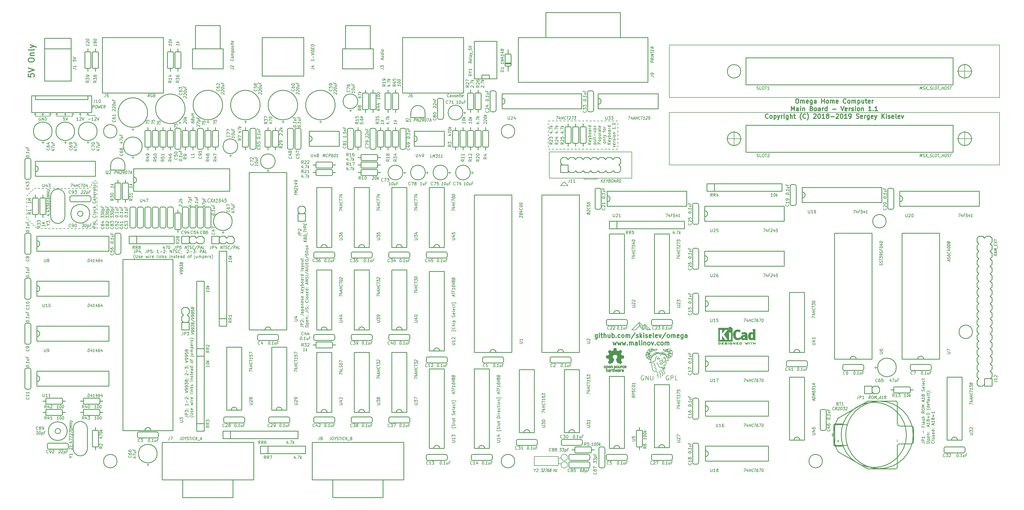
<source format=gbr>
G04 #@! TF.GenerationSoftware,KiCad,Pcbnew,(5.1.0)-1*
G04 #@! TF.CreationDate,2019-10-16T22:54:57-07:00*
G04 #@! TF.ProjectId,Omega-Mainboard,4f6d6567-612d-44d6-9169-6e626f617264,rev?*
G04 #@! TF.SameCoordinates,Original*
G04 #@! TF.FileFunction,Legend,Top*
G04 #@! TF.FilePolarity,Positive*
%FSLAX46Y46*%
G04 Gerber Fmt 4.6, Leading zero omitted, Abs format (unit mm)*
G04 Created by KiCad (PCBNEW (5.1.0)-1) date 2019-10-16 22:54:57*
%MOMM*%
%LPD*%
G04 APERTURE LIST*
%ADD10C,0.300000*%
%ADD11C,0.150000*%
%ADD12C,0.200000*%
%ADD13C,0.254000*%
%ADD14C,0.010000*%
%ADD15C,0.203200*%
%ADD16C,0.152400*%
G04 APERTURE END LIST*
D10*
X15414761Y-25018452D02*
X15414761Y-25970833D01*
X16367142Y-26066071D01*
X16271904Y-25970833D01*
X16176666Y-25780357D01*
X16176666Y-25304166D01*
X16271904Y-25113690D01*
X16367142Y-25018452D01*
X16557619Y-24923214D01*
X17033809Y-24923214D01*
X17224285Y-25018452D01*
X17319523Y-25113690D01*
X17414761Y-25304166D01*
X17414761Y-25780357D01*
X17319523Y-25970833D01*
X17224285Y-26066071D01*
X15414761Y-24351785D02*
X17414761Y-23685119D01*
X15414761Y-23018452D01*
X15414761Y-20447023D02*
X15414761Y-20066071D01*
X15510000Y-19875595D01*
X15700476Y-19685119D01*
X16081428Y-19589880D01*
X16748095Y-19589880D01*
X17129047Y-19685119D01*
X17319523Y-19875595D01*
X17414761Y-20066071D01*
X17414761Y-20447023D01*
X17319523Y-20637500D01*
X17129047Y-20827976D01*
X16748095Y-20923214D01*
X16081428Y-20923214D01*
X15700476Y-20827976D01*
X15510000Y-20637500D01*
X15414761Y-20447023D01*
X16081428Y-18732738D02*
X17414761Y-18732738D01*
X16271904Y-18732738D02*
X16176666Y-18637500D01*
X16081428Y-18447023D01*
X16081428Y-18161309D01*
X16176666Y-17970833D01*
X16367142Y-17875595D01*
X17414761Y-17875595D01*
X17414761Y-16637500D02*
X17319523Y-16827976D01*
X17129047Y-16923214D01*
X15414761Y-16923214D01*
X16081428Y-16066071D02*
X17414761Y-15589880D01*
X16081428Y-15113690D02*
X17414761Y-15589880D01*
X17890952Y-15780357D01*
X17986190Y-15875595D01*
X18081428Y-16066071D01*
D11*
X36195000Y-63500000D02*
X36512500Y-63182500D01*
X37147500Y-61912500D02*
X37465000Y-61595000D01*
X38735000Y-62865000D02*
X38735000Y-63500000D01*
X38735000Y-62230000D02*
X38735000Y-61595000D01*
X36830000Y-62230000D02*
X36830000Y-62865000D01*
X38100000Y-77470000D02*
X37465000Y-77470000D01*
X213042500Y-40957500D02*
X213677500Y-40957500D01*
X213042500Y-50482500D02*
X213677500Y-50482500D01*
X209867500Y-40957500D02*
X209232500Y-40957500D01*
X210502500Y-40957500D02*
X211137500Y-40957500D01*
X211772500Y-40957500D02*
X212407500Y-40957500D01*
X210502500Y-50482500D02*
X211137500Y-50482500D01*
X211772500Y-50482500D02*
X212407500Y-50482500D01*
X209867500Y-50482500D02*
X209232500Y-50482500D01*
X214947500Y-49212500D02*
X214947500Y-49847500D01*
X214947500Y-47942500D02*
X214947500Y-48577500D01*
X214947500Y-46672500D02*
X214947500Y-47307500D01*
X214947500Y-45402500D02*
X214947500Y-46037500D01*
X214947500Y-44132500D02*
X214947500Y-44767500D01*
X214947500Y-42862500D02*
X214947500Y-43497500D01*
X214947500Y-41592500D02*
X214947500Y-42227500D01*
X207962500Y-50482500D02*
X208597500Y-50482500D01*
X214312500Y-50482500D02*
X214947500Y-50482500D01*
X206692500Y-50482500D02*
X207327500Y-50482500D01*
X191452500Y-41592500D02*
X191452500Y-42227500D01*
X191452500Y-42862500D02*
X191452500Y-43497500D01*
X191452500Y-44132500D02*
X191452500Y-44767500D01*
X191452500Y-45402500D02*
X191452500Y-46037500D01*
X191452500Y-47942500D02*
X191452500Y-48577500D01*
X191452500Y-46672500D02*
X191452500Y-47307500D01*
X191452500Y-49212500D02*
X191452500Y-49847500D01*
X202247500Y-40957500D02*
X201612500Y-40957500D01*
X200977500Y-40957500D02*
X200342500Y-40957500D01*
X203517500Y-40957500D02*
X202882500Y-40957500D01*
X199707500Y-40957500D02*
X199072500Y-40957500D01*
X206057500Y-40957500D02*
X205422500Y-40957500D01*
X198437500Y-40957500D02*
X197802500Y-40957500D01*
X204787500Y-40957500D02*
X204152500Y-40957500D01*
X197167500Y-40957500D02*
X196532500Y-40957500D01*
X195897500Y-40957500D02*
X195262500Y-40957500D01*
X193357500Y-40957500D02*
X192722500Y-40957500D01*
X194627500Y-40957500D02*
X193992500Y-40957500D01*
X192087500Y-40957500D02*
X191452500Y-40957500D01*
X202247500Y-50482500D02*
X201612500Y-50482500D01*
X200977500Y-50482500D02*
X200342500Y-50482500D01*
X203517500Y-50482500D02*
X202882500Y-50482500D01*
X199707500Y-50482500D02*
X199072500Y-50482500D01*
X206057500Y-50482500D02*
X205422500Y-50482500D01*
X198437500Y-50482500D02*
X197802500Y-50482500D01*
X204787500Y-50482500D02*
X204152500Y-50482500D01*
X197167500Y-50482500D02*
X196532500Y-50482500D01*
X195897500Y-50482500D02*
X195262500Y-50482500D01*
X193357500Y-50482500D02*
X192722500Y-50482500D01*
X194627500Y-50482500D02*
X193992500Y-50482500D01*
X192087500Y-50482500D02*
X191452500Y-50482500D01*
X16827500Y-64452500D02*
X17145000Y-64135000D01*
X16192500Y-65087500D02*
X16510000Y-64770000D01*
X15557500Y-65722500D02*
X15875000Y-65405000D01*
X14922500Y-66357500D02*
X15240000Y-66040000D01*
X38735000Y-64770000D02*
X38735000Y-64135000D01*
X37782500Y-61277500D02*
X38417500Y-61277500D01*
X35242500Y-63817500D02*
X35877500Y-63817500D01*
X33972500Y-63817500D02*
X34607500Y-63817500D01*
X32702500Y-63817500D02*
X33337500Y-63817500D01*
X31432500Y-63817500D02*
X32067500Y-63817500D01*
X30162500Y-63817500D02*
X30797500Y-63817500D01*
X28892500Y-63817500D02*
X29527500Y-63817500D01*
X27622500Y-63817500D02*
X28257500Y-63817500D01*
X26670000Y-63817500D02*
X26987500Y-63817500D01*
X26352500Y-63817500D02*
X26670000Y-63817500D01*
X25082500Y-63817500D02*
X25717500Y-63817500D01*
X23812500Y-63817500D02*
X24447500Y-63817500D01*
X22542500Y-63817500D02*
X23177500Y-63817500D01*
X21272500Y-63817500D02*
X21907500Y-63817500D01*
X20002500Y-63817500D02*
X20637500Y-63817500D01*
X18732500Y-63817500D02*
X19367500Y-63817500D01*
X17462500Y-63817500D02*
X18097500Y-63817500D01*
X205877380Y-48910476D02*
X204877380Y-48910476D01*
X205877380Y-48339047D02*
X205305952Y-48767619D01*
X204877380Y-48339047D02*
X205448809Y-48910476D01*
X205829761Y-47529523D02*
X205877380Y-47624761D01*
X205877380Y-47815238D01*
X205829761Y-47910476D01*
X205734523Y-47958095D01*
X205353571Y-47958095D01*
X205258333Y-47910476D01*
X205210714Y-47815238D01*
X205210714Y-47624761D01*
X205258333Y-47529523D01*
X205353571Y-47481904D01*
X205448809Y-47481904D01*
X205544047Y-47958095D01*
X205210714Y-47148571D02*
X205877380Y-46910476D01*
X205210714Y-46672380D02*
X205877380Y-46910476D01*
X206115476Y-47005714D01*
X206163095Y-47053333D01*
X206210714Y-47148571D01*
X205877380Y-46291428D02*
X204877380Y-46291428D01*
X205258333Y-46291428D02*
X205210714Y-46196190D01*
X205210714Y-46005714D01*
X205258333Y-45910476D01*
X205305952Y-45862857D01*
X205401190Y-45815238D01*
X205686904Y-45815238D01*
X205782142Y-45862857D01*
X205829761Y-45910476D01*
X205877380Y-46005714D01*
X205877380Y-46196190D01*
X205829761Y-46291428D01*
X205877380Y-45243809D02*
X205829761Y-45339047D01*
X205782142Y-45386666D01*
X205686904Y-45434285D01*
X205401190Y-45434285D01*
X205305952Y-45386666D01*
X205258333Y-45339047D01*
X205210714Y-45243809D01*
X205210714Y-45100952D01*
X205258333Y-45005714D01*
X205305952Y-44958095D01*
X205401190Y-44910476D01*
X205686904Y-44910476D01*
X205782142Y-44958095D01*
X205829761Y-45005714D01*
X205877380Y-45100952D01*
X205877380Y-45243809D01*
X205877380Y-44053333D02*
X205353571Y-44053333D01*
X205258333Y-44100952D01*
X205210714Y-44196190D01*
X205210714Y-44386666D01*
X205258333Y-44481904D01*
X205829761Y-44053333D02*
X205877380Y-44148571D01*
X205877380Y-44386666D01*
X205829761Y-44481904D01*
X205734523Y-44529523D01*
X205639285Y-44529523D01*
X205544047Y-44481904D01*
X205496428Y-44386666D01*
X205496428Y-44148571D01*
X205448809Y-44053333D01*
X205877380Y-43577142D02*
X205210714Y-43577142D01*
X205401190Y-43577142D02*
X205305952Y-43529523D01*
X205258333Y-43481904D01*
X205210714Y-43386666D01*
X205210714Y-43291428D01*
X205877380Y-42529523D02*
X204877380Y-42529523D01*
X205829761Y-42529523D02*
X205877380Y-42624761D01*
X205877380Y-42815238D01*
X205829761Y-42910476D01*
X205782142Y-42958095D01*
X205686904Y-43005714D01*
X205401190Y-43005714D01*
X205305952Y-42958095D01*
X205258333Y-42910476D01*
X205210714Y-42815238D01*
X205210714Y-42624761D01*
X205258333Y-42529523D01*
X206860714Y-48839047D02*
X207860714Y-48839047D01*
X206908333Y-48839047D02*
X206860714Y-48743809D01*
X206860714Y-48553333D01*
X206908333Y-48458095D01*
X206955952Y-48410476D01*
X207051190Y-48362857D01*
X207336904Y-48362857D01*
X207432142Y-48410476D01*
X207479761Y-48458095D01*
X207527380Y-48553333D01*
X207527380Y-48743809D01*
X207479761Y-48839047D01*
X206860714Y-47505714D02*
X207527380Y-47505714D01*
X206860714Y-47934285D02*
X207384523Y-47934285D01*
X207479761Y-47886666D01*
X207527380Y-47791428D01*
X207527380Y-47648571D01*
X207479761Y-47553333D01*
X207432142Y-47505714D01*
X207527380Y-46886666D02*
X207479761Y-46981904D01*
X207384523Y-47029523D01*
X206527380Y-47029523D01*
X207527380Y-46362857D02*
X207479761Y-46458095D01*
X207384523Y-46505714D01*
X206527380Y-46505714D01*
X207146428Y-45981904D02*
X207146428Y-45220000D01*
X206860714Y-44315238D02*
X207527380Y-44315238D01*
X206860714Y-44743809D02*
X207384523Y-44743809D01*
X207479761Y-44696190D01*
X207527380Y-44600952D01*
X207527380Y-44458095D01*
X207479761Y-44362857D01*
X207432142Y-44315238D01*
X206860714Y-43839047D02*
X207860714Y-43839047D01*
X206908333Y-43839047D02*
X206860714Y-43743809D01*
X206860714Y-43553333D01*
X206908333Y-43458095D01*
X206955952Y-43410476D01*
X207051190Y-43362857D01*
X207336904Y-43362857D01*
X207432142Y-43410476D01*
X207479761Y-43458095D01*
X207527380Y-43553333D01*
X207527380Y-43743809D01*
X207479761Y-43839047D01*
X207479761Y-42981904D02*
X207527380Y-42886666D01*
X207527380Y-42696190D01*
X207479761Y-42600952D01*
X207384523Y-42553333D01*
X207336904Y-42553333D01*
X207241666Y-42600952D01*
X207194047Y-42696190D01*
X207194047Y-42839047D01*
X207146428Y-42934285D01*
X207051190Y-42981904D01*
X207003571Y-42981904D01*
X206908333Y-42934285D01*
X206860714Y-42839047D01*
X206860714Y-42696190D01*
X206908333Y-42600952D01*
X209177380Y-48767619D02*
X208177380Y-48767619D01*
X208177380Y-48386666D01*
X208225000Y-48291428D01*
X208272619Y-48243809D01*
X208367857Y-48196190D01*
X208510714Y-48196190D01*
X208605952Y-48243809D01*
X208653571Y-48291428D01*
X208701190Y-48386666D01*
X208701190Y-48767619D01*
X209177380Y-47624761D02*
X209129761Y-47720000D01*
X209082142Y-47767619D01*
X208986904Y-47815238D01*
X208701190Y-47815238D01*
X208605952Y-47767619D01*
X208558333Y-47720000D01*
X208510714Y-47624761D01*
X208510714Y-47481904D01*
X208558333Y-47386666D01*
X208605952Y-47339047D01*
X208701190Y-47291428D01*
X208986904Y-47291428D01*
X209082142Y-47339047D01*
X209129761Y-47386666D01*
X209177380Y-47481904D01*
X209177380Y-47624761D01*
X208510714Y-46862857D02*
X209510714Y-46862857D01*
X208558333Y-46862857D02*
X208510714Y-46767619D01*
X208510714Y-46577142D01*
X208558333Y-46481904D01*
X208605952Y-46434285D01*
X208701190Y-46386666D01*
X208986904Y-46386666D01*
X209082142Y-46434285D01*
X209129761Y-46481904D01*
X209177380Y-46577142D01*
X209177380Y-46767619D01*
X209129761Y-46862857D01*
X208510714Y-45529523D02*
X209177380Y-45529523D01*
X208510714Y-45958095D02*
X209034523Y-45958095D01*
X209129761Y-45910476D01*
X209177380Y-45815238D01*
X209177380Y-45672380D01*
X209129761Y-45577142D01*
X209082142Y-45529523D01*
X209177380Y-44910476D02*
X209129761Y-45005714D01*
X209034523Y-45053333D01*
X208177380Y-45053333D01*
X209177380Y-44100952D02*
X208653571Y-44100952D01*
X208558333Y-44148571D01*
X208510714Y-44243809D01*
X208510714Y-44434285D01*
X208558333Y-44529523D01*
X209129761Y-44100952D02*
X209177380Y-44196190D01*
X209177380Y-44434285D01*
X209129761Y-44529523D01*
X209034523Y-44577142D01*
X208939285Y-44577142D01*
X208844047Y-44529523D01*
X208796428Y-44434285D01*
X208796428Y-44196190D01*
X208748809Y-44100952D01*
X208510714Y-43767619D02*
X208510714Y-43386666D01*
X208177380Y-43624761D02*
X209034523Y-43624761D01*
X209129761Y-43577142D01*
X209177380Y-43481904D01*
X209177380Y-43386666D01*
X209129761Y-42672380D02*
X209177380Y-42767619D01*
X209177380Y-42958095D01*
X209129761Y-43053333D01*
X209034523Y-43100952D01*
X208653571Y-43100952D01*
X208558333Y-43053333D01*
X208510714Y-42958095D01*
X208510714Y-42767619D01*
X208558333Y-42672380D01*
X208653571Y-42624761D01*
X208748809Y-42624761D01*
X208844047Y-43100952D01*
X210827380Y-48315238D02*
X210779761Y-48410476D01*
X210732142Y-48458095D01*
X210636904Y-48505714D01*
X210351190Y-48505714D01*
X210255952Y-48458095D01*
X210208333Y-48410476D01*
X210160714Y-48315238D01*
X210160714Y-48172380D01*
X210208333Y-48077142D01*
X210255952Y-48029523D01*
X210351190Y-47981904D01*
X210636904Y-47981904D01*
X210732142Y-48029523D01*
X210779761Y-48077142D01*
X210827380Y-48172380D01*
X210827380Y-48315238D01*
X210160714Y-47553333D02*
X210827380Y-47553333D01*
X210255952Y-47553333D02*
X210208333Y-47505714D01*
X210160714Y-47410476D01*
X210160714Y-47267619D01*
X210208333Y-47172380D01*
X210303571Y-47124761D01*
X210827380Y-47124761D01*
X210827380Y-46505714D02*
X210779761Y-46600952D01*
X210684523Y-46648571D01*
X209827380Y-46648571D01*
X210160714Y-46220000D02*
X210827380Y-45981904D01*
X210160714Y-45743809D02*
X210827380Y-45981904D01*
X211065476Y-46077142D01*
X211113095Y-46124761D01*
X211160714Y-46220000D01*
X210160714Y-44743809D02*
X210160714Y-44362857D01*
X210827380Y-44600952D02*
X209970238Y-44600952D01*
X209875000Y-44553333D01*
X209827380Y-44458095D01*
X209827380Y-44362857D01*
X210827380Y-43886666D02*
X210779761Y-43981904D01*
X210732142Y-44029523D01*
X210636904Y-44077142D01*
X210351190Y-44077142D01*
X210255952Y-44029523D01*
X210208333Y-43981904D01*
X210160714Y-43886666D01*
X210160714Y-43743809D01*
X210208333Y-43648571D01*
X210255952Y-43600952D01*
X210351190Y-43553333D01*
X210636904Y-43553333D01*
X210732142Y-43600952D01*
X210779761Y-43648571D01*
X210827380Y-43743809D01*
X210827380Y-43886666D01*
X210827380Y-43124761D02*
X210160714Y-43124761D01*
X210351190Y-43124761D02*
X210255952Y-43077142D01*
X210208333Y-43029523D01*
X210160714Y-42934285D01*
X210160714Y-42839047D01*
X212477380Y-48910476D02*
X211477380Y-48910476D01*
X212477380Y-48339047D02*
X211905952Y-48767619D01*
X211477380Y-48339047D02*
X212048809Y-48910476D01*
X212429761Y-47529523D02*
X212477380Y-47624761D01*
X212477380Y-47815238D01*
X212429761Y-47910476D01*
X212334523Y-47958095D01*
X211953571Y-47958095D01*
X211858333Y-47910476D01*
X211810714Y-47815238D01*
X211810714Y-47624761D01*
X211858333Y-47529523D01*
X211953571Y-47481904D01*
X212048809Y-47481904D01*
X212144047Y-47958095D01*
X211810714Y-47148571D02*
X212477380Y-46910476D01*
X211810714Y-46672380D02*
X212477380Y-46910476D01*
X212715476Y-47005714D01*
X212763095Y-47053333D01*
X212810714Y-47148571D01*
X212477380Y-46291428D02*
X211477380Y-46291428D01*
X211858333Y-46291428D02*
X211810714Y-46196190D01*
X211810714Y-46005714D01*
X211858333Y-45910476D01*
X211905952Y-45862857D01*
X212001190Y-45815238D01*
X212286904Y-45815238D01*
X212382142Y-45862857D01*
X212429761Y-45910476D01*
X212477380Y-46005714D01*
X212477380Y-46196190D01*
X212429761Y-46291428D01*
X212477380Y-45243809D02*
X212429761Y-45339047D01*
X212382142Y-45386666D01*
X212286904Y-45434285D01*
X212001190Y-45434285D01*
X211905952Y-45386666D01*
X211858333Y-45339047D01*
X211810714Y-45243809D01*
X211810714Y-45100952D01*
X211858333Y-45005714D01*
X211905952Y-44958095D01*
X212001190Y-44910476D01*
X212286904Y-44910476D01*
X212382142Y-44958095D01*
X212429761Y-45005714D01*
X212477380Y-45100952D01*
X212477380Y-45243809D01*
X212477380Y-44053333D02*
X211953571Y-44053333D01*
X211858333Y-44100952D01*
X211810714Y-44196190D01*
X211810714Y-44386666D01*
X211858333Y-44481904D01*
X212429761Y-44053333D02*
X212477380Y-44148571D01*
X212477380Y-44386666D01*
X212429761Y-44481904D01*
X212334523Y-44529523D01*
X212239285Y-44529523D01*
X212144047Y-44481904D01*
X212096428Y-44386666D01*
X212096428Y-44148571D01*
X212048809Y-44053333D01*
X212477380Y-43577142D02*
X211810714Y-43577142D01*
X212001190Y-43577142D02*
X211905952Y-43529523D01*
X211858333Y-43481904D01*
X211810714Y-43386666D01*
X211810714Y-43291428D01*
X212477380Y-42529523D02*
X211477380Y-42529523D01*
X212429761Y-42529523D02*
X212477380Y-42624761D01*
X212477380Y-42815238D01*
X212429761Y-42910476D01*
X212382142Y-42958095D01*
X212286904Y-43005714D01*
X212001190Y-43005714D01*
X211905952Y-42958095D01*
X211858333Y-42910476D01*
X211810714Y-42815238D01*
X211810714Y-42624761D01*
X211858333Y-42529523D01*
X213460714Y-49815238D02*
X214127380Y-49577142D01*
X213460714Y-49339047D01*
X214079761Y-48577142D02*
X214127380Y-48672380D01*
X214127380Y-48862857D01*
X214079761Y-48958095D01*
X213984523Y-49005714D01*
X213603571Y-49005714D01*
X213508333Y-48958095D01*
X213460714Y-48862857D01*
X213460714Y-48672380D01*
X213508333Y-48577142D01*
X213603571Y-48529523D01*
X213698809Y-48529523D01*
X213794047Y-49005714D01*
X214127380Y-48100952D02*
X213460714Y-48100952D01*
X213651190Y-48100952D02*
X213555952Y-48053333D01*
X213508333Y-48005714D01*
X213460714Y-47910476D01*
X213460714Y-47815238D01*
X214079761Y-47529523D02*
X214127380Y-47434285D01*
X214127380Y-47243809D01*
X214079761Y-47148571D01*
X213984523Y-47100952D01*
X213936904Y-47100952D01*
X213841666Y-47148571D01*
X213794047Y-47243809D01*
X213794047Y-47386666D01*
X213746428Y-47481904D01*
X213651190Y-47529523D01*
X213603571Y-47529523D01*
X213508333Y-47481904D01*
X213460714Y-47386666D01*
X213460714Y-47243809D01*
X213508333Y-47148571D01*
X214127380Y-46672380D02*
X213460714Y-46672380D01*
X213127380Y-46672380D02*
X213175000Y-46720000D01*
X213222619Y-46672380D01*
X213175000Y-46624761D01*
X213127380Y-46672380D01*
X213222619Y-46672380D01*
X214127380Y-46053333D02*
X214079761Y-46148571D01*
X214032142Y-46196190D01*
X213936904Y-46243809D01*
X213651190Y-46243809D01*
X213555952Y-46196190D01*
X213508333Y-46148571D01*
X213460714Y-46053333D01*
X213460714Y-45910476D01*
X213508333Y-45815238D01*
X213555952Y-45767619D01*
X213651190Y-45720000D01*
X213936904Y-45720000D01*
X214032142Y-45767619D01*
X214079761Y-45815238D01*
X214127380Y-45910476D01*
X214127380Y-46053333D01*
X213460714Y-45291428D02*
X214127380Y-45291428D01*
X213555952Y-45291428D02*
X213508333Y-45243809D01*
X213460714Y-45148571D01*
X213460714Y-45005714D01*
X213508333Y-44910476D01*
X213603571Y-44862857D01*
X214127380Y-44862857D01*
X214127380Y-43100952D02*
X214127380Y-43672380D01*
X214127380Y-43386666D02*
X213127380Y-43386666D01*
X213270238Y-43481904D01*
X213365476Y-43577142D01*
X213413095Y-43672380D01*
X214032142Y-42672380D02*
X214079761Y-42624761D01*
X214127380Y-42672380D01*
X214079761Y-42720000D01*
X214032142Y-42672380D01*
X214127380Y-42672380D01*
X213127380Y-42005714D02*
X213127380Y-41910476D01*
X213175000Y-41815238D01*
X213222619Y-41767619D01*
X213317857Y-41720000D01*
X213508333Y-41672380D01*
X213746428Y-41672380D01*
X213936904Y-41720000D01*
X214032142Y-41767619D01*
X214079761Y-41815238D01*
X214127380Y-41910476D01*
X214127380Y-42005714D01*
X214079761Y-42100952D01*
X214032142Y-42148571D01*
X213936904Y-42196190D01*
X213746428Y-42243809D01*
X213508333Y-42243809D01*
X213317857Y-42196190D01*
X213222619Y-42148571D01*
X213175000Y-42100952D01*
X213127380Y-42005714D01*
X317842380Y-149873690D02*
X318556666Y-149873690D01*
X318699523Y-149921309D01*
X318794761Y-150016547D01*
X318842380Y-150159404D01*
X318842380Y-150254642D01*
X318842380Y-149397500D02*
X317842380Y-149397500D01*
X317842380Y-149016547D01*
X317890000Y-148921309D01*
X317937619Y-148873690D01*
X318032857Y-148826071D01*
X318175714Y-148826071D01*
X318270952Y-148873690D01*
X318318571Y-148921309D01*
X318366190Y-149016547D01*
X318366190Y-149397500D01*
X318842380Y-147873690D02*
X318842380Y-148445119D01*
X318842380Y-148159404D02*
X317842380Y-148159404D01*
X317985238Y-148254642D01*
X318080476Y-148349880D01*
X318128095Y-148445119D01*
X318461428Y-146683214D02*
X318461428Y-145921309D01*
X318318571Y-144349880D02*
X318318571Y-144683214D01*
X318842380Y-144683214D02*
X317842380Y-144683214D01*
X317842380Y-144207023D01*
X318842380Y-143683214D02*
X318794761Y-143778452D01*
X318699523Y-143826071D01*
X317842380Y-143826071D01*
X318842380Y-142873690D02*
X318318571Y-142873690D01*
X318223333Y-142921309D01*
X318175714Y-143016547D01*
X318175714Y-143207023D01*
X318223333Y-143302261D01*
X318794761Y-142873690D02*
X318842380Y-142968928D01*
X318842380Y-143207023D01*
X318794761Y-143302261D01*
X318699523Y-143349880D01*
X318604285Y-143349880D01*
X318509047Y-143302261D01*
X318461428Y-143207023D01*
X318461428Y-142968928D01*
X318413809Y-142873690D01*
X318794761Y-142445119D02*
X318842380Y-142349880D01*
X318842380Y-142159404D01*
X318794761Y-142064166D01*
X318699523Y-142016547D01*
X318651904Y-142016547D01*
X318556666Y-142064166D01*
X318509047Y-142159404D01*
X318509047Y-142302261D01*
X318461428Y-142397500D01*
X318366190Y-142445119D01*
X318318571Y-142445119D01*
X318223333Y-142397500D01*
X318175714Y-142302261D01*
X318175714Y-142159404D01*
X318223333Y-142064166D01*
X318842380Y-141587976D02*
X317842380Y-141587976D01*
X318842380Y-141159404D02*
X318318571Y-141159404D01*
X318223333Y-141207023D01*
X318175714Y-141302261D01*
X318175714Y-141445119D01*
X318223333Y-141540357D01*
X318270952Y-141587976D01*
X318842380Y-139349880D02*
X318366190Y-139683214D01*
X318842380Y-139921309D02*
X317842380Y-139921309D01*
X317842380Y-139540357D01*
X317890000Y-139445119D01*
X317937619Y-139397500D01*
X318032857Y-139349880D01*
X318175714Y-139349880D01*
X318270952Y-139397500D01*
X318318571Y-139445119D01*
X318366190Y-139540357D01*
X318366190Y-139921309D01*
X317842380Y-138730833D02*
X317842380Y-138540357D01*
X317890000Y-138445119D01*
X317985238Y-138349880D01*
X318175714Y-138302261D01*
X318509047Y-138302261D01*
X318699523Y-138349880D01*
X318794761Y-138445119D01*
X318842380Y-138540357D01*
X318842380Y-138730833D01*
X318794761Y-138826071D01*
X318699523Y-138921309D01*
X318509047Y-138968928D01*
X318175714Y-138968928D01*
X317985238Y-138921309D01*
X317890000Y-138826071D01*
X317842380Y-138730833D01*
X318842380Y-137873690D02*
X317842380Y-137873690D01*
X318556666Y-137540357D01*
X317842380Y-137207023D01*
X318842380Y-137207023D01*
X318556666Y-136016547D02*
X318556666Y-135540357D01*
X318842380Y-136111785D02*
X317842380Y-135778452D01*
X318842380Y-135445119D01*
X318842380Y-134587976D02*
X318842380Y-135159404D01*
X318842380Y-134873690D02*
X317842380Y-134873690D01*
X317985238Y-134968928D01*
X318080476Y-135064166D01*
X318128095Y-135159404D01*
X318270952Y-134016547D02*
X318223333Y-134111785D01*
X318175714Y-134159404D01*
X318080476Y-134207023D01*
X318032857Y-134207023D01*
X317937619Y-134159404D01*
X317890000Y-134111785D01*
X317842380Y-134016547D01*
X317842380Y-133826071D01*
X317890000Y-133730833D01*
X317937619Y-133683214D01*
X318032857Y-133635595D01*
X318080476Y-133635595D01*
X318175714Y-133683214D01*
X318223333Y-133730833D01*
X318270952Y-133826071D01*
X318270952Y-134016547D01*
X318318571Y-134111785D01*
X318366190Y-134159404D01*
X318461428Y-134207023D01*
X318651904Y-134207023D01*
X318747142Y-134159404D01*
X318794761Y-134111785D01*
X318842380Y-134016547D01*
X318842380Y-133826071D01*
X318794761Y-133730833D01*
X318747142Y-133683214D01*
X318651904Y-133635595D01*
X318461428Y-133635595D01*
X318366190Y-133683214D01*
X318318571Y-133730833D01*
X318270952Y-133826071D01*
X318794761Y-132492738D02*
X318842380Y-132349880D01*
X318842380Y-132111785D01*
X318794761Y-132016547D01*
X318747142Y-131968928D01*
X318651904Y-131921309D01*
X318556666Y-131921309D01*
X318461428Y-131968928D01*
X318413809Y-132016547D01*
X318366190Y-132111785D01*
X318318571Y-132302261D01*
X318270952Y-132397500D01*
X318223333Y-132445119D01*
X318128095Y-132492738D01*
X318032857Y-132492738D01*
X317937619Y-132445119D01*
X317890000Y-132397500D01*
X317842380Y-132302261D01*
X317842380Y-132064166D01*
X317890000Y-131921309D01*
X318794761Y-131111785D02*
X318842380Y-131207023D01*
X318842380Y-131397500D01*
X318794761Y-131492738D01*
X318699523Y-131540357D01*
X318318571Y-131540357D01*
X318223333Y-131492738D01*
X318175714Y-131397500D01*
X318175714Y-131207023D01*
X318223333Y-131111785D01*
X318318571Y-131064166D01*
X318413809Y-131064166D01*
X318509047Y-131540357D01*
X318842380Y-130492738D02*
X318794761Y-130587976D01*
X318699523Y-130635595D01*
X317842380Y-130635595D01*
X318794761Y-129730833D02*
X318842380Y-129826071D01*
X318842380Y-130016547D01*
X318794761Y-130111785D01*
X318699523Y-130159404D01*
X318318571Y-130159404D01*
X318223333Y-130111785D01*
X318175714Y-130016547D01*
X318175714Y-129826071D01*
X318223333Y-129730833D01*
X318318571Y-129683214D01*
X318413809Y-129683214D01*
X318509047Y-130159404D01*
X318794761Y-128826071D02*
X318842380Y-128921309D01*
X318842380Y-129111785D01*
X318794761Y-129207023D01*
X318747142Y-129254642D01*
X318651904Y-129302261D01*
X318366190Y-129302261D01*
X318270952Y-129254642D01*
X318223333Y-129207023D01*
X318175714Y-129111785D01*
X318175714Y-128921309D01*
X318223333Y-128826071D01*
X318175714Y-128540357D02*
X318175714Y-128159404D01*
X317842380Y-128397500D02*
X318699523Y-128397500D01*
X318794761Y-128349880D01*
X318842380Y-128254642D01*
X318842380Y-128159404D01*
X319492380Y-149968928D02*
X319492380Y-149778452D01*
X319540000Y-149683214D01*
X319635238Y-149587976D01*
X319825714Y-149540357D01*
X320159047Y-149540357D01*
X320349523Y-149587976D01*
X320444761Y-149683214D01*
X320492380Y-149778452D01*
X320492380Y-149968928D01*
X320444761Y-150064166D01*
X320349523Y-150159404D01*
X320159047Y-150207023D01*
X319825714Y-150207023D01*
X319635238Y-150159404D01*
X319540000Y-150064166D01*
X319492380Y-149968928D01*
X319825714Y-149111785D02*
X320825714Y-149111785D01*
X319873333Y-149111785D02*
X319825714Y-149016547D01*
X319825714Y-148826071D01*
X319873333Y-148730833D01*
X319920952Y-148683214D01*
X320016190Y-148635595D01*
X320301904Y-148635595D01*
X320397142Y-148683214D01*
X320444761Y-148730833D01*
X320492380Y-148826071D01*
X320492380Y-149016547D01*
X320444761Y-149111785D01*
X320444761Y-147826071D02*
X320492380Y-147921309D01*
X320492380Y-148111785D01*
X320444761Y-148207023D01*
X320349523Y-148254642D01*
X319968571Y-148254642D01*
X319873333Y-148207023D01*
X319825714Y-148111785D01*
X319825714Y-147921309D01*
X319873333Y-147826071D01*
X319968571Y-147778452D01*
X320063809Y-147778452D01*
X320159047Y-148254642D01*
X319825714Y-147349880D02*
X320492380Y-147349880D01*
X319920952Y-147349880D02*
X319873333Y-147302261D01*
X319825714Y-147207023D01*
X319825714Y-147064166D01*
X319873333Y-146968928D01*
X319968571Y-146921309D01*
X320492380Y-146921309D01*
X320397142Y-146445119D02*
X320444761Y-146397500D01*
X320492380Y-146445119D01*
X320444761Y-146492738D01*
X320397142Y-146445119D01*
X320492380Y-146445119D01*
X319873333Y-146445119D02*
X319920952Y-146397500D01*
X319968571Y-146445119D01*
X319920952Y-146492738D01*
X319873333Y-146445119D01*
X319968571Y-146445119D01*
X320206666Y-144492738D02*
X320206666Y-144016547D01*
X320492380Y-144587976D02*
X319492380Y-144254642D01*
X320492380Y-143921309D01*
X320492380Y-143064166D02*
X320492380Y-143635595D01*
X320492380Y-143349880D02*
X319492380Y-143349880D01*
X319635238Y-143445119D01*
X319730476Y-143540357D01*
X319778095Y-143635595D01*
X319920952Y-142492738D02*
X319873333Y-142587976D01*
X319825714Y-142635595D01*
X319730476Y-142683214D01*
X319682857Y-142683214D01*
X319587619Y-142635595D01*
X319540000Y-142587976D01*
X319492380Y-142492738D01*
X319492380Y-142302261D01*
X319540000Y-142207023D01*
X319587619Y-142159404D01*
X319682857Y-142111785D01*
X319730476Y-142111785D01*
X319825714Y-142159404D01*
X319873333Y-142207023D01*
X319920952Y-142302261D01*
X319920952Y-142492738D01*
X319968571Y-142587976D01*
X320016190Y-142635595D01*
X320111428Y-142683214D01*
X320301904Y-142683214D01*
X320397142Y-142635595D01*
X320444761Y-142587976D01*
X320492380Y-142492738D01*
X320492380Y-142302261D01*
X320444761Y-142207023D01*
X320397142Y-142159404D01*
X320301904Y-142111785D01*
X320111428Y-142111785D01*
X320016190Y-142159404D01*
X319968571Y-142207023D01*
X319920952Y-142302261D01*
X319968571Y-141683214D02*
X319968571Y-140921309D01*
X320254285Y-140921309D02*
X320254285Y-141683214D01*
X319492380Y-140254642D02*
X319492380Y-140159404D01*
X319540000Y-140064166D01*
X319587619Y-140016547D01*
X319682857Y-139968928D01*
X319873333Y-139921309D01*
X320111428Y-139921309D01*
X320301904Y-139968928D01*
X320397142Y-140016547D01*
X320444761Y-140064166D01*
X320492380Y-140159404D01*
X320492380Y-140254642D01*
X320444761Y-140349880D01*
X320397142Y-140397500D01*
X320301904Y-140445119D01*
X320111428Y-140492738D01*
X319873333Y-140492738D01*
X319682857Y-140445119D01*
X319587619Y-140397500D01*
X319540000Y-140349880D01*
X319492380Y-140254642D01*
X320873333Y-138445119D02*
X320825714Y-138492738D01*
X320682857Y-138587976D01*
X320587619Y-138635595D01*
X320444761Y-138683214D01*
X320206666Y-138730833D01*
X320016190Y-138730833D01*
X319778095Y-138683214D01*
X319635238Y-138635595D01*
X319540000Y-138587976D01*
X319397142Y-138492738D01*
X319349523Y-138445119D01*
X320492380Y-137635595D02*
X319492380Y-137635595D01*
X320444761Y-137635595D02*
X320492380Y-137730833D01*
X320492380Y-137921309D01*
X320444761Y-138016547D01*
X320397142Y-138064166D01*
X320301904Y-138111785D01*
X320016190Y-138111785D01*
X319920952Y-138064166D01*
X319873333Y-138016547D01*
X319825714Y-137921309D01*
X319825714Y-137730833D01*
X319873333Y-137635595D01*
X320444761Y-136778452D02*
X320492380Y-136873690D01*
X320492380Y-137064166D01*
X320444761Y-137159404D01*
X320349523Y-137207023D01*
X319968571Y-137207023D01*
X319873333Y-137159404D01*
X319825714Y-137064166D01*
X319825714Y-136873690D01*
X319873333Y-136778452D01*
X319968571Y-136730833D01*
X320063809Y-136730833D01*
X320159047Y-137207023D01*
X319825714Y-136445119D02*
X319825714Y-136064166D01*
X320492380Y-136302261D02*
X319635238Y-136302261D01*
X319540000Y-136254642D01*
X319492380Y-136159404D01*
X319492380Y-136064166D01*
X320492380Y-135302261D02*
X319968571Y-135302261D01*
X319873333Y-135349880D01*
X319825714Y-135445119D01*
X319825714Y-135635595D01*
X319873333Y-135730833D01*
X320444761Y-135302261D02*
X320492380Y-135397500D01*
X320492380Y-135635595D01*
X320444761Y-135730833D01*
X320349523Y-135778452D01*
X320254285Y-135778452D01*
X320159047Y-135730833D01*
X320111428Y-135635595D01*
X320111428Y-135397500D01*
X320063809Y-135302261D01*
X319825714Y-134397500D02*
X320492380Y-134397500D01*
X319825714Y-134826071D02*
X320349523Y-134826071D01*
X320444761Y-134778452D01*
X320492380Y-134683214D01*
X320492380Y-134540357D01*
X320444761Y-134445119D01*
X320397142Y-134397500D01*
X320492380Y-133778452D02*
X320444761Y-133873690D01*
X320349523Y-133921309D01*
X319492380Y-133921309D01*
X319825714Y-133540357D02*
X319825714Y-133159404D01*
X319492380Y-133397500D02*
X320349523Y-133397500D01*
X320444761Y-133349880D01*
X320492380Y-133254642D01*
X320492380Y-133159404D01*
X320873333Y-132921309D02*
X320825714Y-132873690D01*
X320682857Y-132778452D01*
X320587619Y-132730833D01*
X320444761Y-132683214D01*
X320206666Y-132635595D01*
X320016190Y-132635595D01*
X319778095Y-132683214D01*
X319635238Y-132730833D01*
X319540000Y-132778452D01*
X319397142Y-132873690D01*
X319349523Y-132921309D01*
X320444761Y-132111785D02*
X320492380Y-132111785D01*
X320587619Y-132159404D01*
X320635238Y-132207023D01*
X319873333Y-132159404D02*
X319920952Y-132111785D01*
X319968571Y-132159404D01*
X319920952Y-132207023D01*
X319873333Y-132159404D01*
X319968571Y-132159404D01*
X322047142Y-149587976D02*
X322094761Y-149635595D01*
X322142380Y-149778452D01*
X322142380Y-149873690D01*
X322094761Y-150016547D01*
X321999523Y-150111785D01*
X321904285Y-150159404D01*
X321713809Y-150207023D01*
X321570952Y-150207023D01*
X321380476Y-150159404D01*
X321285238Y-150111785D01*
X321190000Y-150016547D01*
X321142380Y-149873690D01*
X321142380Y-149778452D01*
X321190000Y-149635595D01*
X321237619Y-149587976D01*
X322142380Y-149016547D02*
X322094761Y-149111785D01*
X321999523Y-149159404D01*
X321142380Y-149159404D01*
X322142380Y-148492738D02*
X322094761Y-148587976D01*
X322047142Y-148635595D01*
X321951904Y-148683214D01*
X321666190Y-148683214D01*
X321570952Y-148635595D01*
X321523333Y-148587976D01*
X321475714Y-148492738D01*
X321475714Y-148349880D01*
X321523333Y-148254642D01*
X321570952Y-148207023D01*
X321666190Y-148159404D01*
X321951904Y-148159404D01*
X322047142Y-148207023D01*
X322094761Y-148254642D01*
X322142380Y-148349880D01*
X322142380Y-148492738D01*
X322094761Y-147778452D02*
X322142380Y-147683214D01*
X322142380Y-147492738D01*
X322094761Y-147397500D01*
X321999523Y-147349880D01*
X321951904Y-147349880D01*
X321856666Y-147397500D01*
X321809047Y-147492738D01*
X321809047Y-147635595D01*
X321761428Y-147730833D01*
X321666190Y-147778452D01*
X321618571Y-147778452D01*
X321523333Y-147730833D01*
X321475714Y-147635595D01*
X321475714Y-147492738D01*
X321523333Y-147397500D01*
X322094761Y-146540357D02*
X322142380Y-146635595D01*
X322142380Y-146826071D01*
X322094761Y-146921309D01*
X321999523Y-146968928D01*
X321618571Y-146968928D01*
X321523333Y-146921309D01*
X321475714Y-146826071D01*
X321475714Y-146635595D01*
X321523333Y-146540357D01*
X321618571Y-146492738D01*
X321713809Y-146492738D01*
X321809047Y-146968928D01*
X322142380Y-145635595D02*
X321142380Y-145635595D01*
X322094761Y-145635595D02*
X322142380Y-145730833D01*
X322142380Y-145921309D01*
X322094761Y-146016547D01*
X322047142Y-146064166D01*
X321951904Y-146111785D01*
X321666190Y-146111785D01*
X321570952Y-146064166D01*
X321523333Y-146016547D01*
X321475714Y-145921309D01*
X321475714Y-145730833D01*
X321523333Y-145635595D01*
X322047142Y-145159404D02*
X322094761Y-145111785D01*
X322142380Y-145159404D01*
X322094761Y-145207023D01*
X322047142Y-145159404D01*
X322142380Y-145159404D01*
X321523333Y-145159404D02*
X321570952Y-145111785D01*
X321618571Y-145159404D01*
X321570952Y-145207023D01*
X321523333Y-145159404D01*
X321618571Y-145159404D01*
X321856666Y-143968928D02*
X321856666Y-143492738D01*
X322142380Y-144064166D02*
X321142380Y-143730833D01*
X322142380Y-143397500D01*
X322142380Y-142540357D02*
X322142380Y-143111785D01*
X322142380Y-142826071D02*
X321142380Y-142826071D01*
X321285238Y-142921309D01*
X321380476Y-143016547D01*
X321428095Y-143111785D01*
X321570952Y-141968928D02*
X321523333Y-142064166D01*
X321475714Y-142111785D01*
X321380476Y-142159404D01*
X321332857Y-142159404D01*
X321237619Y-142111785D01*
X321190000Y-142064166D01*
X321142380Y-141968928D01*
X321142380Y-141778452D01*
X321190000Y-141683214D01*
X321237619Y-141635595D01*
X321332857Y-141587976D01*
X321380476Y-141587976D01*
X321475714Y-141635595D01*
X321523333Y-141683214D01*
X321570952Y-141778452D01*
X321570952Y-141968928D01*
X321618571Y-142064166D01*
X321666190Y-142111785D01*
X321761428Y-142159404D01*
X321951904Y-142159404D01*
X322047142Y-142111785D01*
X322094761Y-142064166D01*
X322142380Y-141968928D01*
X322142380Y-141778452D01*
X322094761Y-141683214D01*
X322047142Y-141635595D01*
X321951904Y-141587976D01*
X321761428Y-141587976D01*
X321666190Y-141635595D01*
X321618571Y-141683214D01*
X321570952Y-141778452D01*
X321618571Y-141159404D02*
X321618571Y-140397500D01*
X321904285Y-140397500D02*
X321904285Y-141159404D01*
X322142380Y-139397500D02*
X322142380Y-139968928D01*
X322142380Y-139683214D02*
X321142380Y-139683214D01*
X321285238Y-139778452D01*
X321380476Y-139873690D01*
X321428095Y-139968928D01*
D10*
X275575714Y-33458571D02*
X275861428Y-33458571D01*
X276004285Y-33530000D01*
X276147142Y-33672857D01*
X276218571Y-33958571D01*
X276218571Y-34458571D01*
X276147142Y-34744285D01*
X276004285Y-34887142D01*
X275861428Y-34958571D01*
X275575714Y-34958571D01*
X275432857Y-34887142D01*
X275290000Y-34744285D01*
X275218571Y-34458571D01*
X275218571Y-33958571D01*
X275290000Y-33672857D01*
X275432857Y-33530000D01*
X275575714Y-33458571D01*
X276861428Y-34958571D02*
X276861428Y-33958571D01*
X276861428Y-34101428D02*
X276932857Y-34030000D01*
X277075714Y-33958571D01*
X277290000Y-33958571D01*
X277432857Y-34030000D01*
X277504285Y-34172857D01*
X277504285Y-34958571D01*
X277504285Y-34172857D02*
X277575714Y-34030000D01*
X277718571Y-33958571D01*
X277932857Y-33958571D01*
X278075714Y-34030000D01*
X278147142Y-34172857D01*
X278147142Y-34958571D01*
X279432857Y-34887142D02*
X279290000Y-34958571D01*
X279004285Y-34958571D01*
X278861428Y-34887142D01*
X278790000Y-34744285D01*
X278790000Y-34172857D01*
X278861428Y-34030000D01*
X279004285Y-33958571D01*
X279290000Y-33958571D01*
X279432857Y-34030000D01*
X279504285Y-34172857D01*
X279504285Y-34315714D01*
X278790000Y-34458571D01*
X280790000Y-33958571D02*
X280790000Y-35172857D01*
X280718571Y-35315714D01*
X280647142Y-35387142D01*
X280504285Y-35458571D01*
X280290000Y-35458571D01*
X280147142Y-35387142D01*
X280790000Y-34887142D02*
X280647142Y-34958571D01*
X280361428Y-34958571D01*
X280218571Y-34887142D01*
X280147142Y-34815714D01*
X280075714Y-34672857D01*
X280075714Y-34244285D01*
X280147142Y-34101428D01*
X280218571Y-34030000D01*
X280361428Y-33958571D01*
X280647142Y-33958571D01*
X280790000Y-34030000D01*
X282147142Y-34958571D02*
X282147142Y-34172857D01*
X282075714Y-34030000D01*
X281932857Y-33958571D01*
X281647142Y-33958571D01*
X281504285Y-34030000D01*
X282147142Y-34887142D02*
X282004285Y-34958571D01*
X281647142Y-34958571D01*
X281504285Y-34887142D01*
X281432857Y-34744285D01*
X281432857Y-34601428D01*
X281504285Y-34458571D01*
X281647142Y-34387142D01*
X282004285Y-34387142D01*
X282147142Y-34315714D01*
X284004285Y-34958571D02*
X284004285Y-33458571D01*
X284004285Y-34172857D02*
X284861428Y-34172857D01*
X284861428Y-34958571D02*
X284861428Y-33458571D01*
X285790000Y-34958571D02*
X285647142Y-34887142D01*
X285575714Y-34815714D01*
X285504285Y-34672857D01*
X285504285Y-34244285D01*
X285575714Y-34101428D01*
X285647142Y-34030000D01*
X285790000Y-33958571D01*
X286004285Y-33958571D01*
X286147142Y-34030000D01*
X286218571Y-34101428D01*
X286290000Y-34244285D01*
X286290000Y-34672857D01*
X286218571Y-34815714D01*
X286147142Y-34887142D01*
X286004285Y-34958571D01*
X285790000Y-34958571D01*
X286932857Y-34958571D02*
X286932857Y-33958571D01*
X286932857Y-34101428D02*
X287004285Y-34030000D01*
X287147142Y-33958571D01*
X287361428Y-33958571D01*
X287504285Y-34030000D01*
X287575714Y-34172857D01*
X287575714Y-34958571D01*
X287575714Y-34172857D02*
X287647142Y-34030000D01*
X287790000Y-33958571D01*
X288004285Y-33958571D01*
X288147142Y-34030000D01*
X288218571Y-34172857D01*
X288218571Y-34958571D01*
X289504285Y-34887142D02*
X289361428Y-34958571D01*
X289075714Y-34958571D01*
X288932857Y-34887142D01*
X288861428Y-34744285D01*
X288861428Y-34172857D01*
X288932857Y-34030000D01*
X289075714Y-33958571D01*
X289361428Y-33958571D01*
X289504285Y-34030000D01*
X289575714Y-34172857D01*
X289575714Y-34315714D01*
X288861428Y-34458571D01*
X292218571Y-34815714D02*
X292147142Y-34887142D01*
X291932857Y-34958571D01*
X291790000Y-34958571D01*
X291575714Y-34887142D01*
X291432857Y-34744285D01*
X291361428Y-34601428D01*
X291290000Y-34315714D01*
X291290000Y-34101428D01*
X291361428Y-33815714D01*
X291432857Y-33672857D01*
X291575714Y-33530000D01*
X291790000Y-33458571D01*
X291932857Y-33458571D01*
X292147142Y-33530000D01*
X292218571Y-33601428D01*
X293075714Y-34958571D02*
X292932857Y-34887142D01*
X292861428Y-34815714D01*
X292790000Y-34672857D01*
X292790000Y-34244285D01*
X292861428Y-34101428D01*
X292932857Y-34030000D01*
X293075714Y-33958571D01*
X293290000Y-33958571D01*
X293432857Y-34030000D01*
X293504285Y-34101428D01*
X293575714Y-34244285D01*
X293575714Y-34672857D01*
X293504285Y-34815714D01*
X293432857Y-34887142D01*
X293290000Y-34958571D01*
X293075714Y-34958571D01*
X294218571Y-34958571D02*
X294218571Y-33958571D01*
X294218571Y-34101428D02*
X294290000Y-34030000D01*
X294432857Y-33958571D01*
X294647142Y-33958571D01*
X294790000Y-34030000D01*
X294861428Y-34172857D01*
X294861428Y-34958571D01*
X294861428Y-34172857D02*
X294932857Y-34030000D01*
X295075714Y-33958571D01*
X295290000Y-33958571D01*
X295432857Y-34030000D01*
X295504285Y-34172857D01*
X295504285Y-34958571D01*
X296218571Y-33958571D02*
X296218571Y-35458571D01*
X296218571Y-34030000D02*
X296361428Y-33958571D01*
X296647142Y-33958571D01*
X296790000Y-34030000D01*
X296861428Y-34101428D01*
X296932857Y-34244285D01*
X296932857Y-34672857D01*
X296861428Y-34815714D01*
X296790000Y-34887142D01*
X296647142Y-34958571D01*
X296361428Y-34958571D01*
X296218571Y-34887142D01*
X298218571Y-33958571D02*
X298218571Y-34958571D01*
X297575714Y-33958571D02*
X297575714Y-34744285D01*
X297647142Y-34887142D01*
X297790000Y-34958571D01*
X298004285Y-34958571D01*
X298147142Y-34887142D01*
X298218571Y-34815714D01*
X298718571Y-33958571D02*
X299290000Y-33958571D01*
X298932857Y-33458571D02*
X298932857Y-34744285D01*
X299004285Y-34887142D01*
X299147142Y-34958571D01*
X299290000Y-34958571D01*
X300361428Y-34887142D02*
X300218571Y-34958571D01*
X299932857Y-34958571D01*
X299790000Y-34887142D01*
X299718571Y-34744285D01*
X299718571Y-34172857D01*
X299790000Y-34030000D01*
X299932857Y-33958571D01*
X300218571Y-33958571D01*
X300361428Y-34030000D01*
X300432857Y-34172857D01*
X300432857Y-34315714D01*
X299718571Y-34458571D01*
X301075714Y-34958571D02*
X301075714Y-33958571D01*
X301075714Y-34244285D02*
X301147142Y-34101428D01*
X301218571Y-34030000D01*
X301361428Y-33958571D01*
X301504285Y-33958571D01*
X273754285Y-37508571D02*
X273754285Y-36008571D01*
X274254285Y-37080000D01*
X274754285Y-36008571D01*
X274754285Y-37508571D01*
X276111428Y-37508571D02*
X276111428Y-36722857D01*
X276040000Y-36580000D01*
X275897142Y-36508571D01*
X275611428Y-36508571D01*
X275468571Y-36580000D01*
X276111428Y-37437142D02*
X275968571Y-37508571D01*
X275611428Y-37508571D01*
X275468571Y-37437142D01*
X275397142Y-37294285D01*
X275397142Y-37151428D01*
X275468571Y-37008571D01*
X275611428Y-36937142D01*
X275968571Y-36937142D01*
X276111428Y-36865714D01*
X276825714Y-37508571D02*
X276825714Y-36508571D01*
X276825714Y-36008571D02*
X276754285Y-36080000D01*
X276825714Y-36151428D01*
X276897142Y-36080000D01*
X276825714Y-36008571D01*
X276825714Y-36151428D01*
X277540000Y-36508571D02*
X277540000Y-37508571D01*
X277540000Y-36651428D02*
X277611428Y-36580000D01*
X277754285Y-36508571D01*
X277968571Y-36508571D01*
X278111428Y-36580000D01*
X278182857Y-36722857D01*
X278182857Y-37508571D01*
X280540000Y-36722857D02*
X280754285Y-36794285D01*
X280825714Y-36865714D01*
X280897142Y-37008571D01*
X280897142Y-37222857D01*
X280825714Y-37365714D01*
X280754285Y-37437142D01*
X280611428Y-37508571D01*
X280040000Y-37508571D01*
X280040000Y-36008571D01*
X280540000Y-36008571D01*
X280682857Y-36080000D01*
X280754285Y-36151428D01*
X280825714Y-36294285D01*
X280825714Y-36437142D01*
X280754285Y-36580000D01*
X280682857Y-36651428D01*
X280540000Y-36722857D01*
X280040000Y-36722857D01*
X281754285Y-37508571D02*
X281611428Y-37437142D01*
X281540000Y-37365714D01*
X281468571Y-37222857D01*
X281468571Y-36794285D01*
X281540000Y-36651428D01*
X281611428Y-36580000D01*
X281754285Y-36508571D01*
X281968571Y-36508571D01*
X282111428Y-36580000D01*
X282182857Y-36651428D01*
X282254285Y-36794285D01*
X282254285Y-37222857D01*
X282182857Y-37365714D01*
X282111428Y-37437142D01*
X281968571Y-37508571D01*
X281754285Y-37508571D01*
X283540000Y-37508571D02*
X283540000Y-36722857D01*
X283468571Y-36580000D01*
X283325714Y-36508571D01*
X283040000Y-36508571D01*
X282897142Y-36580000D01*
X283540000Y-37437142D02*
X283397142Y-37508571D01*
X283040000Y-37508571D01*
X282897142Y-37437142D01*
X282825714Y-37294285D01*
X282825714Y-37151428D01*
X282897142Y-37008571D01*
X283040000Y-36937142D01*
X283397142Y-36937142D01*
X283540000Y-36865714D01*
X284254285Y-37508571D02*
X284254285Y-36508571D01*
X284254285Y-36794285D02*
X284325714Y-36651428D01*
X284397142Y-36580000D01*
X284540000Y-36508571D01*
X284682857Y-36508571D01*
X285825714Y-37508571D02*
X285825714Y-36008571D01*
X285825714Y-37437142D02*
X285682857Y-37508571D01*
X285397142Y-37508571D01*
X285254285Y-37437142D01*
X285182857Y-37365714D01*
X285111428Y-37222857D01*
X285111428Y-36794285D01*
X285182857Y-36651428D01*
X285254285Y-36580000D01*
X285397142Y-36508571D01*
X285682857Y-36508571D01*
X285825714Y-36580000D01*
X287682857Y-36937142D02*
X288825714Y-36937142D01*
X290468571Y-36008571D02*
X290968571Y-37508571D01*
X291468571Y-36008571D01*
X292540000Y-37437142D02*
X292397142Y-37508571D01*
X292111428Y-37508571D01*
X291968571Y-37437142D01*
X291897142Y-37294285D01*
X291897142Y-36722857D01*
X291968571Y-36580000D01*
X292111428Y-36508571D01*
X292397142Y-36508571D01*
X292540000Y-36580000D01*
X292611428Y-36722857D01*
X292611428Y-36865714D01*
X291897142Y-37008571D01*
X293254285Y-37508571D02*
X293254285Y-36508571D01*
X293254285Y-36794285D02*
X293325714Y-36651428D01*
X293397142Y-36580000D01*
X293540000Y-36508571D01*
X293682857Y-36508571D01*
X294111428Y-37437142D02*
X294254285Y-37508571D01*
X294540000Y-37508571D01*
X294682857Y-37437142D01*
X294754285Y-37294285D01*
X294754285Y-37222857D01*
X294682857Y-37080000D01*
X294540000Y-37008571D01*
X294325714Y-37008571D01*
X294182857Y-36937142D01*
X294111428Y-36794285D01*
X294111428Y-36722857D01*
X294182857Y-36580000D01*
X294325714Y-36508571D01*
X294540000Y-36508571D01*
X294682857Y-36580000D01*
X295397142Y-37508571D02*
X295397142Y-36508571D01*
X295397142Y-36008571D02*
X295325714Y-36080000D01*
X295397142Y-36151428D01*
X295468571Y-36080000D01*
X295397142Y-36008571D01*
X295397142Y-36151428D01*
X296325714Y-37508571D02*
X296182857Y-37437142D01*
X296111428Y-37365714D01*
X296040000Y-37222857D01*
X296040000Y-36794285D01*
X296111428Y-36651428D01*
X296182857Y-36580000D01*
X296325714Y-36508571D01*
X296540000Y-36508571D01*
X296682857Y-36580000D01*
X296754285Y-36651428D01*
X296825714Y-36794285D01*
X296825714Y-37222857D01*
X296754285Y-37365714D01*
X296682857Y-37437142D01*
X296540000Y-37508571D01*
X296325714Y-37508571D01*
X297468571Y-36508571D02*
X297468571Y-37508571D01*
X297468571Y-36651428D02*
X297540000Y-36580000D01*
X297682857Y-36508571D01*
X297897142Y-36508571D01*
X298040000Y-36580000D01*
X298111428Y-36722857D01*
X298111428Y-37508571D01*
X300754285Y-37508571D02*
X299897142Y-37508571D01*
X300325714Y-37508571D02*
X300325714Y-36008571D01*
X300182857Y-36222857D01*
X300040000Y-36365714D01*
X299897142Y-36437142D01*
X301397142Y-37365714D02*
X301468571Y-37437142D01*
X301397142Y-37508571D01*
X301325714Y-37437142D01*
X301397142Y-37365714D01*
X301397142Y-37508571D01*
X302897142Y-37508571D02*
X302040000Y-37508571D01*
X302468571Y-37508571D02*
X302468571Y-36008571D01*
X302325714Y-36222857D01*
X302182857Y-36365714D01*
X302040000Y-36437142D01*
X265861428Y-39915714D02*
X265790000Y-39987142D01*
X265575714Y-40058571D01*
X265432857Y-40058571D01*
X265218571Y-39987142D01*
X265075714Y-39844285D01*
X265004285Y-39701428D01*
X264932857Y-39415714D01*
X264932857Y-39201428D01*
X265004285Y-38915714D01*
X265075714Y-38772857D01*
X265218571Y-38630000D01*
X265432857Y-38558571D01*
X265575714Y-38558571D01*
X265790000Y-38630000D01*
X265861428Y-38701428D01*
X266718571Y-40058571D02*
X266575714Y-39987142D01*
X266504285Y-39915714D01*
X266432857Y-39772857D01*
X266432857Y-39344285D01*
X266504285Y-39201428D01*
X266575714Y-39130000D01*
X266718571Y-39058571D01*
X266932857Y-39058571D01*
X267075714Y-39130000D01*
X267147142Y-39201428D01*
X267218571Y-39344285D01*
X267218571Y-39772857D01*
X267147142Y-39915714D01*
X267075714Y-39987142D01*
X266932857Y-40058571D01*
X266718571Y-40058571D01*
X267861428Y-39058571D02*
X267861428Y-40558571D01*
X267861428Y-39130000D02*
X268004285Y-39058571D01*
X268290000Y-39058571D01*
X268432857Y-39130000D01*
X268504285Y-39201428D01*
X268575714Y-39344285D01*
X268575714Y-39772857D01*
X268504285Y-39915714D01*
X268432857Y-39987142D01*
X268290000Y-40058571D01*
X268004285Y-40058571D01*
X267861428Y-39987142D01*
X269075714Y-39058571D02*
X269432857Y-40058571D01*
X269790000Y-39058571D02*
X269432857Y-40058571D01*
X269290000Y-40415714D01*
X269218571Y-40487142D01*
X269075714Y-40558571D01*
X270361428Y-40058571D02*
X270361428Y-39058571D01*
X270361428Y-39344285D02*
X270432857Y-39201428D01*
X270504285Y-39130000D01*
X270647142Y-39058571D01*
X270790000Y-39058571D01*
X271290000Y-40058571D02*
X271290000Y-39058571D01*
X271290000Y-38558571D02*
X271218571Y-38630000D01*
X271290000Y-38701428D01*
X271361428Y-38630000D01*
X271290000Y-38558571D01*
X271290000Y-38701428D01*
X272647142Y-39058571D02*
X272647142Y-40272857D01*
X272575714Y-40415714D01*
X272504285Y-40487142D01*
X272361428Y-40558571D01*
X272147142Y-40558571D01*
X272004285Y-40487142D01*
X272647142Y-39987142D02*
X272504285Y-40058571D01*
X272218571Y-40058571D01*
X272075714Y-39987142D01*
X272004285Y-39915714D01*
X271932857Y-39772857D01*
X271932857Y-39344285D01*
X272004285Y-39201428D01*
X272075714Y-39130000D01*
X272218571Y-39058571D01*
X272504285Y-39058571D01*
X272647142Y-39130000D01*
X273361428Y-40058571D02*
X273361428Y-38558571D01*
X274004285Y-40058571D02*
X274004285Y-39272857D01*
X273932857Y-39130000D01*
X273790000Y-39058571D01*
X273575714Y-39058571D01*
X273432857Y-39130000D01*
X273361428Y-39201428D01*
X274504285Y-39058571D02*
X275075714Y-39058571D01*
X274718571Y-38558571D02*
X274718571Y-39844285D01*
X274790000Y-39987142D01*
X274932857Y-40058571D01*
X275075714Y-40058571D01*
X277147142Y-40630000D02*
X277075714Y-40558571D01*
X276932857Y-40344285D01*
X276861428Y-40201428D01*
X276790000Y-39987142D01*
X276718571Y-39630000D01*
X276718571Y-39344285D01*
X276790000Y-38987142D01*
X276861428Y-38772857D01*
X276932857Y-38630000D01*
X277075714Y-38415714D01*
X277147142Y-38344285D01*
X278575714Y-39915714D02*
X278504285Y-39987142D01*
X278290000Y-40058571D01*
X278147142Y-40058571D01*
X277932857Y-39987142D01*
X277790000Y-39844285D01*
X277718571Y-39701428D01*
X277647142Y-39415714D01*
X277647142Y-39201428D01*
X277718571Y-38915714D01*
X277790000Y-38772857D01*
X277932857Y-38630000D01*
X278147142Y-38558571D01*
X278290000Y-38558571D01*
X278504285Y-38630000D01*
X278575714Y-38701428D01*
X279075714Y-40630000D02*
X279147142Y-40558571D01*
X279290000Y-40344285D01*
X279361428Y-40201428D01*
X279432857Y-39987142D01*
X279504285Y-39630000D01*
X279504285Y-39344285D01*
X279432857Y-38987142D01*
X279361428Y-38772857D01*
X279290000Y-38630000D01*
X279147142Y-38415714D01*
X279075714Y-38344285D01*
X281290000Y-38701428D02*
X281361428Y-38630000D01*
X281504285Y-38558571D01*
X281861428Y-38558571D01*
X282004285Y-38630000D01*
X282075714Y-38701428D01*
X282147142Y-38844285D01*
X282147142Y-38987142D01*
X282075714Y-39201428D01*
X281218571Y-40058571D01*
X282147142Y-40058571D01*
X283075714Y-38558571D02*
X283218571Y-38558571D01*
X283361428Y-38630000D01*
X283432857Y-38701428D01*
X283504285Y-38844285D01*
X283575714Y-39130000D01*
X283575714Y-39487142D01*
X283504285Y-39772857D01*
X283432857Y-39915714D01*
X283361428Y-39987142D01*
X283218571Y-40058571D01*
X283075714Y-40058571D01*
X282932857Y-39987142D01*
X282861428Y-39915714D01*
X282790000Y-39772857D01*
X282718571Y-39487142D01*
X282718571Y-39130000D01*
X282790000Y-38844285D01*
X282861428Y-38701428D01*
X282932857Y-38630000D01*
X283075714Y-38558571D01*
X285004285Y-40058571D02*
X284147142Y-40058571D01*
X284575714Y-40058571D02*
X284575714Y-38558571D01*
X284432857Y-38772857D01*
X284290000Y-38915714D01*
X284147142Y-38987142D01*
X285861428Y-39201428D02*
X285718571Y-39130000D01*
X285647142Y-39058571D01*
X285575714Y-38915714D01*
X285575714Y-38844285D01*
X285647142Y-38701428D01*
X285718571Y-38630000D01*
X285861428Y-38558571D01*
X286147142Y-38558571D01*
X286290000Y-38630000D01*
X286361428Y-38701428D01*
X286432857Y-38844285D01*
X286432857Y-38915714D01*
X286361428Y-39058571D01*
X286290000Y-39130000D01*
X286147142Y-39201428D01*
X285861428Y-39201428D01*
X285718571Y-39272857D01*
X285647142Y-39344285D01*
X285575714Y-39487142D01*
X285575714Y-39772857D01*
X285647142Y-39915714D01*
X285718571Y-39987142D01*
X285861428Y-40058571D01*
X286147142Y-40058571D01*
X286290000Y-39987142D01*
X286361428Y-39915714D01*
X286432857Y-39772857D01*
X286432857Y-39487142D01*
X286361428Y-39344285D01*
X286290000Y-39272857D01*
X286147142Y-39201428D01*
X287075714Y-39487142D02*
X288218571Y-39487142D01*
X288861428Y-38701428D02*
X288932857Y-38630000D01*
X289075714Y-38558571D01*
X289432857Y-38558571D01*
X289575714Y-38630000D01*
X289647142Y-38701428D01*
X289718571Y-38844285D01*
X289718571Y-38987142D01*
X289647142Y-39201428D01*
X288790000Y-40058571D01*
X289718571Y-40058571D01*
X290647142Y-38558571D02*
X290790000Y-38558571D01*
X290932857Y-38630000D01*
X291004285Y-38701428D01*
X291075714Y-38844285D01*
X291147142Y-39130000D01*
X291147142Y-39487142D01*
X291075714Y-39772857D01*
X291004285Y-39915714D01*
X290932857Y-39987142D01*
X290790000Y-40058571D01*
X290647142Y-40058571D01*
X290504285Y-39987142D01*
X290432857Y-39915714D01*
X290361428Y-39772857D01*
X290290000Y-39487142D01*
X290290000Y-39130000D01*
X290361428Y-38844285D01*
X290432857Y-38701428D01*
X290504285Y-38630000D01*
X290647142Y-38558571D01*
X292575714Y-40058571D02*
X291718571Y-40058571D01*
X292147142Y-40058571D02*
X292147142Y-38558571D01*
X292004285Y-38772857D01*
X291861428Y-38915714D01*
X291718571Y-38987142D01*
X293290000Y-40058571D02*
X293575714Y-40058571D01*
X293718571Y-39987142D01*
X293790000Y-39915714D01*
X293932857Y-39701428D01*
X294004285Y-39415714D01*
X294004285Y-38844285D01*
X293932857Y-38701428D01*
X293861428Y-38630000D01*
X293718571Y-38558571D01*
X293432857Y-38558571D01*
X293290000Y-38630000D01*
X293218571Y-38701428D01*
X293147142Y-38844285D01*
X293147142Y-39201428D01*
X293218571Y-39344285D01*
X293290000Y-39415714D01*
X293432857Y-39487142D01*
X293718571Y-39487142D01*
X293861428Y-39415714D01*
X293932857Y-39344285D01*
X294004285Y-39201428D01*
X295718571Y-39987142D02*
X295932857Y-40058571D01*
X296290000Y-40058571D01*
X296432857Y-39987142D01*
X296504285Y-39915714D01*
X296575714Y-39772857D01*
X296575714Y-39630000D01*
X296504285Y-39487142D01*
X296432857Y-39415714D01*
X296290000Y-39344285D01*
X296004285Y-39272857D01*
X295861428Y-39201428D01*
X295790000Y-39130000D01*
X295718571Y-38987142D01*
X295718571Y-38844285D01*
X295790000Y-38701428D01*
X295861428Y-38630000D01*
X296004285Y-38558571D01*
X296361428Y-38558571D01*
X296575714Y-38630000D01*
X297790000Y-39987142D02*
X297647142Y-40058571D01*
X297361428Y-40058571D01*
X297218571Y-39987142D01*
X297147142Y-39844285D01*
X297147142Y-39272857D01*
X297218571Y-39130000D01*
X297361428Y-39058571D01*
X297647142Y-39058571D01*
X297790000Y-39130000D01*
X297861428Y-39272857D01*
X297861428Y-39415714D01*
X297147142Y-39558571D01*
X298504285Y-40058571D02*
X298504285Y-39058571D01*
X298504285Y-39344285D02*
X298575714Y-39201428D01*
X298647142Y-39130000D01*
X298790000Y-39058571D01*
X298932857Y-39058571D01*
X300075714Y-39058571D02*
X300075714Y-40272857D01*
X300004285Y-40415714D01*
X299932857Y-40487142D01*
X299790000Y-40558571D01*
X299575714Y-40558571D01*
X299432857Y-40487142D01*
X300075714Y-39987142D02*
X299932857Y-40058571D01*
X299647142Y-40058571D01*
X299504285Y-39987142D01*
X299432857Y-39915714D01*
X299361428Y-39772857D01*
X299361428Y-39344285D01*
X299432857Y-39201428D01*
X299504285Y-39130000D01*
X299647142Y-39058571D01*
X299932857Y-39058571D01*
X300075714Y-39130000D01*
X301361428Y-39987142D02*
X301218571Y-40058571D01*
X300932857Y-40058571D01*
X300790000Y-39987142D01*
X300718571Y-39844285D01*
X300718571Y-39272857D01*
X300790000Y-39130000D01*
X300932857Y-39058571D01*
X301218571Y-39058571D01*
X301361428Y-39130000D01*
X301432857Y-39272857D01*
X301432857Y-39415714D01*
X300718571Y-39558571D01*
X301932857Y-39058571D02*
X302290000Y-40058571D01*
X302647142Y-39058571D02*
X302290000Y-40058571D01*
X302147142Y-40415714D01*
X302075714Y-40487142D01*
X301932857Y-40558571D01*
X304361428Y-40058571D02*
X304361428Y-38558571D01*
X305218571Y-40058571D02*
X304575714Y-39201428D01*
X305218571Y-38558571D02*
X304361428Y-39415714D01*
X305861428Y-40058571D02*
X305861428Y-39058571D01*
X305861428Y-38558571D02*
X305790000Y-38630000D01*
X305861428Y-38701428D01*
X305932857Y-38630000D01*
X305861428Y-38558571D01*
X305861428Y-38701428D01*
X306504285Y-39987142D02*
X306647142Y-40058571D01*
X306932857Y-40058571D01*
X307075714Y-39987142D01*
X307147142Y-39844285D01*
X307147142Y-39772857D01*
X307075714Y-39630000D01*
X306932857Y-39558571D01*
X306718571Y-39558571D01*
X306575714Y-39487142D01*
X306504285Y-39344285D01*
X306504285Y-39272857D01*
X306575714Y-39130000D01*
X306718571Y-39058571D01*
X306932857Y-39058571D01*
X307075714Y-39130000D01*
X308361428Y-39987142D02*
X308218571Y-40058571D01*
X307932857Y-40058571D01*
X307790000Y-39987142D01*
X307718571Y-39844285D01*
X307718571Y-39272857D01*
X307790000Y-39130000D01*
X307932857Y-39058571D01*
X308218571Y-39058571D01*
X308361428Y-39130000D01*
X308432857Y-39272857D01*
X308432857Y-39415714D01*
X307718571Y-39558571D01*
X309290000Y-40058571D02*
X309147142Y-39987142D01*
X309075714Y-39844285D01*
X309075714Y-38558571D01*
X310432857Y-39987142D02*
X310290000Y-40058571D01*
X310004285Y-40058571D01*
X309861428Y-39987142D01*
X309790000Y-39844285D01*
X309790000Y-39272857D01*
X309861428Y-39130000D01*
X310004285Y-39058571D01*
X310290000Y-39058571D01*
X310432857Y-39130000D01*
X310504285Y-39272857D01*
X310504285Y-39415714D01*
X309790000Y-39558571D01*
X311004285Y-39058571D02*
X311361428Y-40058571D01*
X311718571Y-39058571D01*
D12*
X232410000Y-55880000D02*
X344170000Y-55880000D01*
X207962500Y-60325000D02*
X207962500Y-60642500D01*
X203517500Y-60642500D02*
X207962500Y-60642500D01*
X203517500Y-60642500D02*
X203517500Y-60325000D01*
X219710000Y-51435000D02*
X219710000Y-60325000D01*
X191770000Y-51435000D02*
X191770000Y-60325000D01*
D11*
X224155000Y-110490000D02*
X225425000Y-111760000D01*
X222250000Y-109855000D02*
X223520000Y-111125000D01*
X224155000Y-111125000D02*
X224155000Y-109855000D01*
X223520000Y-111760000D02*
X223520000Y-110490000D01*
X222250000Y-110490000D02*
X222250000Y-109220000D01*
X220980000Y-111760000D02*
X219710000Y-111760000D01*
X222250000Y-110490000D02*
X220980000Y-111760000D01*
X223520000Y-111760000D02*
X222250000Y-110490000D01*
X224155000Y-111125000D02*
X223520000Y-111760000D01*
X224790000Y-111760000D02*
X224155000Y-111125000D01*
X226060000Y-111760000D02*
X224790000Y-111760000D01*
X224155000Y-109855000D02*
X226060000Y-111760000D01*
X223520000Y-110490000D02*
X224155000Y-109855000D01*
X222250000Y-109220000D02*
X223520000Y-110490000D01*
X219710000Y-111760000D02*
X222250000Y-109220000D01*
D10*
X208027857Y-113338571D02*
X208027857Y-114552857D01*
X207956428Y-114695714D01*
X207885000Y-114767142D01*
X207742142Y-114838571D01*
X207527857Y-114838571D01*
X207385000Y-114767142D01*
X208027857Y-114267142D02*
X207885000Y-114338571D01*
X207599285Y-114338571D01*
X207456428Y-114267142D01*
X207385000Y-114195714D01*
X207313571Y-114052857D01*
X207313571Y-113624285D01*
X207385000Y-113481428D01*
X207456428Y-113410000D01*
X207599285Y-113338571D01*
X207885000Y-113338571D01*
X208027857Y-113410000D01*
X208742142Y-114338571D02*
X208742142Y-113338571D01*
X208742142Y-112838571D02*
X208670714Y-112910000D01*
X208742142Y-112981428D01*
X208813571Y-112910000D01*
X208742142Y-112838571D01*
X208742142Y-112981428D01*
X209242142Y-113338571D02*
X209813571Y-113338571D01*
X209456428Y-112838571D02*
X209456428Y-114124285D01*
X209527857Y-114267142D01*
X209670714Y-114338571D01*
X209813571Y-114338571D01*
X210313571Y-114338571D02*
X210313571Y-112838571D01*
X210956428Y-114338571D02*
X210956428Y-113552857D01*
X210885000Y-113410000D01*
X210742142Y-113338571D01*
X210527857Y-113338571D01*
X210385000Y-113410000D01*
X210313571Y-113481428D01*
X212313571Y-113338571D02*
X212313571Y-114338571D01*
X211670714Y-113338571D02*
X211670714Y-114124285D01*
X211742142Y-114267142D01*
X211885000Y-114338571D01*
X212099285Y-114338571D01*
X212242142Y-114267142D01*
X212313571Y-114195714D01*
X213027857Y-114338571D02*
X213027857Y-112838571D01*
X213027857Y-113410000D02*
X213170714Y-113338571D01*
X213456428Y-113338571D01*
X213599285Y-113410000D01*
X213670714Y-113481428D01*
X213742142Y-113624285D01*
X213742142Y-114052857D01*
X213670714Y-114195714D01*
X213599285Y-114267142D01*
X213456428Y-114338571D01*
X213170714Y-114338571D01*
X213027857Y-114267142D01*
X214385000Y-114195714D02*
X214456428Y-114267142D01*
X214385000Y-114338571D01*
X214313571Y-114267142D01*
X214385000Y-114195714D01*
X214385000Y-114338571D01*
X215742142Y-114267142D02*
X215599285Y-114338571D01*
X215313571Y-114338571D01*
X215170714Y-114267142D01*
X215099285Y-114195714D01*
X215027857Y-114052857D01*
X215027857Y-113624285D01*
X215099285Y-113481428D01*
X215170714Y-113410000D01*
X215313571Y-113338571D01*
X215599285Y-113338571D01*
X215742142Y-113410000D01*
X216599285Y-114338571D02*
X216456428Y-114267142D01*
X216385000Y-114195714D01*
X216313571Y-114052857D01*
X216313571Y-113624285D01*
X216385000Y-113481428D01*
X216456428Y-113410000D01*
X216599285Y-113338571D01*
X216813571Y-113338571D01*
X216956428Y-113410000D01*
X217027857Y-113481428D01*
X217099285Y-113624285D01*
X217099285Y-114052857D01*
X217027857Y-114195714D01*
X216956428Y-114267142D01*
X216813571Y-114338571D01*
X216599285Y-114338571D01*
X217742142Y-114338571D02*
X217742142Y-113338571D01*
X217742142Y-113481428D02*
X217813571Y-113410000D01*
X217956428Y-113338571D01*
X218170714Y-113338571D01*
X218313571Y-113410000D01*
X218385000Y-113552857D01*
X218385000Y-114338571D01*
X218385000Y-113552857D02*
X218456428Y-113410000D01*
X218599285Y-113338571D01*
X218813571Y-113338571D01*
X218956428Y-113410000D01*
X219027857Y-113552857D01*
X219027857Y-114338571D01*
X220813571Y-112767142D02*
X219527857Y-114695714D01*
X221242142Y-114267142D02*
X221385000Y-114338571D01*
X221670714Y-114338571D01*
X221813571Y-114267142D01*
X221885000Y-114124285D01*
X221885000Y-114052857D01*
X221813571Y-113910000D01*
X221670714Y-113838571D01*
X221456428Y-113838571D01*
X221313571Y-113767142D01*
X221242142Y-113624285D01*
X221242142Y-113552857D01*
X221313571Y-113410000D01*
X221456428Y-113338571D01*
X221670714Y-113338571D01*
X221813571Y-113410000D01*
X222527857Y-114338571D02*
X222527857Y-112838571D01*
X222670714Y-113767142D02*
X223099285Y-114338571D01*
X223099285Y-113338571D02*
X222527857Y-113910000D01*
X223742142Y-114338571D02*
X223742142Y-113338571D01*
X223742142Y-112838571D02*
X223670714Y-112910000D01*
X223742142Y-112981428D01*
X223813571Y-112910000D01*
X223742142Y-112838571D01*
X223742142Y-112981428D01*
X224385000Y-114267142D02*
X224527857Y-114338571D01*
X224813571Y-114338571D01*
X224956428Y-114267142D01*
X225027857Y-114124285D01*
X225027857Y-114052857D01*
X224956428Y-113910000D01*
X224813571Y-113838571D01*
X224599285Y-113838571D01*
X224456428Y-113767142D01*
X224385000Y-113624285D01*
X224385000Y-113552857D01*
X224456428Y-113410000D01*
X224599285Y-113338571D01*
X224813571Y-113338571D01*
X224956428Y-113410000D01*
X226242142Y-114267142D02*
X226099285Y-114338571D01*
X225813571Y-114338571D01*
X225670714Y-114267142D01*
X225599285Y-114124285D01*
X225599285Y-113552857D01*
X225670714Y-113410000D01*
X225813571Y-113338571D01*
X226099285Y-113338571D01*
X226242142Y-113410000D01*
X226313571Y-113552857D01*
X226313571Y-113695714D01*
X225599285Y-113838571D01*
X227170714Y-114338571D02*
X227027857Y-114267142D01*
X226956428Y-114124285D01*
X226956428Y-112838571D01*
X228313571Y-114267142D02*
X228170714Y-114338571D01*
X227885000Y-114338571D01*
X227742142Y-114267142D01*
X227670714Y-114124285D01*
X227670714Y-113552857D01*
X227742142Y-113410000D01*
X227885000Y-113338571D01*
X228170714Y-113338571D01*
X228313571Y-113410000D01*
X228385000Y-113552857D01*
X228385000Y-113695714D01*
X227670714Y-113838571D01*
X228885000Y-113338571D02*
X229242142Y-114338571D01*
X229599285Y-113338571D01*
X231242142Y-112767142D02*
X229956428Y-114695714D01*
X231956428Y-114338571D02*
X231813571Y-114267142D01*
X231742142Y-114195714D01*
X231670714Y-114052857D01*
X231670714Y-113624285D01*
X231742142Y-113481428D01*
X231813571Y-113410000D01*
X231956428Y-113338571D01*
X232170714Y-113338571D01*
X232313571Y-113410000D01*
X232385000Y-113481428D01*
X232456428Y-113624285D01*
X232456428Y-114052857D01*
X232385000Y-114195714D01*
X232313571Y-114267142D01*
X232170714Y-114338571D01*
X231956428Y-114338571D01*
X233099285Y-114338571D02*
X233099285Y-113338571D01*
X233099285Y-113481428D02*
X233170714Y-113410000D01*
X233313571Y-113338571D01*
X233527857Y-113338571D01*
X233670714Y-113410000D01*
X233742142Y-113552857D01*
X233742142Y-114338571D01*
X233742142Y-113552857D02*
X233813571Y-113410000D01*
X233956428Y-113338571D01*
X234170714Y-113338571D01*
X234313571Y-113410000D01*
X234385000Y-113552857D01*
X234385000Y-114338571D01*
X235670714Y-114267142D02*
X235527857Y-114338571D01*
X235242142Y-114338571D01*
X235099285Y-114267142D01*
X235027857Y-114124285D01*
X235027857Y-113552857D01*
X235099285Y-113410000D01*
X235242142Y-113338571D01*
X235527857Y-113338571D01*
X235670714Y-113410000D01*
X235742142Y-113552857D01*
X235742142Y-113695714D01*
X235027857Y-113838571D01*
X237027857Y-113338571D02*
X237027857Y-114552857D01*
X236956428Y-114695714D01*
X236885000Y-114767142D01*
X236742142Y-114838571D01*
X236527857Y-114838571D01*
X236385000Y-114767142D01*
X237027857Y-114267142D02*
X236885000Y-114338571D01*
X236599285Y-114338571D01*
X236456428Y-114267142D01*
X236385000Y-114195714D01*
X236313571Y-114052857D01*
X236313571Y-113624285D01*
X236385000Y-113481428D01*
X236456428Y-113410000D01*
X236599285Y-113338571D01*
X236885000Y-113338571D01*
X237027857Y-113410000D01*
X238385000Y-114338571D02*
X238385000Y-113552857D01*
X238313571Y-113410000D01*
X238170714Y-113338571D01*
X237885000Y-113338571D01*
X237742142Y-113410000D01*
X238385000Y-114267142D02*
X238242142Y-114338571D01*
X237885000Y-114338571D01*
X237742142Y-114267142D01*
X237670714Y-114124285D01*
X237670714Y-113981428D01*
X237742142Y-113838571D01*
X237885000Y-113767142D01*
X238242142Y-113767142D01*
X238385000Y-113695714D01*
X213349285Y-115888571D02*
X213635000Y-116888571D01*
X213920714Y-116174285D01*
X214206428Y-116888571D01*
X214492142Y-115888571D01*
X214920714Y-115888571D02*
X215206428Y-116888571D01*
X215492142Y-116174285D01*
X215777857Y-116888571D01*
X216063571Y-115888571D01*
X216492142Y-115888571D02*
X216777857Y-116888571D01*
X217063571Y-116174285D01*
X217349285Y-116888571D01*
X217635000Y-115888571D01*
X218206428Y-116745714D02*
X218277857Y-116817142D01*
X218206428Y-116888571D01*
X218135000Y-116817142D01*
X218206428Y-116745714D01*
X218206428Y-116888571D01*
X218920714Y-116888571D02*
X218920714Y-115888571D01*
X218920714Y-116031428D02*
X218992142Y-115960000D01*
X219135000Y-115888571D01*
X219349285Y-115888571D01*
X219492142Y-115960000D01*
X219563571Y-116102857D01*
X219563571Y-116888571D01*
X219563571Y-116102857D02*
X219635000Y-115960000D01*
X219777857Y-115888571D01*
X219992142Y-115888571D01*
X220135000Y-115960000D01*
X220206428Y-116102857D01*
X220206428Y-116888571D01*
X221563571Y-116888571D02*
X221563571Y-116102857D01*
X221492142Y-115960000D01*
X221349285Y-115888571D01*
X221063571Y-115888571D01*
X220920714Y-115960000D01*
X221563571Y-116817142D02*
X221420714Y-116888571D01*
X221063571Y-116888571D01*
X220920714Y-116817142D01*
X220849285Y-116674285D01*
X220849285Y-116531428D01*
X220920714Y-116388571D01*
X221063571Y-116317142D01*
X221420714Y-116317142D01*
X221563571Y-116245714D01*
X222492142Y-116888571D02*
X222349285Y-116817142D01*
X222277857Y-116674285D01*
X222277857Y-115388571D01*
X223063571Y-116888571D02*
X223063571Y-115888571D01*
X223063571Y-115388571D02*
X222992142Y-115460000D01*
X223063571Y-115531428D01*
X223135000Y-115460000D01*
X223063571Y-115388571D01*
X223063571Y-115531428D01*
X223777857Y-115888571D02*
X223777857Y-116888571D01*
X223777857Y-116031428D02*
X223849285Y-115960000D01*
X223992142Y-115888571D01*
X224206428Y-115888571D01*
X224349285Y-115960000D01*
X224420714Y-116102857D01*
X224420714Y-116888571D01*
X225349285Y-116888571D02*
X225206428Y-116817142D01*
X225135000Y-116745714D01*
X225063571Y-116602857D01*
X225063571Y-116174285D01*
X225135000Y-116031428D01*
X225206428Y-115960000D01*
X225349285Y-115888571D01*
X225563571Y-115888571D01*
X225706428Y-115960000D01*
X225777857Y-116031428D01*
X225849285Y-116174285D01*
X225849285Y-116602857D01*
X225777857Y-116745714D01*
X225706428Y-116817142D01*
X225563571Y-116888571D01*
X225349285Y-116888571D01*
X226349285Y-115888571D02*
X226706428Y-116888571D01*
X227063571Y-115888571D01*
X227635000Y-116745714D02*
X227706428Y-116817142D01*
X227635000Y-116888571D01*
X227563571Y-116817142D01*
X227635000Y-116745714D01*
X227635000Y-116888571D01*
X228992142Y-116817142D02*
X228849285Y-116888571D01*
X228563571Y-116888571D01*
X228420714Y-116817142D01*
X228349285Y-116745714D01*
X228277857Y-116602857D01*
X228277857Y-116174285D01*
X228349285Y-116031428D01*
X228420714Y-115960000D01*
X228563571Y-115888571D01*
X228849285Y-115888571D01*
X228992142Y-115960000D01*
X229849285Y-116888571D02*
X229706428Y-116817142D01*
X229635000Y-116745714D01*
X229563571Y-116602857D01*
X229563571Y-116174285D01*
X229635000Y-116031428D01*
X229706428Y-115960000D01*
X229849285Y-115888571D01*
X230063571Y-115888571D01*
X230206428Y-115960000D01*
X230277857Y-116031428D01*
X230349285Y-116174285D01*
X230349285Y-116602857D01*
X230277857Y-116745714D01*
X230206428Y-116817142D01*
X230063571Y-116888571D01*
X229849285Y-116888571D01*
X230992142Y-116888571D02*
X230992142Y-115888571D01*
X230992142Y-116031428D02*
X231063571Y-115960000D01*
X231206428Y-115888571D01*
X231420714Y-115888571D01*
X231563571Y-115960000D01*
X231635000Y-116102857D01*
X231635000Y-116888571D01*
X231635000Y-116102857D02*
X231706428Y-115960000D01*
X231849285Y-115888571D01*
X232063571Y-115888571D01*
X232206428Y-115960000D01*
X232277857Y-116102857D01*
X232277857Y-116888571D01*
D11*
X51421309Y-84669880D02*
X51421309Y-85384166D01*
X51373690Y-85527023D01*
X51278452Y-85622261D01*
X51135595Y-85669880D01*
X51040357Y-85669880D01*
X51897500Y-85669880D02*
X51897500Y-84669880D01*
X52278452Y-84669880D01*
X52373690Y-84717500D01*
X52421309Y-84765119D01*
X52468928Y-84860357D01*
X52468928Y-85003214D01*
X52421309Y-85098452D01*
X52373690Y-85146071D01*
X52278452Y-85193690D01*
X51897500Y-85193690D01*
X53326071Y-85003214D02*
X53326071Y-85669880D01*
X53087976Y-84622261D02*
X52849880Y-85336547D01*
X53468928Y-85336547D01*
X53897500Y-85622261D02*
X53897500Y-85669880D01*
X53849880Y-85765119D01*
X53802261Y-85812738D01*
X55373690Y-84669880D02*
X55373690Y-85384166D01*
X55326071Y-85527023D01*
X55230833Y-85622261D01*
X55087976Y-85669880D01*
X54992738Y-85669880D01*
X55849880Y-85669880D02*
X55849880Y-84669880D01*
X56230833Y-84669880D01*
X56326071Y-84717500D01*
X56373690Y-84765119D01*
X56421309Y-84860357D01*
X56421309Y-85003214D01*
X56373690Y-85098452D01*
X56326071Y-85146071D01*
X56230833Y-85193690D01*
X55849880Y-85193690D01*
X57326071Y-84669880D02*
X56849880Y-84669880D01*
X56802261Y-85146071D01*
X56849880Y-85098452D01*
X56945119Y-85050833D01*
X57183214Y-85050833D01*
X57278452Y-85098452D01*
X57326071Y-85146071D01*
X57373690Y-85241309D01*
X57373690Y-85479404D01*
X57326071Y-85574642D01*
X57278452Y-85622261D01*
X57183214Y-85669880D01*
X56945119Y-85669880D01*
X56849880Y-85622261D01*
X56802261Y-85574642D01*
X57802261Y-85574642D02*
X57849880Y-85622261D01*
X57802261Y-85669880D01*
X57754642Y-85622261D01*
X57802261Y-85574642D01*
X57802261Y-85669880D01*
X57802261Y-85050833D02*
X57849880Y-85098452D01*
X57802261Y-85146071D01*
X57754642Y-85098452D01*
X57802261Y-85050833D01*
X57802261Y-85146071D01*
X59564166Y-85669880D02*
X58992738Y-85669880D01*
X59278452Y-85669880D02*
X59278452Y-84669880D01*
X59183214Y-84812738D01*
X59087976Y-84907976D01*
X58992738Y-84955595D01*
X59992738Y-85288928D02*
X60754642Y-85288928D01*
X61183214Y-84765119D02*
X61230833Y-84717500D01*
X61326071Y-84669880D01*
X61564166Y-84669880D01*
X61659404Y-84717500D01*
X61707023Y-84765119D01*
X61754642Y-84860357D01*
X61754642Y-84955595D01*
X61707023Y-85098452D01*
X61135595Y-85669880D01*
X61754642Y-85669880D01*
X62183214Y-85574642D02*
X62230833Y-85622261D01*
X62183214Y-85669880D01*
X62135595Y-85622261D01*
X62183214Y-85574642D01*
X62183214Y-85669880D01*
X62183214Y-85050833D02*
X62230833Y-85098452D01*
X62183214Y-85146071D01*
X62135595Y-85098452D01*
X62183214Y-85050833D01*
X62183214Y-85146071D01*
X63421309Y-85669880D02*
X63421309Y-84669880D01*
X63992738Y-85669880D01*
X63992738Y-84669880D01*
X64326071Y-84669880D02*
X64897500Y-84669880D01*
X64611785Y-85669880D02*
X64611785Y-84669880D01*
X65183214Y-85622261D02*
X65326071Y-85669880D01*
X65564166Y-85669880D01*
X65659404Y-85622261D01*
X65707023Y-85574642D01*
X65754642Y-85479404D01*
X65754642Y-85384166D01*
X65707023Y-85288928D01*
X65659404Y-85241309D01*
X65564166Y-85193690D01*
X65373690Y-85146071D01*
X65278452Y-85098452D01*
X65230833Y-85050833D01*
X65183214Y-84955595D01*
X65183214Y-84860357D01*
X65230833Y-84765119D01*
X65278452Y-84717500D01*
X65373690Y-84669880D01*
X65611785Y-84669880D01*
X65754642Y-84717500D01*
X66754642Y-85574642D02*
X66707023Y-85622261D01*
X66564166Y-85669880D01*
X66468928Y-85669880D01*
X66326071Y-85622261D01*
X66230833Y-85527023D01*
X66183214Y-85431785D01*
X66135595Y-85241309D01*
X66135595Y-85098452D01*
X66183214Y-84907976D01*
X66230833Y-84812738D01*
X66326071Y-84717500D01*
X66468928Y-84669880D01*
X66564166Y-84669880D01*
X66707023Y-84717500D01*
X66754642Y-84765119D01*
X67230833Y-85622261D02*
X67230833Y-85669880D01*
X67183214Y-85765119D01*
X67135595Y-85812738D01*
X67183214Y-85050833D02*
X67230833Y-85098452D01*
X67183214Y-85146071D01*
X67135595Y-85098452D01*
X67183214Y-85050833D01*
X67183214Y-85146071D01*
X69135595Y-84765119D02*
X69183214Y-84717500D01*
X69278452Y-84669880D01*
X69516547Y-84669880D01*
X69611785Y-84717500D01*
X69659404Y-84765119D01*
X69707023Y-84860357D01*
X69707023Y-84955595D01*
X69659404Y-85098452D01*
X69087976Y-85669880D01*
X69707023Y-85669880D01*
X70135595Y-85288928D02*
X70897500Y-85288928D01*
X71278452Y-84669880D02*
X71897500Y-84669880D01*
X71564166Y-85050833D01*
X71707023Y-85050833D01*
X71802261Y-85098452D01*
X71849880Y-85146071D01*
X71897500Y-85241309D01*
X71897500Y-85479404D01*
X71849880Y-85574642D01*
X71802261Y-85622261D01*
X71707023Y-85669880D01*
X71421309Y-85669880D01*
X71326071Y-85622261D01*
X71278452Y-85574642D01*
X72326071Y-85574642D02*
X72373690Y-85622261D01*
X72326071Y-85669880D01*
X72278452Y-85622261D01*
X72326071Y-85574642D01*
X72326071Y-85669880D01*
X72326071Y-85050833D02*
X72373690Y-85098452D01*
X72326071Y-85146071D01*
X72278452Y-85098452D01*
X72326071Y-85050833D01*
X72326071Y-85146071D01*
X73564166Y-85669880D02*
X73564166Y-84669880D01*
X73945119Y-84669880D01*
X74040357Y-84717500D01*
X74087976Y-84765119D01*
X74135595Y-84860357D01*
X74135595Y-85003214D01*
X74087976Y-85098452D01*
X74040357Y-85146071D01*
X73945119Y-85193690D01*
X73564166Y-85193690D01*
X74516547Y-85384166D02*
X74992738Y-85384166D01*
X74421309Y-85669880D02*
X74754642Y-84669880D01*
X75087976Y-85669880D01*
X75897500Y-85669880D02*
X75421309Y-85669880D01*
X75421309Y-84669880D01*
X51421309Y-87700833D02*
X51373690Y-87653214D01*
X51278452Y-87510357D01*
X51230833Y-87415119D01*
X51183214Y-87272261D01*
X51135595Y-87034166D01*
X51135595Y-86843690D01*
X51183214Y-86605595D01*
X51230833Y-86462738D01*
X51278452Y-86367500D01*
X51373690Y-86224642D01*
X51421309Y-86177023D01*
X51802261Y-86319880D02*
X51802261Y-87129404D01*
X51849880Y-87224642D01*
X51897500Y-87272261D01*
X51992738Y-87319880D01*
X52183214Y-87319880D01*
X52278452Y-87272261D01*
X52326071Y-87224642D01*
X52373690Y-87129404D01*
X52373690Y-86319880D01*
X52802261Y-87272261D02*
X52897500Y-87319880D01*
X53087976Y-87319880D01*
X53183214Y-87272261D01*
X53230833Y-87177023D01*
X53230833Y-87129404D01*
X53183214Y-87034166D01*
X53087976Y-86986547D01*
X52945119Y-86986547D01*
X52849880Y-86938928D01*
X52802261Y-86843690D01*
X52802261Y-86796071D01*
X52849880Y-86700833D01*
X52945119Y-86653214D01*
X53087976Y-86653214D01*
X53183214Y-86700833D01*
X54040357Y-87272261D02*
X53945119Y-87319880D01*
X53754642Y-87319880D01*
X53659404Y-87272261D01*
X53611785Y-87177023D01*
X53611785Y-86796071D01*
X53659404Y-86700833D01*
X53754642Y-86653214D01*
X53945119Y-86653214D01*
X54040357Y-86700833D01*
X54087976Y-86796071D01*
X54087976Y-86891309D01*
X53611785Y-86986547D01*
X55183214Y-86653214D02*
X55373690Y-87319880D01*
X55564166Y-86843690D01*
X55754642Y-87319880D01*
X55945119Y-86653214D01*
X56326071Y-87319880D02*
X56326071Y-86653214D01*
X56326071Y-86319880D02*
X56278452Y-86367500D01*
X56326071Y-86415119D01*
X56373690Y-86367500D01*
X56326071Y-86319880D01*
X56326071Y-86415119D01*
X56802261Y-87319880D02*
X56802261Y-86653214D01*
X56802261Y-86843690D02*
X56849880Y-86748452D01*
X56897500Y-86700833D01*
X56992738Y-86653214D01*
X57087976Y-86653214D01*
X57802261Y-87272261D02*
X57707023Y-87319880D01*
X57516547Y-87319880D01*
X57421309Y-87272261D01*
X57373690Y-87177023D01*
X57373690Y-86796071D01*
X57421309Y-86700833D01*
X57516547Y-86653214D01*
X57707023Y-86653214D01*
X57802261Y-86700833D01*
X57849880Y-86796071D01*
X57849880Y-86891309D01*
X57373690Y-86986547D01*
X59183214Y-87319880D02*
X59087976Y-87272261D01*
X59040357Y-87177023D01*
X59040357Y-86319880D01*
X59564166Y-87319880D02*
X59564166Y-86653214D01*
X59564166Y-86319880D02*
X59516547Y-86367500D01*
X59564166Y-86415119D01*
X59611785Y-86367500D01*
X59564166Y-86319880D01*
X59564166Y-86415119D01*
X60040357Y-86653214D02*
X60040357Y-87319880D01*
X60040357Y-86748452D02*
X60087976Y-86700833D01*
X60183214Y-86653214D01*
X60326071Y-86653214D01*
X60421309Y-86700833D01*
X60468928Y-86796071D01*
X60468928Y-87319880D01*
X60945119Y-87319880D02*
X60945119Y-86319880D01*
X61040357Y-86938928D02*
X61326071Y-87319880D01*
X61326071Y-86653214D02*
X60945119Y-87034166D01*
X61707023Y-87272261D02*
X61802261Y-87319880D01*
X61992738Y-87319880D01*
X62087976Y-87272261D01*
X62135595Y-87177023D01*
X62135595Y-87129404D01*
X62087976Y-87034166D01*
X61992738Y-86986547D01*
X61849880Y-86986547D01*
X61754642Y-86938928D01*
X61707023Y-86843690D01*
X61707023Y-86796071D01*
X61754642Y-86700833D01*
X61849880Y-86653214D01*
X61992738Y-86653214D01*
X62087976Y-86700833D01*
X63326071Y-87319880D02*
X63326071Y-86653214D01*
X63326071Y-86319880D02*
X63278452Y-86367500D01*
X63326071Y-86415119D01*
X63373690Y-86367500D01*
X63326071Y-86319880D01*
X63326071Y-86415119D01*
X63802261Y-86653214D02*
X63802261Y-87319880D01*
X63802261Y-86748452D02*
X63849880Y-86700833D01*
X63945119Y-86653214D01*
X64087976Y-86653214D01*
X64183214Y-86700833D01*
X64230833Y-86796071D01*
X64230833Y-87319880D01*
X64659404Y-87272261D02*
X64754642Y-87319880D01*
X64945119Y-87319880D01*
X65040357Y-87272261D01*
X65087976Y-87177023D01*
X65087976Y-87129404D01*
X65040357Y-87034166D01*
X64945119Y-86986547D01*
X64802261Y-86986547D01*
X64707023Y-86938928D01*
X64659404Y-86843690D01*
X64659404Y-86796071D01*
X64707023Y-86700833D01*
X64802261Y-86653214D01*
X64945119Y-86653214D01*
X65040357Y-86700833D01*
X65373690Y-86653214D02*
X65754642Y-86653214D01*
X65516547Y-86319880D02*
X65516547Y-87177023D01*
X65564166Y-87272261D01*
X65659404Y-87319880D01*
X65754642Y-87319880D01*
X66468928Y-87272261D02*
X66373690Y-87319880D01*
X66183214Y-87319880D01*
X66087976Y-87272261D01*
X66040357Y-87177023D01*
X66040357Y-86796071D01*
X66087976Y-86700833D01*
X66183214Y-86653214D01*
X66373690Y-86653214D01*
X66468928Y-86700833D01*
X66516547Y-86796071D01*
X66516547Y-86891309D01*
X66040357Y-86986547D01*
X67373690Y-87319880D02*
X67373690Y-86796071D01*
X67326071Y-86700833D01*
X67230833Y-86653214D01*
X67040357Y-86653214D01*
X66945119Y-86700833D01*
X67373690Y-87272261D02*
X67278452Y-87319880D01*
X67040357Y-87319880D01*
X66945119Y-87272261D01*
X66897500Y-87177023D01*
X66897500Y-87081785D01*
X66945119Y-86986547D01*
X67040357Y-86938928D01*
X67278452Y-86938928D01*
X67373690Y-86891309D01*
X68278452Y-87319880D02*
X68278452Y-86319880D01*
X68278452Y-87272261D02*
X68183214Y-87319880D01*
X67992738Y-87319880D01*
X67897500Y-87272261D01*
X67849880Y-87224642D01*
X67802261Y-87129404D01*
X67802261Y-86843690D01*
X67849880Y-86748452D01*
X67897500Y-86700833D01*
X67992738Y-86653214D01*
X68183214Y-86653214D01*
X68278452Y-86700833D01*
X69659404Y-87319880D02*
X69564166Y-87272261D01*
X69516547Y-87224642D01*
X69468928Y-87129404D01*
X69468928Y-86843690D01*
X69516547Y-86748452D01*
X69564166Y-86700833D01*
X69659404Y-86653214D01*
X69802261Y-86653214D01*
X69897500Y-86700833D01*
X69945119Y-86748452D01*
X69992738Y-86843690D01*
X69992738Y-87129404D01*
X69945119Y-87224642D01*
X69897500Y-87272261D01*
X69802261Y-87319880D01*
X69659404Y-87319880D01*
X70278452Y-86653214D02*
X70659404Y-86653214D01*
X70421309Y-87319880D02*
X70421309Y-86462738D01*
X70468928Y-86367500D01*
X70564166Y-86319880D01*
X70659404Y-86319880D01*
X71754642Y-86653214D02*
X71754642Y-87510357D01*
X71707023Y-87605595D01*
X71611785Y-87653214D01*
X71564166Y-87653214D01*
X71754642Y-86319880D02*
X71707023Y-86367500D01*
X71754642Y-86415119D01*
X71802261Y-86367500D01*
X71754642Y-86319880D01*
X71754642Y-86415119D01*
X72659404Y-86653214D02*
X72659404Y-87319880D01*
X72230833Y-86653214D02*
X72230833Y-87177023D01*
X72278452Y-87272261D01*
X72373690Y-87319880D01*
X72516547Y-87319880D01*
X72611785Y-87272261D01*
X72659404Y-87224642D01*
X73135595Y-87319880D02*
X73135595Y-86653214D01*
X73135595Y-86748452D02*
X73183214Y-86700833D01*
X73278452Y-86653214D01*
X73421309Y-86653214D01*
X73516547Y-86700833D01*
X73564166Y-86796071D01*
X73564166Y-87319880D01*
X73564166Y-86796071D02*
X73611785Y-86700833D01*
X73707023Y-86653214D01*
X73849880Y-86653214D01*
X73945119Y-86700833D01*
X73992738Y-86796071D01*
X73992738Y-87319880D01*
X74468928Y-86653214D02*
X74468928Y-87653214D01*
X74468928Y-86700833D02*
X74564166Y-86653214D01*
X74754642Y-86653214D01*
X74849880Y-86700833D01*
X74897500Y-86748452D01*
X74945119Y-86843690D01*
X74945119Y-87129404D01*
X74897500Y-87224642D01*
X74849880Y-87272261D01*
X74754642Y-87319880D01*
X74564166Y-87319880D01*
X74468928Y-87272261D01*
X75754642Y-87272261D02*
X75659404Y-87319880D01*
X75468928Y-87319880D01*
X75373690Y-87272261D01*
X75326071Y-87177023D01*
X75326071Y-86796071D01*
X75373690Y-86700833D01*
X75468928Y-86653214D01*
X75659404Y-86653214D01*
X75754642Y-86700833D01*
X75802261Y-86796071D01*
X75802261Y-86891309D01*
X75326071Y-86986547D01*
X76230833Y-87319880D02*
X76230833Y-86653214D01*
X76230833Y-86843690D02*
X76278452Y-86748452D01*
X76326071Y-86700833D01*
X76421309Y-86653214D01*
X76516547Y-86653214D01*
X76802261Y-87272261D02*
X76897500Y-87319880D01*
X77087976Y-87319880D01*
X77183214Y-87272261D01*
X77230833Y-87177023D01*
X77230833Y-87129404D01*
X77183214Y-87034166D01*
X77087976Y-86986547D01*
X76945119Y-86986547D01*
X76849880Y-86938928D01*
X76802261Y-86843690D01*
X76802261Y-86796071D01*
X76849880Y-86700833D01*
X76945119Y-86653214D01*
X77087976Y-86653214D01*
X77183214Y-86700833D01*
X77564166Y-87700833D02*
X77611785Y-87653214D01*
X77707023Y-87510357D01*
X77754642Y-87415119D01*
X77802261Y-87272261D01*
X77849880Y-87034166D01*
X77849880Y-86843690D01*
X77802261Y-86605595D01*
X77754642Y-86462738D01*
X77707023Y-86367500D01*
X77611785Y-86224642D01*
X77564166Y-86177023D01*
X214312500Y-40957500D02*
X214947500Y-40957500D01*
X207962500Y-40957500D02*
X208597500Y-40957500D01*
X206692500Y-40957500D02*
X207327500Y-40957500D01*
X68477380Y-140983690D02*
X69191666Y-140983690D01*
X69334523Y-141031309D01*
X69429761Y-141126547D01*
X69477380Y-141269404D01*
X69477380Y-141364642D01*
X69477380Y-140507500D02*
X68477380Y-140507500D01*
X68477380Y-140126547D01*
X68525000Y-140031309D01*
X68572619Y-139983690D01*
X68667857Y-139936071D01*
X68810714Y-139936071D01*
X68905952Y-139983690D01*
X68953571Y-140031309D01*
X69001190Y-140126547D01*
X69001190Y-140507500D01*
X68477380Y-139602738D02*
X68477380Y-138983690D01*
X68858333Y-139317023D01*
X68858333Y-139174166D01*
X68905952Y-139078928D01*
X68953571Y-139031309D01*
X69048809Y-138983690D01*
X69286904Y-138983690D01*
X69382142Y-139031309D01*
X69429761Y-139078928D01*
X69477380Y-139174166D01*
X69477380Y-139459880D01*
X69429761Y-139555119D01*
X69382142Y-139602738D01*
X69382142Y-138555119D02*
X69429761Y-138507500D01*
X69477380Y-138555119D01*
X69429761Y-138602738D01*
X69382142Y-138555119D01*
X69477380Y-138555119D01*
X68858333Y-138555119D02*
X68905952Y-138507500D01*
X68953571Y-138555119D01*
X68905952Y-138602738D01*
X68858333Y-138555119D01*
X68953571Y-138555119D01*
X69477380Y-136793214D02*
X69477380Y-137364642D01*
X69477380Y-137078928D02*
X68477380Y-137078928D01*
X68620238Y-137174166D01*
X68715476Y-137269404D01*
X68763095Y-137364642D01*
X69096428Y-136364642D02*
X69096428Y-135602738D01*
X68572619Y-135174166D02*
X68525000Y-135126547D01*
X68477380Y-135031309D01*
X68477380Y-134793214D01*
X68525000Y-134697976D01*
X68572619Y-134650357D01*
X68667857Y-134602738D01*
X68763095Y-134602738D01*
X68905952Y-134650357D01*
X69477380Y-135221785D01*
X69477380Y-134602738D01*
X69382142Y-134174166D02*
X69429761Y-134126547D01*
X69477380Y-134174166D01*
X69429761Y-134221785D01*
X69382142Y-134174166D01*
X69477380Y-134174166D01*
X68858333Y-134174166D02*
X68905952Y-134126547D01*
X68953571Y-134174166D01*
X68905952Y-134221785D01*
X68858333Y-134174166D01*
X68953571Y-134174166D01*
X68477380Y-133078928D02*
X69477380Y-132745595D01*
X68477380Y-132412261D01*
X69477380Y-132031309D02*
X69477380Y-131840833D01*
X69429761Y-131745595D01*
X69382142Y-131697976D01*
X69239285Y-131602738D01*
X69048809Y-131555119D01*
X68667857Y-131555119D01*
X68572619Y-131602738D01*
X68525000Y-131650357D01*
X68477380Y-131745595D01*
X68477380Y-131936071D01*
X68525000Y-132031309D01*
X68572619Y-132078928D01*
X68667857Y-132126547D01*
X68905952Y-132126547D01*
X69001190Y-132078928D01*
X69048809Y-132031309D01*
X69096428Y-131936071D01*
X69096428Y-131745595D01*
X69048809Y-131650357D01*
X69001190Y-131602738D01*
X68905952Y-131555119D01*
X69477380Y-131078928D02*
X69477380Y-130888452D01*
X69429761Y-130793214D01*
X69382142Y-130745595D01*
X69239285Y-130650357D01*
X69048809Y-130602738D01*
X68667857Y-130602738D01*
X68572619Y-130650357D01*
X68525000Y-130697976D01*
X68477380Y-130793214D01*
X68477380Y-130983690D01*
X68525000Y-131078928D01*
X68572619Y-131126547D01*
X68667857Y-131174166D01*
X68905952Y-131174166D01*
X69001190Y-131126547D01*
X69048809Y-131078928D01*
X69096428Y-130983690D01*
X69096428Y-130793214D01*
X69048809Y-130697976D01*
X69001190Y-130650357D01*
X68905952Y-130602738D01*
X68477380Y-130269404D02*
X68477380Y-129650357D01*
X68858333Y-129983690D01*
X68858333Y-129840833D01*
X68905952Y-129745595D01*
X68953571Y-129697976D01*
X69048809Y-129650357D01*
X69286904Y-129650357D01*
X69382142Y-129697976D01*
X69429761Y-129745595D01*
X69477380Y-129840833D01*
X69477380Y-130126547D01*
X69429761Y-130221785D01*
X69382142Y-130269404D01*
X68905952Y-129078928D02*
X68858333Y-129174166D01*
X68810714Y-129221785D01*
X68715476Y-129269404D01*
X68667857Y-129269404D01*
X68572619Y-129221785D01*
X68525000Y-129174166D01*
X68477380Y-129078928D01*
X68477380Y-128888452D01*
X68525000Y-128793214D01*
X68572619Y-128745595D01*
X68667857Y-128697976D01*
X68715476Y-128697976D01*
X68810714Y-128745595D01*
X68858333Y-128793214D01*
X68905952Y-128888452D01*
X68905952Y-129078928D01*
X68953571Y-129174166D01*
X69001190Y-129221785D01*
X69096428Y-129269404D01*
X69286904Y-129269404D01*
X69382142Y-129221785D01*
X69429761Y-129174166D01*
X69477380Y-129078928D01*
X69477380Y-128888452D01*
X69429761Y-128793214D01*
X69382142Y-128745595D01*
X69286904Y-128697976D01*
X69096428Y-128697976D01*
X69001190Y-128745595D01*
X68953571Y-128793214D01*
X68905952Y-128888452D01*
X69429761Y-128221785D02*
X69477380Y-128221785D01*
X69572619Y-128269404D01*
X69620238Y-128317023D01*
X68858333Y-128269404D02*
X68905952Y-128221785D01*
X68953571Y-128269404D01*
X68905952Y-128317023D01*
X68858333Y-128269404D01*
X68953571Y-128269404D01*
X68572619Y-127078928D02*
X68525000Y-127031309D01*
X68477380Y-126936071D01*
X68477380Y-126697976D01*
X68525000Y-126602738D01*
X68572619Y-126555119D01*
X68667857Y-126507500D01*
X68763095Y-126507500D01*
X68905952Y-126555119D01*
X69477380Y-127126547D01*
X69477380Y-126507500D01*
X69096428Y-126078928D02*
X69096428Y-125317023D01*
X68477380Y-124936071D02*
X68477380Y-124317023D01*
X68858333Y-124650357D01*
X68858333Y-124507500D01*
X68905952Y-124412261D01*
X68953571Y-124364642D01*
X69048809Y-124317023D01*
X69286904Y-124317023D01*
X69382142Y-124364642D01*
X69429761Y-124412261D01*
X69477380Y-124507500D01*
X69477380Y-124793214D01*
X69429761Y-124888452D01*
X69382142Y-124936071D01*
X69382142Y-123888452D02*
X69429761Y-123840833D01*
X69477380Y-123888452D01*
X69429761Y-123936071D01*
X69382142Y-123888452D01*
X69477380Y-123888452D01*
X68858333Y-123888452D02*
X68905952Y-123840833D01*
X68953571Y-123888452D01*
X68905952Y-123936071D01*
X68858333Y-123888452D01*
X68953571Y-123888452D01*
X68477380Y-122793214D02*
X69477380Y-122459880D01*
X68477380Y-122126547D01*
X69477380Y-121745595D02*
X69477380Y-121555119D01*
X69429761Y-121459880D01*
X69382142Y-121412261D01*
X69239285Y-121317023D01*
X69048809Y-121269404D01*
X68667857Y-121269404D01*
X68572619Y-121317023D01*
X68525000Y-121364642D01*
X68477380Y-121459880D01*
X68477380Y-121650357D01*
X68525000Y-121745595D01*
X68572619Y-121793214D01*
X68667857Y-121840833D01*
X68905952Y-121840833D01*
X69001190Y-121793214D01*
X69048809Y-121745595D01*
X69096428Y-121650357D01*
X69096428Y-121459880D01*
X69048809Y-121364642D01*
X69001190Y-121317023D01*
X68905952Y-121269404D01*
X69477380Y-120793214D02*
X69477380Y-120602738D01*
X69429761Y-120507500D01*
X69382142Y-120459880D01*
X69239285Y-120364642D01*
X69048809Y-120317023D01*
X68667857Y-120317023D01*
X68572619Y-120364642D01*
X68525000Y-120412261D01*
X68477380Y-120507500D01*
X68477380Y-120697976D01*
X68525000Y-120793214D01*
X68572619Y-120840833D01*
X68667857Y-120888452D01*
X68905952Y-120888452D01*
X69001190Y-120840833D01*
X69048809Y-120793214D01*
X69096428Y-120697976D01*
X69096428Y-120507500D01*
X69048809Y-120412261D01*
X69001190Y-120364642D01*
X68905952Y-120317023D01*
X68477380Y-119412261D02*
X68477380Y-119888452D01*
X68953571Y-119936071D01*
X68905952Y-119888452D01*
X68858333Y-119793214D01*
X68858333Y-119555119D01*
X68905952Y-119459880D01*
X68953571Y-119412261D01*
X69048809Y-119364642D01*
X69286904Y-119364642D01*
X69382142Y-119412261D01*
X69429761Y-119459880D01*
X69477380Y-119555119D01*
X69477380Y-119793214D01*
X69429761Y-119888452D01*
X69382142Y-119936071D01*
X68905952Y-118793214D02*
X68858333Y-118888452D01*
X68810714Y-118936071D01*
X68715476Y-118983690D01*
X68667857Y-118983690D01*
X68572619Y-118936071D01*
X68525000Y-118888452D01*
X68477380Y-118793214D01*
X68477380Y-118602738D01*
X68525000Y-118507500D01*
X68572619Y-118459880D01*
X68667857Y-118412261D01*
X68715476Y-118412261D01*
X68810714Y-118459880D01*
X68858333Y-118507500D01*
X68905952Y-118602738D01*
X68905952Y-118793214D01*
X68953571Y-118888452D01*
X69001190Y-118936071D01*
X69096428Y-118983690D01*
X69286904Y-118983690D01*
X69382142Y-118936071D01*
X69429761Y-118888452D01*
X69477380Y-118793214D01*
X69477380Y-118602738D01*
X69429761Y-118507500D01*
X69382142Y-118459880D01*
X69286904Y-118412261D01*
X69096428Y-118412261D01*
X69001190Y-118459880D01*
X68953571Y-118507500D01*
X68905952Y-118602738D01*
X71508333Y-140983690D02*
X71460714Y-141031309D01*
X71317857Y-141126547D01*
X71222619Y-141174166D01*
X71079761Y-141221785D01*
X70841666Y-141269404D01*
X70651190Y-141269404D01*
X70413095Y-141221785D01*
X70270238Y-141174166D01*
X70175000Y-141126547D01*
X70032142Y-141031309D01*
X69984523Y-140983690D01*
X70127380Y-140602738D02*
X70936904Y-140602738D01*
X71032142Y-140555119D01*
X71079761Y-140507500D01*
X71127380Y-140412261D01*
X71127380Y-140221785D01*
X71079761Y-140126547D01*
X71032142Y-140078928D01*
X70936904Y-140031309D01*
X70127380Y-140031309D01*
X71079761Y-139602738D02*
X71127380Y-139507500D01*
X71127380Y-139317023D01*
X71079761Y-139221785D01*
X70984523Y-139174166D01*
X70936904Y-139174166D01*
X70841666Y-139221785D01*
X70794047Y-139317023D01*
X70794047Y-139459880D01*
X70746428Y-139555119D01*
X70651190Y-139602738D01*
X70603571Y-139602738D01*
X70508333Y-139555119D01*
X70460714Y-139459880D01*
X70460714Y-139317023D01*
X70508333Y-139221785D01*
X71079761Y-138364642D02*
X71127380Y-138459880D01*
X71127380Y-138650357D01*
X71079761Y-138745595D01*
X70984523Y-138793214D01*
X70603571Y-138793214D01*
X70508333Y-138745595D01*
X70460714Y-138650357D01*
X70460714Y-138459880D01*
X70508333Y-138364642D01*
X70603571Y-138317023D01*
X70698809Y-138317023D01*
X70794047Y-138793214D01*
X70460714Y-137221785D02*
X71127380Y-137031309D01*
X70651190Y-136840833D01*
X71127380Y-136650357D01*
X70460714Y-136459880D01*
X71127380Y-136078928D02*
X70460714Y-136078928D01*
X70127380Y-136078928D02*
X70175000Y-136126547D01*
X70222619Y-136078928D01*
X70175000Y-136031309D01*
X70127380Y-136078928D01*
X70222619Y-136078928D01*
X71127380Y-135602738D02*
X70460714Y-135602738D01*
X70651190Y-135602738D02*
X70555952Y-135555119D01*
X70508333Y-135507500D01*
X70460714Y-135412261D01*
X70460714Y-135317023D01*
X71079761Y-134602738D02*
X71127380Y-134697976D01*
X71127380Y-134888452D01*
X71079761Y-134983690D01*
X70984523Y-135031309D01*
X70603571Y-135031309D01*
X70508333Y-134983690D01*
X70460714Y-134888452D01*
X70460714Y-134697976D01*
X70508333Y-134602738D01*
X70603571Y-134555119D01*
X70698809Y-134555119D01*
X70794047Y-135031309D01*
X71127380Y-133221785D02*
X71079761Y-133317023D01*
X70984523Y-133364642D01*
X70127380Y-133364642D01*
X71127380Y-132840833D02*
X70460714Y-132840833D01*
X70127380Y-132840833D02*
X70175000Y-132888452D01*
X70222619Y-132840833D01*
X70175000Y-132793214D01*
X70127380Y-132840833D01*
X70222619Y-132840833D01*
X70460714Y-132364642D02*
X71127380Y-132364642D01*
X70555952Y-132364642D02*
X70508333Y-132317023D01*
X70460714Y-132221785D01*
X70460714Y-132078928D01*
X70508333Y-131983690D01*
X70603571Y-131936071D01*
X71127380Y-131936071D01*
X71127380Y-131459880D02*
X70127380Y-131459880D01*
X70746428Y-131364642D02*
X71127380Y-131078928D01*
X70460714Y-131078928D02*
X70841666Y-131459880D01*
X71079761Y-130697976D02*
X71127380Y-130602738D01*
X71127380Y-130412261D01*
X71079761Y-130317023D01*
X70984523Y-130269404D01*
X70936904Y-130269404D01*
X70841666Y-130317023D01*
X70794047Y-130412261D01*
X70794047Y-130555119D01*
X70746428Y-130650357D01*
X70651190Y-130697976D01*
X70603571Y-130697976D01*
X70508333Y-130650357D01*
X70460714Y-130555119D01*
X70460714Y-130412261D01*
X70508333Y-130317023D01*
X71127380Y-129078928D02*
X70460714Y-129078928D01*
X70127380Y-129078928D02*
X70175000Y-129126547D01*
X70222619Y-129078928D01*
X70175000Y-129031309D01*
X70127380Y-129078928D01*
X70222619Y-129078928D01*
X70460714Y-128602738D02*
X71127380Y-128602738D01*
X70555952Y-128602738D02*
X70508333Y-128555119D01*
X70460714Y-128459880D01*
X70460714Y-128317023D01*
X70508333Y-128221785D01*
X70603571Y-128174166D01*
X71127380Y-128174166D01*
X71079761Y-127745595D02*
X71127380Y-127650357D01*
X71127380Y-127459880D01*
X71079761Y-127364642D01*
X70984523Y-127317023D01*
X70936904Y-127317023D01*
X70841666Y-127364642D01*
X70794047Y-127459880D01*
X70794047Y-127602738D01*
X70746428Y-127697976D01*
X70651190Y-127745595D01*
X70603571Y-127745595D01*
X70508333Y-127697976D01*
X70460714Y-127602738D01*
X70460714Y-127459880D01*
X70508333Y-127364642D01*
X70460714Y-127031309D02*
X70460714Y-126650357D01*
X70127380Y-126888452D02*
X70984523Y-126888452D01*
X71079761Y-126840833D01*
X71127380Y-126745595D01*
X71127380Y-126650357D01*
X71079761Y-125936071D02*
X71127380Y-126031309D01*
X71127380Y-126221785D01*
X71079761Y-126317023D01*
X70984523Y-126364642D01*
X70603571Y-126364642D01*
X70508333Y-126317023D01*
X70460714Y-126221785D01*
X70460714Y-126031309D01*
X70508333Y-125936071D01*
X70603571Y-125888452D01*
X70698809Y-125888452D01*
X70794047Y-126364642D01*
X71127380Y-125031309D02*
X70603571Y-125031309D01*
X70508333Y-125078928D01*
X70460714Y-125174166D01*
X70460714Y-125364642D01*
X70508333Y-125459880D01*
X71079761Y-125031309D02*
X71127380Y-125126547D01*
X71127380Y-125364642D01*
X71079761Y-125459880D01*
X70984523Y-125507500D01*
X70889285Y-125507500D01*
X70794047Y-125459880D01*
X70746428Y-125364642D01*
X70746428Y-125126547D01*
X70698809Y-125031309D01*
X71127380Y-124126547D02*
X70127380Y-124126547D01*
X71079761Y-124126547D02*
X71127380Y-124221785D01*
X71127380Y-124412261D01*
X71079761Y-124507500D01*
X71032142Y-124555119D01*
X70936904Y-124602738D01*
X70651190Y-124602738D01*
X70555952Y-124555119D01*
X70508333Y-124507500D01*
X70460714Y-124412261D01*
X70460714Y-124221785D01*
X70508333Y-124126547D01*
X71127380Y-122745595D02*
X71079761Y-122840833D01*
X71032142Y-122888452D01*
X70936904Y-122936071D01*
X70651190Y-122936071D01*
X70555952Y-122888452D01*
X70508333Y-122840833D01*
X70460714Y-122745595D01*
X70460714Y-122602738D01*
X70508333Y-122507500D01*
X70555952Y-122459880D01*
X70651190Y-122412261D01*
X70936904Y-122412261D01*
X71032142Y-122459880D01*
X71079761Y-122507500D01*
X71127380Y-122602738D01*
X71127380Y-122745595D01*
X70460714Y-122126547D02*
X70460714Y-121745595D01*
X71127380Y-121983690D02*
X70270238Y-121983690D01*
X70175000Y-121936071D01*
X70127380Y-121840833D01*
X70127380Y-121745595D01*
X70460714Y-120650357D02*
X71317857Y-120650357D01*
X71413095Y-120697976D01*
X71460714Y-120793214D01*
X71460714Y-120840833D01*
X70127380Y-120650357D02*
X70175000Y-120697976D01*
X70222619Y-120650357D01*
X70175000Y-120602738D01*
X70127380Y-120650357D01*
X70222619Y-120650357D01*
X70460714Y-119745595D02*
X71127380Y-119745595D01*
X70460714Y-120174166D02*
X70984523Y-120174166D01*
X71079761Y-120126547D01*
X71127380Y-120031309D01*
X71127380Y-119888452D01*
X71079761Y-119793214D01*
X71032142Y-119745595D01*
X71127380Y-119269404D02*
X70460714Y-119269404D01*
X70555952Y-119269404D02*
X70508333Y-119221785D01*
X70460714Y-119126547D01*
X70460714Y-118983690D01*
X70508333Y-118888452D01*
X70603571Y-118840833D01*
X71127380Y-118840833D01*
X70603571Y-118840833D02*
X70508333Y-118793214D01*
X70460714Y-118697976D01*
X70460714Y-118555119D01*
X70508333Y-118459880D01*
X70603571Y-118412261D01*
X71127380Y-118412261D01*
X70460714Y-117936071D02*
X71460714Y-117936071D01*
X70508333Y-117936071D02*
X70460714Y-117840833D01*
X70460714Y-117650357D01*
X70508333Y-117555119D01*
X70555952Y-117507500D01*
X70651190Y-117459880D01*
X70936904Y-117459880D01*
X71032142Y-117507500D01*
X71079761Y-117555119D01*
X71127380Y-117650357D01*
X71127380Y-117840833D01*
X71079761Y-117936071D01*
X71079761Y-116650357D02*
X71127380Y-116745595D01*
X71127380Y-116936071D01*
X71079761Y-117031309D01*
X70984523Y-117078928D01*
X70603571Y-117078928D01*
X70508333Y-117031309D01*
X70460714Y-116936071D01*
X70460714Y-116745595D01*
X70508333Y-116650357D01*
X70603571Y-116602738D01*
X70698809Y-116602738D01*
X70794047Y-117078928D01*
X71127380Y-116174166D02*
X70460714Y-116174166D01*
X70651190Y-116174166D02*
X70555952Y-116126547D01*
X70508333Y-116078928D01*
X70460714Y-115983690D01*
X70460714Y-115888452D01*
X71079761Y-115602738D02*
X71127380Y-115507500D01*
X71127380Y-115317023D01*
X71079761Y-115221785D01*
X70984523Y-115174166D01*
X70936904Y-115174166D01*
X70841666Y-115221785D01*
X70794047Y-115317023D01*
X70794047Y-115459880D01*
X70746428Y-115555119D01*
X70651190Y-115602738D01*
X70603571Y-115602738D01*
X70508333Y-115555119D01*
X70460714Y-115459880D01*
X70460714Y-115317023D01*
X70508333Y-115221785D01*
X71508333Y-114840833D02*
X71460714Y-114793214D01*
X71317857Y-114697976D01*
X71222619Y-114650357D01*
X71079761Y-114602738D01*
X70841666Y-114555119D01*
X70651190Y-114555119D01*
X70413095Y-114602738D01*
X70270238Y-114650357D01*
X70175000Y-114697976D01*
X70032142Y-114793214D01*
X69984523Y-114840833D01*
X107529880Y-110503690D02*
X108244166Y-110503690D01*
X108387023Y-110551309D01*
X108482261Y-110646547D01*
X108529880Y-110789404D01*
X108529880Y-110884642D01*
X108529880Y-110027500D02*
X107529880Y-110027500D01*
X107529880Y-109646547D01*
X107577500Y-109551309D01*
X107625119Y-109503690D01*
X107720357Y-109456071D01*
X107863214Y-109456071D01*
X107958452Y-109503690D01*
X108006071Y-109551309D01*
X108053690Y-109646547D01*
X108053690Y-110027500D01*
X107625119Y-109075119D02*
X107577500Y-109027500D01*
X107529880Y-108932261D01*
X107529880Y-108694166D01*
X107577500Y-108598928D01*
X107625119Y-108551309D01*
X107720357Y-108503690D01*
X107815595Y-108503690D01*
X107958452Y-108551309D01*
X108529880Y-109122738D01*
X108529880Y-108503690D01*
X108434642Y-108075119D02*
X108482261Y-108027500D01*
X108529880Y-108075119D01*
X108482261Y-108122738D01*
X108434642Y-108075119D01*
X108529880Y-108075119D01*
X107910833Y-108075119D02*
X107958452Y-108027500D01*
X108006071Y-108075119D01*
X107958452Y-108122738D01*
X107910833Y-108075119D01*
X108006071Y-108075119D01*
X107529880Y-106551309D02*
X108244166Y-106551309D01*
X108387023Y-106598928D01*
X108482261Y-106694166D01*
X108529880Y-106837023D01*
X108529880Y-106932261D01*
X108529880Y-105646547D02*
X108006071Y-105646547D01*
X107910833Y-105694166D01*
X107863214Y-105789404D01*
X107863214Y-105979880D01*
X107910833Y-106075119D01*
X108482261Y-105646547D02*
X108529880Y-105741785D01*
X108529880Y-105979880D01*
X108482261Y-106075119D01*
X108387023Y-106122738D01*
X108291785Y-106122738D01*
X108196547Y-106075119D01*
X108148928Y-105979880D01*
X108148928Y-105741785D01*
X108101309Y-105646547D01*
X107863214Y-105170357D02*
X108863214Y-105170357D01*
X107910833Y-105170357D02*
X107863214Y-105075119D01*
X107863214Y-104884642D01*
X107910833Y-104789404D01*
X107958452Y-104741785D01*
X108053690Y-104694166D01*
X108339404Y-104694166D01*
X108434642Y-104741785D01*
X108482261Y-104789404D01*
X108529880Y-104884642D01*
X108529880Y-105075119D01*
X108482261Y-105170357D01*
X108529880Y-103837023D02*
X108006071Y-103837023D01*
X107910833Y-103884642D01*
X107863214Y-103979880D01*
X107863214Y-104170357D01*
X107910833Y-104265595D01*
X108482261Y-103837023D02*
X108529880Y-103932261D01*
X108529880Y-104170357D01*
X108482261Y-104265595D01*
X108387023Y-104313214D01*
X108291785Y-104313214D01*
X108196547Y-104265595D01*
X108148928Y-104170357D01*
X108148928Y-103932261D01*
X108101309Y-103837023D01*
X107863214Y-103360833D02*
X108529880Y-103360833D01*
X107958452Y-103360833D02*
X107910833Y-103313214D01*
X107863214Y-103217976D01*
X107863214Y-103075119D01*
X107910833Y-102979880D01*
X108006071Y-102932261D01*
X108529880Y-102932261D01*
X108482261Y-102075119D02*
X108529880Y-102170357D01*
X108529880Y-102360833D01*
X108482261Y-102456071D01*
X108387023Y-102503690D01*
X108006071Y-102503690D01*
X107910833Y-102456071D01*
X107863214Y-102360833D01*
X107863214Y-102170357D01*
X107910833Y-102075119D01*
X108006071Y-102027500D01*
X108101309Y-102027500D01*
X108196547Y-102503690D01*
X108482261Y-101646547D02*
X108529880Y-101551309D01*
X108529880Y-101360833D01*
X108482261Y-101265595D01*
X108387023Y-101217976D01*
X108339404Y-101217976D01*
X108244166Y-101265595D01*
X108196547Y-101360833D01*
X108196547Y-101503690D01*
X108148928Y-101598928D01*
X108053690Y-101646547D01*
X108006071Y-101646547D01*
X107910833Y-101598928D01*
X107863214Y-101503690D01*
X107863214Y-101360833D01*
X107910833Y-101265595D01*
X108482261Y-100408452D02*
X108529880Y-100503690D01*
X108529880Y-100694166D01*
X108482261Y-100789404D01*
X108387023Y-100837023D01*
X108006071Y-100837023D01*
X107910833Y-100789404D01*
X107863214Y-100694166D01*
X107863214Y-100503690D01*
X107910833Y-100408452D01*
X108006071Y-100360833D01*
X108101309Y-100360833D01*
X108196547Y-100837023D01*
X108529880Y-99170357D02*
X107529880Y-99170357D01*
X108148928Y-99075119D02*
X108529880Y-98789404D01*
X107863214Y-98789404D02*
X108244166Y-99170357D01*
X108482261Y-97979880D02*
X108529880Y-98075119D01*
X108529880Y-98265595D01*
X108482261Y-98360833D01*
X108387023Y-98408452D01*
X108006071Y-98408452D01*
X107910833Y-98360833D01*
X107863214Y-98265595D01*
X107863214Y-98075119D01*
X107910833Y-97979880D01*
X108006071Y-97932261D01*
X108101309Y-97932261D01*
X108196547Y-98408452D01*
X107863214Y-97598928D02*
X108529880Y-97360833D01*
X107863214Y-97122738D02*
X108529880Y-97360833D01*
X108767976Y-97456071D01*
X108815595Y-97503690D01*
X108863214Y-97598928D01*
X108529880Y-96741785D02*
X107529880Y-96741785D01*
X107910833Y-96741785D02*
X107863214Y-96646547D01*
X107863214Y-96456071D01*
X107910833Y-96360833D01*
X107958452Y-96313214D01*
X108053690Y-96265595D01*
X108339404Y-96265595D01*
X108434642Y-96313214D01*
X108482261Y-96360833D01*
X108529880Y-96456071D01*
X108529880Y-96646547D01*
X108482261Y-96741785D01*
X108529880Y-95694166D02*
X108482261Y-95789404D01*
X108434642Y-95837023D01*
X108339404Y-95884642D01*
X108053690Y-95884642D01*
X107958452Y-95837023D01*
X107910833Y-95789404D01*
X107863214Y-95694166D01*
X107863214Y-95551309D01*
X107910833Y-95456071D01*
X107958452Y-95408452D01*
X108053690Y-95360833D01*
X108339404Y-95360833D01*
X108434642Y-95408452D01*
X108482261Y-95456071D01*
X108529880Y-95551309D01*
X108529880Y-95694166D01*
X108529880Y-94503690D02*
X108006071Y-94503690D01*
X107910833Y-94551309D01*
X107863214Y-94646547D01*
X107863214Y-94837023D01*
X107910833Y-94932261D01*
X108482261Y-94503690D02*
X108529880Y-94598928D01*
X108529880Y-94837023D01*
X108482261Y-94932261D01*
X108387023Y-94979880D01*
X108291785Y-94979880D01*
X108196547Y-94932261D01*
X108148928Y-94837023D01*
X108148928Y-94598928D01*
X108101309Y-94503690D01*
X108529880Y-94027500D02*
X107863214Y-94027500D01*
X108053690Y-94027500D02*
X107958452Y-93979880D01*
X107910833Y-93932261D01*
X107863214Y-93837023D01*
X107863214Y-93741785D01*
X108529880Y-92979880D02*
X107529880Y-92979880D01*
X108482261Y-92979880D02*
X108529880Y-93075119D01*
X108529880Y-93265595D01*
X108482261Y-93360833D01*
X108434642Y-93408452D01*
X108339404Y-93456071D01*
X108053690Y-93456071D01*
X107958452Y-93408452D01*
X107910833Y-93360833D01*
X107863214Y-93265595D01*
X107863214Y-93075119D01*
X107910833Y-92979880D01*
X108529880Y-91598928D02*
X108482261Y-91694166D01*
X108387023Y-91741785D01*
X107529880Y-91741785D01*
X108529880Y-90789404D02*
X108006071Y-90789404D01*
X107910833Y-90837023D01*
X107863214Y-90932261D01*
X107863214Y-91122738D01*
X107910833Y-91217976D01*
X108482261Y-90789404D02*
X108529880Y-90884642D01*
X108529880Y-91122738D01*
X108482261Y-91217976D01*
X108387023Y-91265595D01*
X108291785Y-91265595D01*
X108196547Y-91217976D01*
X108148928Y-91122738D01*
X108148928Y-90884642D01*
X108101309Y-90789404D01*
X107863214Y-90408452D02*
X108529880Y-90170357D01*
X107863214Y-89932261D02*
X108529880Y-90170357D01*
X108767976Y-90265595D01*
X108815595Y-90313214D01*
X108863214Y-90408452D01*
X108529880Y-89408452D02*
X108482261Y-89503690D01*
X108434642Y-89551309D01*
X108339404Y-89598928D01*
X108053690Y-89598928D01*
X107958452Y-89551309D01*
X107910833Y-89503690D01*
X107863214Y-89408452D01*
X107863214Y-89265595D01*
X107910833Y-89170357D01*
X107958452Y-89122738D01*
X108053690Y-89075119D01*
X108339404Y-89075119D01*
X108434642Y-89122738D01*
X108482261Y-89170357D01*
X108529880Y-89265595D01*
X108529880Y-89408452D01*
X107863214Y-88217976D02*
X108529880Y-88217976D01*
X107863214Y-88646547D02*
X108387023Y-88646547D01*
X108482261Y-88598928D01*
X108529880Y-88503690D01*
X108529880Y-88360833D01*
X108482261Y-88265595D01*
X108434642Y-88217976D01*
X107863214Y-87884642D02*
X107863214Y-87503690D01*
X107529880Y-87741785D02*
X108387023Y-87741785D01*
X108482261Y-87694166D01*
X108529880Y-87598928D01*
X108529880Y-87503690D01*
X109179880Y-110598928D02*
X109179880Y-110408452D01*
X109227500Y-110313214D01*
X109322738Y-110217976D01*
X109513214Y-110170357D01*
X109846547Y-110170357D01*
X110037023Y-110217976D01*
X110132261Y-110313214D01*
X110179880Y-110408452D01*
X110179880Y-110598928D01*
X110132261Y-110694166D01*
X110037023Y-110789404D01*
X109846547Y-110837023D01*
X109513214Y-110837023D01*
X109322738Y-110789404D01*
X109227500Y-110694166D01*
X109179880Y-110598928D01*
X109513214Y-109741785D02*
X110513214Y-109741785D01*
X109560833Y-109741785D02*
X109513214Y-109646547D01*
X109513214Y-109456071D01*
X109560833Y-109360833D01*
X109608452Y-109313214D01*
X109703690Y-109265595D01*
X109989404Y-109265595D01*
X110084642Y-109313214D01*
X110132261Y-109360833D01*
X110179880Y-109456071D01*
X110179880Y-109646547D01*
X110132261Y-109741785D01*
X110132261Y-108456071D02*
X110179880Y-108551309D01*
X110179880Y-108741785D01*
X110132261Y-108837023D01*
X110037023Y-108884642D01*
X109656071Y-108884642D01*
X109560833Y-108837023D01*
X109513214Y-108741785D01*
X109513214Y-108551309D01*
X109560833Y-108456071D01*
X109656071Y-108408452D01*
X109751309Y-108408452D01*
X109846547Y-108884642D01*
X109513214Y-107979880D02*
X110179880Y-107979880D01*
X109608452Y-107979880D02*
X109560833Y-107932261D01*
X109513214Y-107837023D01*
X109513214Y-107694166D01*
X109560833Y-107598928D01*
X109656071Y-107551309D01*
X110179880Y-107551309D01*
X110084642Y-107075119D02*
X110132261Y-107027500D01*
X110179880Y-107075119D01*
X110132261Y-107122738D01*
X110084642Y-107075119D01*
X110179880Y-107075119D01*
X109560833Y-107075119D02*
X109608452Y-107027500D01*
X109656071Y-107075119D01*
X109608452Y-107122738D01*
X109560833Y-107075119D01*
X109656071Y-107075119D01*
X109179880Y-105551309D02*
X109894166Y-105551309D01*
X110037023Y-105598928D01*
X110132261Y-105694166D01*
X110179880Y-105837023D01*
X110179880Y-105932261D01*
X110179880Y-105075119D02*
X109179880Y-105075119D01*
X110132261Y-104646547D02*
X110179880Y-104503690D01*
X110179880Y-104265595D01*
X110132261Y-104170357D01*
X110084642Y-104122738D01*
X109989404Y-104075119D01*
X109894166Y-104075119D01*
X109798928Y-104122738D01*
X109751309Y-104170357D01*
X109703690Y-104265595D01*
X109656071Y-104456071D01*
X109608452Y-104551309D01*
X109560833Y-104598928D01*
X109465595Y-104646547D01*
X109370357Y-104646547D01*
X109275119Y-104598928D01*
X109227500Y-104551309D01*
X109179880Y-104456071D01*
X109179880Y-104217976D01*
X109227500Y-104075119D01*
X110132261Y-103598928D02*
X110179880Y-103598928D01*
X110275119Y-103646547D01*
X110322738Y-103694166D01*
X109560833Y-103646547D02*
X109608452Y-103598928D01*
X109656071Y-103646547D01*
X109608452Y-103694166D01*
X109560833Y-103646547D01*
X109656071Y-103646547D01*
X110084642Y-101837023D02*
X110132261Y-101884642D01*
X110179880Y-102027500D01*
X110179880Y-102122738D01*
X110132261Y-102265595D01*
X110037023Y-102360833D01*
X109941785Y-102408452D01*
X109751309Y-102456071D01*
X109608452Y-102456071D01*
X109417976Y-102408452D01*
X109322738Y-102360833D01*
X109227500Y-102265595D01*
X109179880Y-102122738D01*
X109179880Y-102027500D01*
X109227500Y-101884642D01*
X109275119Y-101837023D01*
X110179880Y-101265595D02*
X110132261Y-101360833D01*
X110037023Y-101408452D01*
X109179880Y-101408452D01*
X110179880Y-100741785D02*
X110132261Y-100837023D01*
X110084642Y-100884642D01*
X109989404Y-100932261D01*
X109703690Y-100932261D01*
X109608452Y-100884642D01*
X109560833Y-100837023D01*
X109513214Y-100741785D01*
X109513214Y-100598928D01*
X109560833Y-100503690D01*
X109608452Y-100456071D01*
X109703690Y-100408452D01*
X109989404Y-100408452D01*
X110084642Y-100456071D01*
X110132261Y-100503690D01*
X110179880Y-100598928D01*
X110179880Y-100741785D01*
X110132261Y-100027500D02*
X110179880Y-99932261D01*
X110179880Y-99741785D01*
X110132261Y-99646547D01*
X110037023Y-99598928D01*
X109989404Y-99598928D01*
X109894166Y-99646547D01*
X109846547Y-99741785D01*
X109846547Y-99884642D01*
X109798928Y-99979880D01*
X109703690Y-100027500D01*
X109656071Y-100027500D01*
X109560833Y-99979880D01*
X109513214Y-99884642D01*
X109513214Y-99741785D01*
X109560833Y-99646547D01*
X110132261Y-98789404D02*
X110179880Y-98884642D01*
X110179880Y-99075119D01*
X110132261Y-99170357D01*
X110037023Y-99217976D01*
X109656071Y-99217976D01*
X109560833Y-99170357D01*
X109513214Y-99075119D01*
X109513214Y-98884642D01*
X109560833Y-98789404D01*
X109656071Y-98741785D01*
X109751309Y-98741785D01*
X109846547Y-99217976D01*
X110179880Y-97884642D02*
X109179880Y-97884642D01*
X110132261Y-97884642D02*
X110179880Y-97979880D01*
X110179880Y-98170357D01*
X110132261Y-98265595D01*
X110084642Y-98313214D01*
X109989404Y-98360833D01*
X109703690Y-98360833D01*
X109608452Y-98313214D01*
X109560833Y-98265595D01*
X109513214Y-98170357D01*
X109513214Y-97979880D01*
X109560833Y-97884642D01*
X110084642Y-97408452D02*
X110132261Y-97360833D01*
X110179880Y-97408452D01*
X110132261Y-97456071D01*
X110084642Y-97408452D01*
X110179880Y-97408452D01*
X109560833Y-97408452D02*
X109608452Y-97360833D01*
X109656071Y-97408452D01*
X109608452Y-97456071D01*
X109560833Y-97408452D01*
X109656071Y-97408452D01*
X109894166Y-96217976D02*
X109894166Y-95741785D01*
X110179880Y-96313214D02*
X109179880Y-95979880D01*
X110179880Y-95646547D01*
X110179880Y-95313214D02*
X109179880Y-95313214D01*
X110179880Y-94741785D01*
X109179880Y-94741785D01*
X110132261Y-94313214D02*
X110179880Y-94170357D01*
X110179880Y-93932261D01*
X110132261Y-93837023D01*
X110084642Y-93789404D01*
X109989404Y-93741785D01*
X109894166Y-93741785D01*
X109798928Y-93789404D01*
X109751309Y-93837023D01*
X109703690Y-93932261D01*
X109656071Y-94122738D01*
X109608452Y-94217976D01*
X109560833Y-94265595D01*
X109465595Y-94313214D01*
X109370357Y-94313214D01*
X109275119Y-94265595D01*
X109227500Y-94217976D01*
X109179880Y-94122738D01*
X109179880Y-93884642D01*
X109227500Y-93741785D01*
X110179880Y-93313214D02*
X109179880Y-93313214D01*
X109132261Y-92122738D02*
X110417976Y-92979880D01*
X109894166Y-91837023D02*
X109894166Y-91360833D01*
X110179880Y-91932261D02*
X109179880Y-91598928D01*
X110179880Y-91265595D01*
X110179880Y-90932261D02*
X109179880Y-90932261D01*
X109179880Y-90456071D02*
X109989404Y-90456071D01*
X110084642Y-90408452D01*
X110132261Y-90360833D01*
X110179880Y-90265595D01*
X110179880Y-90075119D01*
X110132261Y-89979880D01*
X110084642Y-89932261D01*
X109989404Y-89884642D01*
X109179880Y-89884642D01*
X109656071Y-89408452D02*
X109656071Y-89075119D01*
X110179880Y-88932261D02*
X110179880Y-89408452D01*
X109179880Y-89408452D01*
X109179880Y-88932261D01*
X109179880Y-88313214D02*
X109179880Y-88122738D01*
X109227500Y-88027500D01*
X109322738Y-87932261D01*
X109513214Y-87884642D01*
X109846547Y-87884642D01*
X110037023Y-87932261D01*
X110132261Y-88027500D01*
X110179880Y-88122738D01*
X110179880Y-88313214D01*
X110132261Y-88408452D01*
X110037023Y-88503690D01*
X109846547Y-88551309D01*
X109513214Y-88551309D01*
X109322738Y-88503690D01*
X109227500Y-88408452D01*
X109179880Y-88313214D01*
X109132261Y-86741785D02*
X110417976Y-87598928D01*
X109179880Y-85932261D02*
X109179880Y-86408452D01*
X109656071Y-86456071D01*
X109608452Y-86408452D01*
X109560833Y-86313214D01*
X109560833Y-86075119D01*
X109608452Y-85979880D01*
X109656071Y-85932261D01*
X109751309Y-85884642D01*
X109989404Y-85884642D01*
X110084642Y-85932261D01*
X110132261Y-85979880D01*
X110179880Y-86075119D01*
X110179880Y-86313214D01*
X110132261Y-86408452D01*
X110084642Y-86456071D01*
X109179880Y-85265595D02*
X109179880Y-85170357D01*
X109227500Y-85075119D01*
X109275119Y-85027500D01*
X109370357Y-84979880D01*
X109560833Y-84932261D01*
X109798928Y-84932261D01*
X109989404Y-84979880D01*
X110084642Y-85027500D01*
X110132261Y-85075119D01*
X110179880Y-85170357D01*
X110179880Y-85265595D01*
X110132261Y-85360833D01*
X110084642Y-85408452D01*
X109989404Y-85456071D01*
X109798928Y-85503690D01*
X109560833Y-85503690D01*
X109370357Y-85456071D01*
X109275119Y-85408452D01*
X109227500Y-85360833D01*
X109179880Y-85265595D01*
X110179880Y-84360833D02*
X110132261Y-84456071D01*
X110084642Y-84503690D01*
X109989404Y-84551309D01*
X109703690Y-84551309D01*
X109608452Y-84503690D01*
X109560833Y-84456071D01*
X109513214Y-84360833D01*
X109513214Y-84217976D01*
X109560833Y-84122738D01*
X109608452Y-84075119D01*
X109703690Y-84027500D01*
X109989404Y-84027500D01*
X110084642Y-84075119D01*
X110132261Y-84122738D01*
X110179880Y-84217976D01*
X110179880Y-84360833D01*
X109513214Y-83598928D02*
X110179880Y-83598928D01*
X109608452Y-83598928D02*
X109560833Y-83551309D01*
X109513214Y-83456071D01*
X109513214Y-83313214D01*
X109560833Y-83217976D01*
X109656071Y-83170357D01*
X110179880Y-83170357D01*
X38234880Y-77056309D02*
X37234880Y-77056309D01*
X37234880Y-76675357D01*
X37282500Y-76580119D01*
X37330119Y-76532500D01*
X37425357Y-76484880D01*
X37568214Y-76484880D01*
X37663452Y-76532500D01*
X37711071Y-76580119D01*
X37758690Y-76675357D01*
X37758690Y-77056309D01*
X37949166Y-76103928D02*
X37949166Y-75627738D01*
X38234880Y-76199166D02*
X37234880Y-75865833D01*
X38234880Y-75532500D01*
X38234880Y-74722976D02*
X38234880Y-75199166D01*
X37234880Y-75199166D01*
X38139642Y-73056309D02*
X38187261Y-73103928D01*
X38234880Y-73246785D01*
X38234880Y-73342023D01*
X38187261Y-73484880D01*
X38092023Y-73580119D01*
X37996785Y-73627738D01*
X37806309Y-73675357D01*
X37663452Y-73675357D01*
X37472976Y-73627738D01*
X37377738Y-73580119D01*
X37282500Y-73484880D01*
X37234880Y-73342023D01*
X37234880Y-73246785D01*
X37282500Y-73103928D01*
X37330119Y-73056309D01*
X38234880Y-72484880D02*
X38187261Y-72580119D01*
X38092023Y-72627738D01*
X37234880Y-72627738D01*
X38234880Y-71961071D02*
X38187261Y-72056309D01*
X38139642Y-72103928D01*
X38044404Y-72151547D01*
X37758690Y-72151547D01*
X37663452Y-72103928D01*
X37615833Y-72056309D01*
X37568214Y-71961071D01*
X37568214Y-71818214D01*
X37615833Y-71722976D01*
X37663452Y-71675357D01*
X37758690Y-71627738D01*
X38044404Y-71627738D01*
X38139642Y-71675357D01*
X38187261Y-71722976D01*
X38234880Y-71818214D01*
X38234880Y-71961071D01*
X38187261Y-70770595D02*
X38234880Y-70865833D01*
X38234880Y-71056309D01*
X38187261Y-71151547D01*
X38139642Y-71199166D01*
X38044404Y-71246785D01*
X37758690Y-71246785D01*
X37663452Y-71199166D01*
X37615833Y-71151547D01*
X37568214Y-71056309D01*
X37568214Y-70865833D01*
X37615833Y-70770595D01*
X38234880Y-70342023D02*
X37234880Y-70342023D01*
X37853928Y-70246785D02*
X38234880Y-69961071D01*
X37568214Y-69961071D02*
X37949166Y-70342023D01*
X37282500Y-68246785D02*
X37234880Y-68342023D01*
X37234880Y-68484880D01*
X37282500Y-68627738D01*
X37377738Y-68722976D01*
X37472976Y-68770595D01*
X37663452Y-68818214D01*
X37806309Y-68818214D01*
X37996785Y-68770595D01*
X38092023Y-68722976D01*
X38187261Y-68627738D01*
X38234880Y-68484880D01*
X38234880Y-68389642D01*
X38187261Y-68246785D01*
X38139642Y-68199166D01*
X37806309Y-68199166D01*
X37806309Y-68389642D01*
X38187261Y-67389642D02*
X38234880Y-67484880D01*
X38234880Y-67675357D01*
X38187261Y-67770595D01*
X38092023Y-67818214D01*
X37711071Y-67818214D01*
X37615833Y-67770595D01*
X37568214Y-67675357D01*
X37568214Y-67484880D01*
X37615833Y-67389642D01*
X37711071Y-67342023D01*
X37806309Y-67342023D01*
X37901547Y-67818214D01*
X37568214Y-66913452D02*
X38234880Y-66913452D01*
X37663452Y-66913452D02*
X37615833Y-66865833D01*
X37568214Y-66770595D01*
X37568214Y-66627738D01*
X37615833Y-66532500D01*
X37711071Y-66484880D01*
X38234880Y-66484880D01*
X38187261Y-65627738D02*
X38234880Y-65722976D01*
X38234880Y-65913452D01*
X38187261Y-66008690D01*
X38092023Y-66056309D01*
X37711071Y-66056309D01*
X37615833Y-66008690D01*
X37568214Y-65913452D01*
X37568214Y-65722976D01*
X37615833Y-65627738D01*
X37711071Y-65580119D01*
X37806309Y-65580119D01*
X37901547Y-66056309D01*
X38234880Y-65151547D02*
X37568214Y-65151547D01*
X37758690Y-65151547D02*
X37663452Y-65103928D01*
X37615833Y-65056309D01*
X37568214Y-64961071D01*
X37568214Y-64865833D01*
X38234880Y-64103928D02*
X37711071Y-64103928D01*
X37615833Y-64151547D01*
X37568214Y-64246785D01*
X37568214Y-64437261D01*
X37615833Y-64532500D01*
X38187261Y-64103928D02*
X38234880Y-64199166D01*
X38234880Y-64437261D01*
X38187261Y-64532500D01*
X38092023Y-64580119D01*
X37996785Y-64580119D01*
X37901547Y-64532500D01*
X37853928Y-64437261D01*
X37853928Y-64199166D01*
X37806309Y-64103928D01*
X37568214Y-63770595D02*
X37568214Y-63389642D01*
X37234880Y-63627738D02*
X38092023Y-63627738D01*
X38187261Y-63580119D01*
X38234880Y-63484880D01*
X38234880Y-63389642D01*
X38234880Y-62913452D02*
X38187261Y-63008690D01*
X38139642Y-63056309D01*
X38044404Y-63103928D01*
X37758690Y-63103928D01*
X37663452Y-63056309D01*
X37615833Y-63008690D01*
X37568214Y-62913452D01*
X37568214Y-62770595D01*
X37615833Y-62675357D01*
X37663452Y-62627738D01*
X37758690Y-62580119D01*
X38044404Y-62580119D01*
X38139642Y-62627738D01*
X38187261Y-62675357D01*
X38234880Y-62770595D01*
X38234880Y-62913452D01*
X38234880Y-62151547D02*
X37568214Y-62151547D01*
X37758690Y-62151547D02*
X37663452Y-62103928D01*
X37615833Y-62056309D01*
X37568214Y-61961071D01*
X37568214Y-61865833D01*
X14922500Y-67627500D02*
X14922500Y-66992500D01*
X14922500Y-68897500D02*
X14922500Y-68262500D01*
X14922500Y-70167500D02*
X14922500Y-69532500D01*
X14922500Y-71437500D02*
X14922500Y-70802500D01*
X14922500Y-72707500D02*
X14922500Y-72072500D01*
X14922500Y-73977500D02*
X14922500Y-73342500D01*
X15557500Y-74612500D02*
X15240000Y-74295000D01*
X16192500Y-75247500D02*
X15875000Y-74930000D01*
X16827500Y-75882500D02*
X16510000Y-75565000D01*
X17462500Y-76517500D02*
X17145000Y-76200000D01*
X18097500Y-77152500D02*
X17780000Y-76835000D01*
X19050000Y-77470000D02*
X18415000Y-77470000D01*
X20320000Y-77470000D02*
X19685000Y-77470000D01*
X21590000Y-77470000D02*
X20955000Y-77470000D01*
X22860000Y-77470000D02*
X22225000Y-77470000D01*
X24130000Y-77470000D02*
X23495000Y-77470000D01*
X25400000Y-77470000D02*
X24765000Y-77470000D01*
X26670000Y-77470000D02*
X26035000Y-77470000D01*
X27940000Y-77470000D02*
X27305000Y-77470000D01*
X29210000Y-77470000D02*
X28575000Y-77470000D01*
X30480000Y-77470000D02*
X29845000Y-77470000D01*
X31750000Y-77470000D02*
X31115000Y-77470000D01*
X33020000Y-77470000D02*
X32385000Y-77470000D01*
X34290000Y-77470000D02*
X33655000Y-77470000D01*
X35560000Y-77470000D02*
X34925000Y-77470000D01*
X36830000Y-77470000D02*
X36195000Y-77470000D01*
X38735000Y-76835000D02*
X38735000Y-77470000D01*
X38735000Y-75565000D02*
X38735000Y-76200000D01*
X38735000Y-74295000D02*
X38735000Y-74930000D01*
X38735000Y-73025000D02*
X38735000Y-73660000D01*
X38735000Y-71755000D02*
X38735000Y-72390000D01*
X38735000Y-70485000D02*
X38735000Y-71120000D01*
X38735000Y-69215000D02*
X38735000Y-69850000D01*
X38735000Y-67945000D02*
X38735000Y-68580000D01*
X38735000Y-66675000D02*
X38735000Y-67310000D01*
X38735000Y-65405000D02*
X38735000Y-66040000D01*
D12*
X175410714Y-145668333D02*
X175410714Y-145906428D01*
X173982142Y-145906428D01*
X173982142Y-145668333D01*
X175029761Y-145335000D02*
X175077380Y-145192142D01*
X175077380Y-144954047D01*
X175029761Y-144858809D01*
X174982142Y-144811190D01*
X174886904Y-144763571D01*
X174791666Y-144763571D01*
X174696428Y-144811190D01*
X174648809Y-144858809D01*
X174601190Y-144954047D01*
X174553571Y-145144523D01*
X174505952Y-145239761D01*
X174458333Y-145287380D01*
X174363095Y-145335000D01*
X174267857Y-145335000D01*
X174172619Y-145287380D01*
X174125000Y-145239761D01*
X174077380Y-145144523D01*
X174077380Y-144906428D01*
X174125000Y-144763571D01*
X175077380Y-144192142D02*
X175029761Y-144287380D01*
X174934523Y-144335000D01*
X174077380Y-144335000D01*
X175077380Y-143668333D02*
X175029761Y-143763571D01*
X174982142Y-143811190D01*
X174886904Y-143858809D01*
X174601190Y-143858809D01*
X174505952Y-143811190D01*
X174458333Y-143763571D01*
X174410714Y-143668333D01*
X174410714Y-143525476D01*
X174458333Y-143430238D01*
X174505952Y-143382619D01*
X174601190Y-143335000D01*
X174886904Y-143335000D01*
X174982142Y-143382619D01*
X175029761Y-143430238D01*
X175077380Y-143525476D01*
X175077380Y-143668333D01*
X174410714Y-143049285D02*
X174410714Y-142668333D01*
X174077380Y-142906428D02*
X174934523Y-142906428D01*
X175029761Y-142858809D01*
X175077380Y-142763571D01*
X175077380Y-142668333D01*
X175077380Y-141573095D02*
X174077380Y-141573095D01*
X174077380Y-141335000D01*
X174125000Y-141192142D01*
X174220238Y-141096904D01*
X174315476Y-141049285D01*
X174505952Y-141001666D01*
X174648809Y-141001666D01*
X174839285Y-141049285D01*
X174934523Y-141096904D01*
X175029761Y-141192142D01*
X175077380Y-141335000D01*
X175077380Y-141573095D01*
X175077380Y-140573095D02*
X174410714Y-140573095D01*
X174077380Y-140573095D02*
X174125000Y-140620714D01*
X174172619Y-140573095D01*
X174125000Y-140525476D01*
X174077380Y-140573095D01*
X174172619Y-140573095D01*
X175077380Y-140096904D02*
X174410714Y-140096904D01*
X174601190Y-140096904D02*
X174505952Y-140049285D01*
X174458333Y-140001666D01*
X174410714Y-139906428D01*
X174410714Y-139811190D01*
X175029761Y-139096904D02*
X175077380Y-139192142D01*
X175077380Y-139382619D01*
X175029761Y-139477857D01*
X174934523Y-139525476D01*
X174553571Y-139525476D01*
X174458333Y-139477857D01*
X174410714Y-139382619D01*
X174410714Y-139192142D01*
X174458333Y-139096904D01*
X174553571Y-139049285D01*
X174648809Y-139049285D01*
X174744047Y-139525476D01*
X175029761Y-138192142D02*
X175077380Y-138287380D01*
X175077380Y-138477857D01*
X175029761Y-138573095D01*
X174982142Y-138620714D01*
X174886904Y-138668333D01*
X174601190Y-138668333D01*
X174505952Y-138620714D01*
X174458333Y-138573095D01*
X174410714Y-138477857D01*
X174410714Y-138287380D01*
X174458333Y-138192142D01*
X174410714Y-137906428D02*
X174410714Y-137525476D01*
X174077380Y-137763571D02*
X174934523Y-137763571D01*
X175029761Y-137715952D01*
X175077380Y-137620714D01*
X175077380Y-137525476D01*
X175077380Y-137192142D02*
X174410714Y-137192142D01*
X174077380Y-137192142D02*
X174125000Y-137239761D01*
X174172619Y-137192142D01*
X174125000Y-137144523D01*
X174077380Y-137192142D01*
X174172619Y-137192142D01*
X175077380Y-136573095D02*
X175029761Y-136668333D01*
X174982142Y-136715952D01*
X174886904Y-136763571D01*
X174601190Y-136763571D01*
X174505952Y-136715952D01*
X174458333Y-136668333D01*
X174410714Y-136573095D01*
X174410714Y-136430238D01*
X174458333Y-136335000D01*
X174505952Y-136287380D01*
X174601190Y-136239761D01*
X174886904Y-136239761D01*
X174982142Y-136287380D01*
X175029761Y-136335000D01*
X175077380Y-136430238D01*
X175077380Y-136573095D01*
X174410714Y-135811190D02*
X175077380Y-135811190D01*
X174505952Y-135811190D02*
X174458333Y-135763571D01*
X174410714Y-135668333D01*
X174410714Y-135525476D01*
X174458333Y-135430238D01*
X174553571Y-135382619D01*
X175077380Y-135382619D01*
X175410714Y-135001666D02*
X175410714Y-134763571D01*
X173982142Y-134763571D01*
X173982142Y-135001666D01*
X160170714Y-144644523D02*
X160170714Y-144882619D01*
X158742142Y-144882619D01*
X158742142Y-144644523D01*
X159789761Y-144311190D02*
X159837380Y-144168333D01*
X159837380Y-143930238D01*
X159789761Y-143835000D01*
X159742142Y-143787380D01*
X159646904Y-143739761D01*
X159551666Y-143739761D01*
X159456428Y-143787380D01*
X159408809Y-143835000D01*
X159361190Y-143930238D01*
X159313571Y-144120714D01*
X159265952Y-144215952D01*
X159218333Y-144263571D01*
X159123095Y-144311190D01*
X159027857Y-144311190D01*
X158932619Y-144263571D01*
X158885000Y-144215952D01*
X158837380Y-144120714D01*
X158837380Y-143882619D01*
X158885000Y-143739761D01*
X159837380Y-143168333D02*
X159789761Y-143263571D01*
X159694523Y-143311190D01*
X158837380Y-143311190D01*
X159837380Y-142644523D02*
X159789761Y-142739761D01*
X159742142Y-142787380D01*
X159646904Y-142835000D01*
X159361190Y-142835000D01*
X159265952Y-142787380D01*
X159218333Y-142739761D01*
X159170714Y-142644523D01*
X159170714Y-142501666D01*
X159218333Y-142406428D01*
X159265952Y-142358809D01*
X159361190Y-142311190D01*
X159646904Y-142311190D01*
X159742142Y-142358809D01*
X159789761Y-142406428D01*
X159837380Y-142501666D01*
X159837380Y-142644523D01*
X159170714Y-142025476D02*
X159170714Y-141644523D01*
X158837380Y-141882619D02*
X159694523Y-141882619D01*
X159789761Y-141835000D01*
X159837380Y-141739761D01*
X159837380Y-141644523D01*
X159789761Y-140596904D02*
X159837380Y-140454047D01*
X159837380Y-140215952D01*
X159789761Y-140120714D01*
X159742142Y-140073095D01*
X159646904Y-140025476D01*
X159551666Y-140025476D01*
X159456428Y-140073095D01*
X159408809Y-140120714D01*
X159361190Y-140215952D01*
X159313571Y-140406428D01*
X159265952Y-140501666D01*
X159218333Y-140549285D01*
X159123095Y-140596904D01*
X159027857Y-140596904D01*
X158932619Y-140549285D01*
X158885000Y-140501666D01*
X158837380Y-140406428D01*
X158837380Y-140168333D01*
X158885000Y-140025476D01*
X159789761Y-139215952D02*
X159837380Y-139311190D01*
X159837380Y-139501666D01*
X159789761Y-139596904D01*
X159694523Y-139644523D01*
X159313571Y-139644523D01*
X159218333Y-139596904D01*
X159170714Y-139501666D01*
X159170714Y-139311190D01*
X159218333Y-139215952D01*
X159313571Y-139168333D01*
X159408809Y-139168333D01*
X159504047Y-139644523D01*
X159837380Y-138596904D02*
X159789761Y-138692142D01*
X159694523Y-138739761D01*
X158837380Y-138739761D01*
X159789761Y-137835000D02*
X159837380Y-137930238D01*
X159837380Y-138120714D01*
X159789761Y-138215952D01*
X159694523Y-138263571D01*
X159313571Y-138263571D01*
X159218333Y-138215952D01*
X159170714Y-138120714D01*
X159170714Y-137930238D01*
X159218333Y-137835000D01*
X159313571Y-137787380D01*
X159408809Y-137787380D01*
X159504047Y-138263571D01*
X159789761Y-136930238D02*
X159837380Y-137025476D01*
X159837380Y-137215952D01*
X159789761Y-137311190D01*
X159742142Y-137358809D01*
X159646904Y-137406428D01*
X159361190Y-137406428D01*
X159265952Y-137358809D01*
X159218333Y-137311190D01*
X159170714Y-137215952D01*
X159170714Y-137025476D01*
X159218333Y-136930238D01*
X159170714Y-136644523D02*
X159170714Y-136263571D01*
X158837380Y-136501666D02*
X159694523Y-136501666D01*
X159789761Y-136454047D01*
X159837380Y-136358809D01*
X159837380Y-136263571D01*
X160170714Y-136025476D02*
X160170714Y-135787380D01*
X158742142Y-135787380D01*
X158742142Y-136025476D01*
X160170714Y-111791190D02*
X160170714Y-112029285D01*
X158742142Y-112029285D01*
X158742142Y-111791190D01*
X159742142Y-110838809D02*
X159789761Y-110886428D01*
X159837380Y-111029285D01*
X159837380Y-111124523D01*
X159789761Y-111267380D01*
X159694523Y-111362619D01*
X159599285Y-111410238D01*
X159408809Y-111457857D01*
X159265952Y-111457857D01*
X159075476Y-111410238D01*
X158980238Y-111362619D01*
X158885000Y-111267380D01*
X158837380Y-111124523D01*
X158837380Y-111029285D01*
X158885000Y-110886428D01*
X158932619Y-110838809D01*
X159837380Y-110410238D02*
X158837380Y-110410238D01*
X159837380Y-109981666D02*
X159313571Y-109981666D01*
X159218333Y-110029285D01*
X159170714Y-110124523D01*
X159170714Y-110267380D01*
X159218333Y-110362619D01*
X159265952Y-110410238D01*
X159837380Y-109505476D02*
X159170714Y-109505476D01*
X158837380Y-109505476D02*
X158885000Y-109553095D01*
X158932619Y-109505476D01*
X158885000Y-109457857D01*
X158837380Y-109505476D01*
X158932619Y-109505476D01*
X159170714Y-109029285D02*
X160170714Y-109029285D01*
X159218333Y-109029285D02*
X159170714Y-108934047D01*
X159170714Y-108743571D01*
X159218333Y-108648333D01*
X159265952Y-108600714D01*
X159361190Y-108553095D01*
X159646904Y-108553095D01*
X159742142Y-108600714D01*
X159789761Y-108648333D01*
X159837380Y-108743571D01*
X159837380Y-108934047D01*
X159789761Y-109029285D01*
X159789761Y-107410238D02*
X159837380Y-107267380D01*
X159837380Y-107029285D01*
X159789761Y-106934047D01*
X159742142Y-106886428D01*
X159646904Y-106838809D01*
X159551666Y-106838809D01*
X159456428Y-106886428D01*
X159408809Y-106934047D01*
X159361190Y-107029285D01*
X159313571Y-107219761D01*
X159265952Y-107315000D01*
X159218333Y-107362619D01*
X159123095Y-107410238D01*
X159027857Y-107410238D01*
X158932619Y-107362619D01*
X158885000Y-107315000D01*
X158837380Y-107219761D01*
X158837380Y-106981666D01*
X158885000Y-106838809D01*
X159789761Y-106029285D02*
X159837380Y-106124523D01*
X159837380Y-106315000D01*
X159789761Y-106410238D01*
X159694523Y-106457857D01*
X159313571Y-106457857D01*
X159218333Y-106410238D01*
X159170714Y-106315000D01*
X159170714Y-106124523D01*
X159218333Y-106029285D01*
X159313571Y-105981666D01*
X159408809Y-105981666D01*
X159504047Y-106457857D01*
X159837380Y-105410238D02*
X159789761Y-105505476D01*
X159694523Y-105553095D01*
X158837380Y-105553095D01*
X159789761Y-104648333D02*
X159837380Y-104743571D01*
X159837380Y-104934047D01*
X159789761Y-105029285D01*
X159694523Y-105076904D01*
X159313571Y-105076904D01*
X159218333Y-105029285D01*
X159170714Y-104934047D01*
X159170714Y-104743571D01*
X159218333Y-104648333D01*
X159313571Y-104600714D01*
X159408809Y-104600714D01*
X159504047Y-105076904D01*
X159789761Y-103743571D02*
X159837380Y-103838809D01*
X159837380Y-104029285D01*
X159789761Y-104124523D01*
X159742142Y-104172142D01*
X159646904Y-104219761D01*
X159361190Y-104219761D01*
X159265952Y-104172142D01*
X159218333Y-104124523D01*
X159170714Y-104029285D01*
X159170714Y-103838809D01*
X159218333Y-103743571D01*
X159170714Y-103457857D02*
X159170714Y-103076904D01*
X158837380Y-103315000D02*
X159694523Y-103315000D01*
X159789761Y-103267380D01*
X159837380Y-103172142D01*
X159837380Y-103076904D01*
X160170714Y-102838809D02*
X160170714Y-102600714D01*
X158742142Y-102600714D01*
X158742142Y-102838809D01*
D11*
X35877500Y-38735000D02*
X35560000Y-38417500D01*
X35242500Y-38735000D02*
X35560000Y-38417500D01*
X38100000Y-39052500D02*
X38100000Y-39370000D01*
X35560000Y-39052500D02*
X38100000Y-39052500D01*
X35560000Y-38417500D02*
X35560000Y-39052500D01*
X33337500Y-38735000D02*
X33020000Y-38417500D01*
X33020000Y-38417500D02*
X32702500Y-38735000D01*
X33020000Y-39370000D02*
X33020000Y-38417500D01*
X30797500Y-38735000D02*
X30480000Y-38417500D01*
X30162500Y-38735000D02*
X30480000Y-38417500D01*
X28257500Y-38735000D02*
X27940000Y-38417500D01*
X27622500Y-38735000D02*
X27940000Y-38417500D01*
X25400000Y-38735000D02*
X25082500Y-38417500D01*
X24765000Y-38735000D02*
X25082500Y-38417500D01*
X27940000Y-39370000D02*
X27940000Y-38417500D01*
X30480000Y-39370000D02*
X30480000Y-38417500D01*
X25082500Y-39370000D02*
X30480000Y-39370000D01*
X25082500Y-38417500D02*
X25082500Y-39370000D01*
X22860000Y-38417500D02*
X23177500Y-38735000D01*
X22542500Y-38735000D02*
X22860000Y-38417500D01*
X20320000Y-38417500D02*
X20637500Y-38735000D01*
X20002500Y-38735000D02*
X20320000Y-38417500D01*
X20320000Y-39370000D02*
X20320000Y-38417500D01*
X17780000Y-38417500D02*
X18097500Y-38735000D01*
X17462500Y-38735000D02*
X17780000Y-38417500D01*
X22860000Y-39370000D02*
X22860000Y-38417500D01*
X17780000Y-39370000D02*
X22860000Y-39370000D01*
X17780000Y-38417500D02*
X17780000Y-39370000D01*
D12*
X35703095Y-40393928D02*
X36465000Y-40393928D01*
X37465000Y-40774880D02*
X36893571Y-40774880D01*
X37179285Y-40774880D02*
X37179285Y-39774880D01*
X37084047Y-39917738D01*
X36988809Y-40012976D01*
X36893571Y-40060595D01*
X37845952Y-39870119D02*
X37893571Y-39822500D01*
X37988809Y-39774880D01*
X38226904Y-39774880D01*
X38322142Y-39822500D01*
X38369761Y-39870119D01*
X38417380Y-39965357D01*
X38417380Y-40060595D01*
X38369761Y-40203452D01*
X37798333Y-40774880D01*
X38417380Y-40774880D01*
X38703095Y-39774880D02*
X39036428Y-40774880D01*
X39369761Y-39774880D01*
X32400952Y-40774880D02*
X31829523Y-40774880D01*
X32115238Y-40774880D02*
X32115238Y-39774880D01*
X32020000Y-39917738D01*
X31924761Y-40012976D01*
X31829523Y-40060595D01*
X32781904Y-39870119D02*
X32829523Y-39822500D01*
X32924761Y-39774880D01*
X33162857Y-39774880D01*
X33258095Y-39822500D01*
X33305714Y-39870119D01*
X33353333Y-39965357D01*
X33353333Y-40060595D01*
X33305714Y-40203452D01*
X32734285Y-40774880D01*
X33353333Y-40774880D01*
X33639047Y-39774880D02*
X33972380Y-40774880D01*
X34305714Y-39774880D01*
X27749523Y-39774880D02*
X27273333Y-39774880D01*
X27225714Y-40251071D01*
X27273333Y-40203452D01*
X27368571Y-40155833D01*
X27606666Y-40155833D01*
X27701904Y-40203452D01*
X27749523Y-40251071D01*
X27797142Y-40346309D01*
X27797142Y-40584404D01*
X27749523Y-40679642D01*
X27701904Y-40727261D01*
X27606666Y-40774880D01*
X27368571Y-40774880D01*
X27273333Y-40727261D01*
X27225714Y-40679642D01*
X28082857Y-39774880D02*
X28416190Y-40774880D01*
X28749523Y-39774880D01*
X19558095Y-39822500D02*
X19462857Y-39774880D01*
X19320000Y-39774880D01*
X19177142Y-39822500D01*
X19081904Y-39917738D01*
X19034285Y-40012976D01*
X18986666Y-40203452D01*
X18986666Y-40346309D01*
X19034285Y-40536785D01*
X19081904Y-40632023D01*
X19177142Y-40727261D01*
X19320000Y-40774880D01*
X19415238Y-40774880D01*
X19558095Y-40727261D01*
X19605714Y-40679642D01*
X19605714Y-40346309D01*
X19415238Y-40346309D01*
X20034285Y-40774880D02*
X20034285Y-39774880D01*
X20605714Y-40774880D01*
X20605714Y-39774880D01*
X21081904Y-40774880D02*
X21081904Y-39774880D01*
X21320000Y-39774880D01*
X21462857Y-39822500D01*
X21558095Y-39917738D01*
X21605714Y-40012976D01*
X21653333Y-40203452D01*
X21653333Y-40346309D01*
X21605714Y-40536785D01*
X21558095Y-40632023D01*
X21462857Y-40727261D01*
X21320000Y-40774880D01*
X21081904Y-40774880D01*
X332422500Y-46990000D02*
X332422500Y-49530000D01*
X332422500Y-46990000D02*
X329882500Y-46990000D01*
X332422500Y-46990000D02*
X332422500Y-44450000D01*
X332422500Y-46990000D02*
X334962500Y-46990000D01*
X254317500Y-46990000D02*
X256857500Y-46990000D01*
X254317500Y-46990000D02*
X254317500Y-44450000D01*
X254317500Y-46990000D02*
X251777500Y-46990000D01*
X254317500Y-46990000D02*
X254317500Y-49530000D01*
X332422500Y-24130000D02*
X334962500Y-24130000D01*
X332422500Y-24130000D02*
X332422500Y-21590000D01*
X332422500Y-24130000D02*
X329882500Y-24130000D01*
X332422500Y-24130000D02*
X332422500Y-26670000D01*
X232410000Y-38100000D02*
X232410000Y-55880000D01*
X344170000Y-55880000D02*
X344170000Y-38100000D01*
X232410000Y-38100000D02*
X344170000Y-38100000D01*
X232410000Y-15240000D02*
X344170000Y-15240000D01*
X344170000Y-33020000D02*
X232410000Y-33020000D01*
X344170000Y-33020000D02*
X344170000Y-15240000D01*
X232410000Y-15240000D02*
X232410000Y-33020000D01*
X198120000Y-62865000D02*
X195580000Y-62865000D01*
X196850000Y-61595000D02*
X198120000Y-62865000D01*
X195580000Y-62865000D02*
X196850000Y-61595000D01*
X191770000Y-60325000D02*
X219710000Y-60325000D01*
X191770000Y-51435000D02*
X219710000Y-51435000D01*
D13*
X80391000Y-16510000D02*
X80391000Y-8636000D01*
X80391000Y-8636000D02*
X72009000Y-8636000D01*
X72009000Y-8636000D02*
X72009000Y-16510000D01*
X81407000Y-16510000D02*
X81407000Y-23241000D01*
X81407000Y-23241000D02*
X70993000Y-23241000D01*
X70993000Y-23241000D02*
X70993000Y-16510000D01*
X81407000Y-16510000D02*
X70993000Y-16510000D01*
X108600240Y-12700000D02*
X108600240Y-25699720D01*
X108600240Y-25699720D02*
X94599760Y-25699720D01*
X94599760Y-25699720D02*
X94599760Y-12700000D01*
X94599760Y-12700000D02*
X108600240Y-12700000D01*
X37084000Y-22860000D02*
X37084000Y-17780000D01*
X38862000Y-23114000D02*
X37338000Y-23114000D01*
X39116000Y-17780000D02*
X39116000Y-22860000D01*
X37338000Y-17526000D02*
X38862000Y-17526000D01*
X37084000Y-22860000D02*
G75*
G03X37338000Y-23114000I254000J0D01*
G01*
X38862000Y-23114000D02*
G75*
G03X39116000Y-22860000I0J254000D01*
G01*
X37338000Y-17526000D02*
G75*
G03X37084000Y-17780000I0J-254000D01*
G01*
X39116000Y-17780000D02*
G75*
G03X38862000Y-17526000I-254000J0D01*
G01*
X38100000Y-23114000D02*
X38100000Y-24130000D01*
X38100000Y-16510000D02*
X38100000Y-17526000D01*
X35560000Y-24130000D02*
X35560000Y-23114000D01*
X35560000Y-17526000D02*
X35560000Y-16510000D01*
X34544000Y-22860000D02*
G75*
G03X34798000Y-23114000I254000J0D01*
G01*
X36322000Y-23114000D02*
G75*
G03X36576000Y-22860000I0J254000D01*
G01*
X34798000Y-17526000D02*
G75*
G03X34544000Y-17780000I0J-254000D01*
G01*
X36576000Y-17780000D02*
G75*
G03X36322000Y-17526000I-254000J0D01*
G01*
X36322000Y-23114000D02*
X34798000Y-23114000D01*
X34544000Y-22860000D02*
X34544000Y-17780000D01*
X34798000Y-17526000D02*
X36322000Y-17526000D01*
X36576000Y-17780000D02*
X36576000Y-22860000D01*
X62484000Y-22860000D02*
X62484000Y-17780000D01*
X64262000Y-23114000D02*
X62738000Y-23114000D01*
X64516000Y-17780000D02*
X64516000Y-22860000D01*
X62738000Y-17526000D02*
X64262000Y-17526000D01*
X62484000Y-22860000D02*
G75*
G03X62738000Y-23114000I254000J0D01*
G01*
X64262000Y-23114000D02*
G75*
G03X64516000Y-22860000I0J254000D01*
G01*
X62738000Y-17526000D02*
G75*
G03X62484000Y-17780000I0J-254000D01*
G01*
X64516000Y-17780000D02*
G75*
G03X64262000Y-17526000I-254000J0D01*
G01*
X63500000Y-23114000D02*
X63500000Y-24130000D01*
X63500000Y-16510000D02*
X63500000Y-17526000D01*
X61150000Y-12700000D02*
X61150000Y-31500000D01*
X61150000Y-31500000D02*
X40450000Y-31500000D01*
X40450000Y-31500000D02*
X40450000Y-12700000D01*
X40450000Y-12700000D02*
X61150000Y-12700000D01*
X162750000Y-12700000D02*
X162750000Y-31500000D01*
X162750000Y-31500000D02*
X142050000Y-31500000D01*
X142050000Y-31500000D02*
X142050000Y-12700000D01*
X142050000Y-12700000D02*
X162750000Y-12700000D01*
X215800000Y-4200000D02*
X215800000Y-12700000D01*
X190600000Y-4200000D02*
X190600000Y-12700000D01*
X190600000Y-4200000D02*
X215800000Y-4200000D01*
X181250000Y-12700000D02*
X181250000Y-27800000D01*
X181250000Y-12700000D02*
X225150000Y-12700000D01*
X225150000Y-12700000D02*
X225150000Y-27800000D01*
X181250000Y-27800000D02*
X225150000Y-27800000D01*
X159004000Y-49530000D02*
X159004000Y-44450000D01*
X160782000Y-49784000D02*
X159258000Y-49784000D01*
X161036000Y-44450000D02*
X161036000Y-49530000D01*
X159258000Y-44196000D02*
X160782000Y-44196000D01*
X159004000Y-49530000D02*
G75*
G03X159258000Y-49784000I254000J0D01*
G01*
X160782000Y-49784000D02*
G75*
G03X161036000Y-49530000I0J254000D01*
G01*
X159258000Y-44196000D02*
G75*
G03X159004000Y-44450000I0J-254000D01*
G01*
X161036000Y-44450000D02*
G75*
G03X160782000Y-44196000I-254000J0D01*
G01*
X160020000Y-49784000D02*
X160020000Y-50800000D01*
X160020000Y-43180000D02*
X160020000Y-44196000D01*
X163576000Y-44450000D02*
X163576000Y-49530000D01*
X161798000Y-44196000D02*
X163322000Y-44196000D01*
X161544000Y-49530000D02*
X161544000Y-44450000D01*
X163322000Y-49784000D02*
X161798000Y-49784000D01*
X163576000Y-44450000D02*
G75*
G03X163322000Y-44196000I-254000J0D01*
G01*
X161798000Y-44196000D02*
G75*
G03X161544000Y-44450000I0J-254000D01*
G01*
X163322000Y-49784000D02*
G75*
G03X163576000Y-49530000I0J254000D01*
G01*
X161544000Y-49530000D02*
G75*
G03X161798000Y-49784000I254000J0D01*
G01*
X162560000Y-44196000D02*
X162560000Y-43180000D01*
X162560000Y-50800000D02*
X162560000Y-49784000D01*
X166116000Y-44450000D02*
X166116000Y-49530000D01*
X164338000Y-44196000D02*
X165862000Y-44196000D01*
X164084000Y-49530000D02*
X164084000Y-44450000D01*
X165862000Y-49784000D02*
X164338000Y-49784000D01*
X166116000Y-44450000D02*
G75*
G03X165862000Y-44196000I-254000J0D01*
G01*
X164338000Y-44196000D02*
G75*
G03X164084000Y-44450000I0J-254000D01*
G01*
X165862000Y-49784000D02*
G75*
G03X166116000Y-49530000I0J254000D01*
G01*
X164084000Y-49530000D02*
G75*
G03X164338000Y-49784000I254000J0D01*
G01*
X165100000Y-44196000D02*
X165100000Y-43180000D01*
X165100000Y-50800000D02*
X165100000Y-49784000D01*
X171196000Y-44450000D02*
X171196000Y-49530000D01*
X169418000Y-44196000D02*
X170942000Y-44196000D01*
X169164000Y-49530000D02*
X169164000Y-44450000D01*
X170942000Y-49784000D02*
X169418000Y-49784000D01*
X171196000Y-44450000D02*
G75*
G03X170942000Y-44196000I-254000J0D01*
G01*
X169418000Y-44196000D02*
G75*
G03X169164000Y-44450000I0J-254000D01*
G01*
X170942000Y-49784000D02*
G75*
G03X171196000Y-49530000I0J254000D01*
G01*
X169164000Y-49530000D02*
G75*
G03X169418000Y-49784000I254000J0D01*
G01*
X170180000Y-44196000D02*
X170180000Y-43180000D01*
X170180000Y-50800000D02*
X170180000Y-49784000D01*
X141732000Y-50546000D02*
X142748000Y-50546000D01*
X141224000Y-43942000D02*
X141224000Y-50038000D01*
X143256000Y-43942000D02*
X143256000Y-50038000D01*
X141224000Y-50038000D02*
G75*
G03X141732000Y-50546000I508000J0D01*
G01*
X142748000Y-50546000D02*
G75*
G03X143256000Y-50038000I0J508000D01*
G01*
X141732000Y-43434000D02*
G75*
G03X141224000Y-43942000I0J-508000D01*
G01*
X143256000Y-43942000D02*
G75*
G03X142748000Y-43434000I-508000J0D01*
G01*
X141732000Y-43434000D02*
X142748000Y-43434000D01*
X166624000Y-49530000D02*
X166624000Y-44450000D01*
X168402000Y-49784000D02*
X166878000Y-49784000D01*
X168656000Y-44450000D02*
X168656000Y-49530000D01*
X166878000Y-44196000D02*
X168402000Y-44196000D01*
X166624000Y-49530000D02*
G75*
G03X166878000Y-49784000I254000J0D01*
G01*
X168402000Y-49784000D02*
G75*
G03X168656000Y-49530000I0J254000D01*
G01*
X166878000Y-44196000D02*
G75*
G03X166624000Y-44450000I0J-254000D01*
G01*
X168656000Y-44450000D02*
G75*
G03X168402000Y-44196000I-254000J0D01*
G01*
X167640000Y-49784000D02*
X167640000Y-50800000D01*
X167640000Y-43180000D02*
X167640000Y-44196000D01*
X135636000Y-44450000D02*
X135636000Y-49530000D01*
X133858000Y-44196000D02*
X135382000Y-44196000D01*
X133604000Y-49530000D02*
X133604000Y-44450000D01*
X135382000Y-49784000D02*
X133858000Y-49784000D01*
X135636000Y-44450000D02*
G75*
G03X135382000Y-44196000I-254000J0D01*
G01*
X133858000Y-44196000D02*
G75*
G03X133604000Y-44450000I0J-254000D01*
G01*
X135382000Y-49784000D02*
G75*
G03X135636000Y-49530000I0J254000D01*
G01*
X133604000Y-49530000D02*
G75*
G03X133858000Y-49784000I254000J0D01*
G01*
X134620000Y-44196000D02*
X134620000Y-43180000D01*
X134620000Y-50800000D02*
X134620000Y-49784000D01*
X146050000Y-48006000D02*
G75*
G03X147066000Y-46990000I0J1016000D01*
G01*
X147066000Y-46990000D02*
G75*
G03X146050000Y-45974000I-1016000J0D01*
G01*
X146050000Y-49530000D02*
X146050000Y-44450000D01*
X146050000Y-44450000D02*
X156210000Y-44450000D01*
X156210000Y-44450000D02*
X156210000Y-49530000D01*
X156210000Y-49530000D02*
X146050000Y-49530000D01*
X168910000Y-26670000D02*
X168910000Y-25400000D01*
X168910000Y-25400000D02*
X171450000Y-25400000D01*
X171450000Y-25400000D02*
X171450000Y-26670000D01*
X166370000Y-26670000D02*
X173990000Y-26670000D01*
X173990000Y-26670000D02*
X173990000Y-13970000D01*
X173990000Y-13970000D02*
X166370000Y-13970000D01*
X166370000Y-13970000D02*
X166370000Y-26670000D01*
X70104000Y-49530000D02*
X70104000Y-44450000D01*
X71882000Y-49784000D02*
X70358000Y-49784000D01*
X72136000Y-44450000D02*
X72136000Y-49530000D01*
X70358000Y-44196000D02*
X71882000Y-44196000D01*
X70104000Y-49530000D02*
G75*
G03X70358000Y-49784000I254000J0D01*
G01*
X71882000Y-49784000D02*
G75*
G03X72136000Y-49530000I0J254000D01*
G01*
X70358000Y-44196000D02*
G75*
G03X70104000Y-44450000I0J-254000D01*
G01*
X72136000Y-44450000D02*
G75*
G03X71882000Y-44196000I-254000J0D01*
G01*
X71120000Y-49784000D02*
X71120000Y-50800000D01*
X71120000Y-43180000D02*
X71120000Y-44196000D01*
D14*
G36*
X214495964Y-118318576D02*
G01*
X214571513Y-118719322D01*
X215129041Y-118949154D01*
X215463465Y-118721748D01*
X215557122Y-118658431D01*
X215641782Y-118601896D01*
X215713495Y-118554727D01*
X215768311Y-118519502D01*
X215802280Y-118498805D01*
X215811530Y-118494342D01*
X215828195Y-118505820D01*
X215863806Y-118537551D01*
X215914371Y-118585483D01*
X215975900Y-118645562D01*
X216044399Y-118713733D01*
X216115879Y-118785945D01*
X216186347Y-118858142D01*
X216251811Y-118926273D01*
X216308280Y-118986283D01*
X216351763Y-119034119D01*
X216378268Y-119065727D01*
X216384605Y-119076305D01*
X216375486Y-119095806D01*
X216349920Y-119138531D01*
X216310597Y-119200298D01*
X216260203Y-119276931D01*
X216201427Y-119364248D01*
X216167368Y-119414052D01*
X216105289Y-119504993D01*
X216050126Y-119587059D01*
X216004554Y-119656163D01*
X215971250Y-119708222D01*
X215952890Y-119739150D01*
X215950131Y-119745650D01*
X215956385Y-119764121D01*
X215973434Y-119807172D01*
X215998703Y-119868749D01*
X216029622Y-119942799D01*
X216063618Y-120023270D01*
X216098118Y-120104107D01*
X216130551Y-120179258D01*
X216158343Y-120242671D01*
X216178923Y-120288293D01*
X216189719Y-120310069D01*
X216190356Y-120310926D01*
X216207307Y-120315084D01*
X216252451Y-120324361D01*
X216321110Y-120337844D01*
X216408602Y-120354621D01*
X216510250Y-120373781D01*
X216569556Y-120384830D01*
X216678172Y-120405510D01*
X216776277Y-120425189D01*
X216858909Y-120442789D01*
X216921104Y-120457233D01*
X216957899Y-120467446D01*
X216965296Y-120470686D01*
X216972540Y-120492617D01*
X216978385Y-120542147D01*
X216982835Y-120613485D01*
X216985893Y-120700839D01*
X216987565Y-120798417D01*
X216987853Y-120900426D01*
X216986761Y-121001075D01*
X216984294Y-121094572D01*
X216980456Y-121175125D01*
X216975250Y-121236942D01*
X216968681Y-121274230D01*
X216964741Y-121281993D01*
X216941188Y-121291298D01*
X216891282Y-121304600D01*
X216821623Y-121320337D01*
X216738813Y-121336946D01*
X216709905Y-121342319D01*
X216570531Y-121367848D01*
X216460436Y-121388408D01*
X216375982Y-121404815D01*
X216313530Y-121417887D01*
X216269444Y-121428441D01*
X216240085Y-121437294D01*
X216221815Y-121445263D01*
X216210998Y-121453165D01*
X216209485Y-121454727D01*
X216194377Y-121479886D01*
X216171329Y-121528850D01*
X216142644Y-121595621D01*
X216110622Y-121674205D01*
X216077565Y-121758607D01*
X216045773Y-121842830D01*
X216017549Y-121920879D01*
X215995193Y-121986759D01*
X215981007Y-122034473D01*
X215977293Y-122058027D01*
X215977602Y-122058852D01*
X215990189Y-122078104D01*
X216018744Y-122120463D01*
X216060267Y-122181521D01*
X216111756Y-122256868D01*
X216170211Y-122342096D01*
X216186858Y-122366315D01*
X216246215Y-122454123D01*
X216298447Y-122534238D01*
X216340708Y-122602062D01*
X216370153Y-122652993D01*
X216383937Y-122682431D01*
X216384605Y-122686048D01*
X216373024Y-122705057D01*
X216341024Y-122742714D01*
X216292718Y-122794973D01*
X216232220Y-122857786D01*
X216163644Y-122927106D01*
X216091104Y-122998885D01*
X216018712Y-123069077D01*
X215950584Y-123133635D01*
X215890832Y-123188510D01*
X215843571Y-123229656D01*
X215812913Y-123253026D01*
X215804432Y-123256842D01*
X215784691Y-123247855D01*
X215744274Y-123223616D01*
X215689763Y-123188209D01*
X215647823Y-123159711D01*
X215571829Y-123107418D01*
X215481834Y-123045845D01*
X215391564Y-122984370D01*
X215343032Y-122951469D01*
X215178762Y-122840359D01*
X215040869Y-122914916D01*
X214978049Y-122947578D01*
X214924629Y-122972966D01*
X214888484Y-122987446D01*
X214879284Y-122989460D01*
X214868221Y-122974584D01*
X214846394Y-122932547D01*
X214815434Y-122867227D01*
X214776970Y-122782500D01*
X214732632Y-122682245D01*
X214684047Y-122570339D01*
X214632846Y-122450659D01*
X214580659Y-122327084D01*
X214529113Y-122203491D01*
X214479840Y-122083757D01*
X214434467Y-121971759D01*
X214394625Y-121871377D01*
X214361942Y-121786486D01*
X214338049Y-121720965D01*
X214324574Y-121678690D01*
X214322406Y-121664172D01*
X214339583Y-121645653D01*
X214377190Y-121615590D01*
X214427366Y-121580232D01*
X214431578Y-121577434D01*
X214561264Y-121473625D01*
X214665834Y-121352515D01*
X214744381Y-121217976D01*
X214795999Y-121073882D01*
X214819782Y-120924105D01*
X214814823Y-120772517D01*
X214780217Y-120622992D01*
X214715057Y-120479400D01*
X214695886Y-120447984D01*
X214596174Y-120321125D01*
X214478377Y-120219255D01*
X214346571Y-120142904D01*
X214204833Y-120092602D01*
X214057242Y-120068879D01*
X213907873Y-120072265D01*
X213760803Y-120103288D01*
X213620111Y-120162480D01*
X213489873Y-120250369D01*
X213449586Y-120286042D01*
X213347055Y-120397706D01*
X213272341Y-120515257D01*
X213221090Y-120647020D01*
X213192546Y-120777507D01*
X213185500Y-120924216D01*
X213208996Y-121071653D01*
X213260649Y-121214834D01*
X213338071Y-121348777D01*
X213438875Y-121468498D01*
X213560676Y-121569014D01*
X213576684Y-121579609D01*
X213627398Y-121614306D01*
X213665950Y-121644370D01*
X213684381Y-121663565D01*
X213684649Y-121664172D01*
X213680692Y-121684936D01*
X213665007Y-121732062D01*
X213639222Y-121801673D01*
X213604969Y-121889893D01*
X213563877Y-121992844D01*
X213517576Y-122106650D01*
X213467696Y-122227435D01*
X213415867Y-122351321D01*
X213363719Y-122474432D01*
X213312882Y-122592891D01*
X213264987Y-122702823D01*
X213221662Y-122800349D01*
X213184538Y-122881593D01*
X213155244Y-122942679D01*
X213135412Y-122979730D01*
X213127426Y-122989460D01*
X213103021Y-122981883D01*
X213057358Y-122961560D01*
X212998310Y-122932125D01*
X212965840Y-122914916D01*
X212827947Y-122840359D01*
X212663677Y-122951469D01*
X212579821Y-123008390D01*
X212488013Y-123071030D01*
X212401980Y-123130011D01*
X212358887Y-123159711D01*
X212298277Y-123200410D01*
X212246955Y-123232663D01*
X212211615Y-123252384D01*
X212200137Y-123256554D01*
X212183430Y-123245307D01*
X212146454Y-123213911D01*
X212092795Y-123165624D01*
X212026038Y-123103708D01*
X211949766Y-123031421D01*
X211901527Y-122985008D01*
X211817133Y-122902087D01*
X211744197Y-122827920D01*
X211685669Y-122765680D01*
X211644497Y-122718541D01*
X211623628Y-122689673D01*
X211621626Y-122683815D01*
X211630917Y-122661532D01*
X211656591Y-122616477D01*
X211695800Y-122553211D01*
X211745697Y-122476295D01*
X211803433Y-122390292D01*
X211819851Y-122366315D01*
X211879677Y-122279170D01*
X211933350Y-122200710D01*
X211977870Y-122135345D01*
X212010235Y-122087484D01*
X212027445Y-122061535D01*
X212029107Y-122058852D01*
X212026621Y-122038172D01*
X212013423Y-121992704D01*
X211991814Y-121928444D01*
X211964096Y-121851387D01*
X211932570Y-121767529D01*
X211899537Y-121682866D01*
X211867299Y-121603392D01*
X211838157Y-121535104D01*
X211814412Y-121483997D01*
X211798365Y-121456067D01*
X211797225Y-121454727D01*
X211787412Y-121446745D01*
X211770839Y-121438851D01*
X211743868Y-121430229D01*
X211702861Y-121420062D01*
X211644180Y-121407531D01*
X211564187Y-121391821D01*
X211459245Y-121372113D01*
X211325715Y-121347592D01*
X211296804Y-121342319D01*
X211211118Y-121325764D01*
X211136418Y-121309569D01*
X211079306Y-121295296D01*
X211046383Y-121284508D01*
X211041969Y-121281993D01*
X211034694Y-121259696D01*
X211028781Y-121209869D01*
X211024234Y-121138304D01*
X211021055Y-121050793D01*
X211019251Y-120953128D01*
X211018823Y-120851101D01*
X211019777Y-120750503D01*
X211022116Y-120657127D01*
X211025844Y-120576765D01*
X211030966Y-120515209D01*
X211037484Y-120478250D01*
X211041414Y-120470686D01*
X211063292Y-120463056D01*
X211113109Y-120450642D01*
X211185903Y-120434522D01*
X211276711Y-120415773D01*
X211380569Y-120395471D01*
X211437154Y-120384830D01*
X211544514Y-120364760D01*
X211640254Y-120346580D01*
X211719694Y-120331199D01*
X211778154Y-120319531D01*
X211810955Y-120312488D01*
X211816354Y-120310926D01*
X211825478Y-120293322D01*
X211844765Y-120250918D01*
X211871645Y-120189772D01*
X211903546Y-120115943D01*
X211937898Y-120035489D01*
X211972129Y-119954468D01*
X212003669Y-119878937D01*
X212029946Y-119814955D01*
X212048389Y-119768580D01*
X212056429Y-119745869D01*
X212056578Y-119744876D01*
X212047465Y-119726961D01*
X212021914Y-119685733D01*
X211982612Y-119625291D01*
X211932243Y-119549731D01*
X211873494Y-119463152D01*
X211839342Y-119413421D01*
X211777110Y-119322236D01*
X211721836Y-119239449D01*
X211676218Y-119169249D01*
X211642952Y-119115824D01*
X211624736Y-119083361D01*
X211622105Y-119076083D01*
X211633414Y-119059145D01*
X211664681Y-119022978D01*
X211711910Y-118971635D01*
X211771108Y-118909167D01*
X211838281Y-118839626D01*
X211909434Y-118767065D01*
X211980574Y-118695535D01*
X212047707Y-118629087D01*
X212106839Y-118571774D01*
X212153975Y-118527647D01*
X212185123Y-118500759D01*
X212195543Y-118494342D01*
X212212509Y-118503365D01*
X212253089Y-118528715D01*
X212313337Y-118567810D01*
X212389307Y-118618071D01*
X212477054Y-118676917D01*
X212543244Y-118721748D01*
X212877668Y-118949154D01*
X213156433Y-118834238D01*
X213435197Y-118719322D01*
X213510746Y-118318576D01*
X213586294Y-117917829D01*
X214420415Y-117917829D01*
X214495964Y-118318576D01*
X214495964Y-118318576D01*
G37*
X214495964Y-118318576D02*
X214571513Y-118719322D01*
X215129041Y-118949154D01*
X215463465Y-118721748D01*
X215557122Y-118658431D01*
X215641782Y-118601896D01*
X215713495Y-118554727D01*
X215768311Y-118519502D01*
X215802280Y-118498805D01*
X215811530Y-118494342D01*
X215828195Y-118505820D01*
X215863806Y-118537551D01*
X215914371Y-118585483D01*
X215975900Y-118645562D01*
X216044399Y-118713733D01*
X216115879Y-118785945D01*
X216186347Y-118858142D01*
X216251811Y-118926273D01*
X216308280Y-118986283D01*
X216351763Y-119034119D01*
X216378268Y-119065727D01*
X216384605Y-119076305D01*
X216375486Y-119095806D01*
X216349920Y-119138531D01*
X216310597Y-119200298D01*
X216260203Y-119276931D01*
X216201427Y-119364248D01*
X216167368Y-119414052D01*
X216105289Y-119504993D01*
X216050126Y-119587059D01*
X216004554Y-119656163D01*
X215971250Y-119708222D01*
X215952890Y-119739150D01*
X215950131Y-119745650D01*
X215956385Y-119764121D01*
X215973434Y-119807172D01*
X215998703Y-119868749D01*
X216029622Y-119942799D01*
X216063618Y-120023270D01*
X216098118Y-120104107D01*
X216130551Y-120179258D01*
X216158343Y-120242671D01*
X216178923Y-120288293D01*
X216189719Y-120310069D01*
X216190356Y-120310926D01*
X216207307Y-120315084D01*
X216252451Y-120324361D01*
X216321110Y-120337844D01*
X216408602Y-120354621D01*
X216510250Y-120373781D01*
X216569556Y-120384830D01*
X216678172Y-120405510D01*
X216776277Y-120425189D01*
X216858909Y-120442789D01*
X216921104Y-120457233D01*
X216957899Y-120467446D01*
X216965296Y-120470686D01*
X216972540Y-120492617D01*
X216978385Y-120542147D01*
X216982835Y-120613485D01*
X216985893Y-120700839D01*
X216987565Y-120798417D01*
X216987853Y-120900426D01*
X216986761Y-121001075D01*
X216984294Y-121094572D01*
X216980456Y-121175125D01*
X216975250Y-121236942D01*
X216968681Y-121274230D01*
X216964741Y-121281993D01*
X216941188Y-121291298D01*
X216891282Y-121304600D01*
X216821623Y-121320337D01*
X216738813Y-121336946D01*
X216709905Y-121342319D01*
X216570531Y-121367848D01*
X216460436Y-121388408D01*
X216375982Y-121404815D01*
X216313530Y-121417887D01*
X216269444Y-121428441D01*
X216240085Y-121437294D01*
X216221815Y-121445263D01*
X216210998Y-121453165D01*
X216209485Y-121454727D01*
X216194377Y-121479886D01*
X216171329Y-121528850D01*
X216142644Y-121595621D01*
X216110622Y-121674205D01*
X216077565Y-121758607D01*
X216045773Y-121842830D01*
X216017549Y-121920879D01*
X215995193Y-121986759D01*
X215981007Y-122034473D01*
X215977293Y-122058027D01*
X215977602Y-122058852D01*
X215990189Y-122078104D01*
X216018744Y-122120463D01*
X216060267Y-122181521D01*
X216111756Y-122256868D01*
X216170211Y-122342096D01*
X216186858Y-122366315D01*
X216246215Y-122454123D01*
X216298447Y-122534238D01*
X216340708Y-122602062D01*
X216370153Y-122652993D01*
X216383937Y-122682431D01*
X216384605Y-122686048D01*
X216373024Y-122705057D01*
X216341024Y-122742714D01*
X216292718Y-122794973D01*
X216232220Y-122857786D01*
X216163644Y-122927106D01*
X216091104Y-122998885D01*
X216018712Y-123069077D01*
X215950584Y-123133635D01*
X215890832Y-123188510D01*
X215843571Y-123229656D01*
X215812913Y-123253026D01*
X215804432Y-123256842D01*
X215784691Y-123247855D01*
X215744274Y-123223616D01*
X215689763Y-123188209D01*
X215647823Y-123159711D01*
X215571829Y-123107418D01*
X215481834Y-123045845D01*
X215391564Y-122984370D01*
X215343032Y-122951469D01*
X215178762Y-122840359D01*
X215040869Y-122914916D01*
X214978049Y-122947578D01*
X214924629Y-122972966D01*
X214888484Y-122987446D01*
X214879284Y-122989460D01*
X214868221Y-122974584D01*
X214846394Y-122932547D01*
X214815434Y-122867227D01*
X214776970Y-122782500D01*
X214732632Y-122682245D01*
X214684047Y-122570339D01*
X214632846Y-122450659D01*
X214580659Y-122327084D01*
X214529113Y-122203491D01*
X214479840Y-122083757D01*
X214434467Y-121971759D01*
X214394625Y-121871377D01*
X214361942Y-121786486D01*
X214338049Y-121720965D01*
X214324574Y-121678690D01*
X214322406Y-121664172D01*
X214339583Y-121645653D01*
X214377190Y-121615590D01*
X214427366Y-121580232D01*
X214431578Y-121577434D01*
X214561264Y-121473625D01*
X214665834Y-121352515D01*
X214744381Y-121217976D01*
X214795999Y-121073882D01*
X214819782Y-120924105D01*
X214814823Y-120772517D01*
X214780217Y-120622992D01*
X214715057Y-120479400D01*
X214695886Y-120447984D01*
X214596174Y-120321125D01*
X214478377Y-120219255D01*
X214346571Y-120142904D01*
X214204833Y-120092602D01*
X214057242Y-120068879D01*
X213907873Y-120072265D01*
X213760803Y-120103288D01*
X213620111Y-120162480D01*
X213489873Y-120250369D01*
X213449586Y-120286042D01*
X213347055Y-120397706D01*
X213272341Y-120515257D01*
X213221090Y-120647020D01*
X213192546Y-120777507D01*
X213185500Y-120924216D01*
X213208996Y-121071653D01*
X213260649Y-121214834D01*
X213338071Y-121348777D01*
X213438875Y-121468498D01*
X213560676Y-121569014D01*
X213576684Y-121579609D01*
X213627398Y-121614306D01*
X213665950Y-121644370D01*
X213684381Y-121663565D01*
X213684649Y-121664172D01*
X213680692Y-121684936D01*
X213665007Y-121732062D01*
X213639222Y-121801673D01*
X213604969Y-121889893D01*
X213563877Y-121992844D01*
X213517576Y-122106650D01*
X213467696Y-122227435D01*
X213415867Y-122351321D01*
X213363719Y-122474432D01*
X213312882Y-122592891D01*
X213264987Y-122702823D01*
X213221662Y-122800349D01*
X213184538Y-122881593D01*
X213155244Y-122942679D01*
X213135412Y-122979730D01*
X213127426Y-122989460D01*
X213103021Y-122981883D01*
X213057358Y-122961560D01*
X212998310Y-122932125D01*
X212965840Y-122914916D01*
X212827947Y-122840359D01*
X212663677Y-122951469D01*
X212579821Y-123008390D01*
X212488013Y-123071030D01*
X212401980Y-123130011D01*
X212358887Y-123159711D01*
X212298277Y-123200410D01*
X212246955Y-123232663D01*
X212211615Y-123252384D01*
X212200137Y-123256554D01*
X212183430Y-123245307D01*
X212146454Y-123213911D01*
X212092795Y-123165624D01*
X212026038Y-123103708D01*
X211949766Y-123031421D01*
X211901527Y-122985008D01*
X211817133Y-122902087D01*
X211744197Y-122827920D01*
X211685669Y-122765680D01*
X211644497Y-122718541D01*
X211623628Y-122689673D01*
X211621626Y-122683815D01*
X211630917Y-122661532D01*
X211656591Y-122616477D01*
X211695800Y-122553211D01*
X211745697Y-122476295D01*
X211803433Y-122390292D01*
X211819851Y-122366315D01*
X211879677Y-122279170D01*
X211933350Y-122200710D01*
X211977870Y-122135345D01*
X212010235Y-122087484D01*
X212027445Y-122061535D01*
X212029107Y-122058852D01*
X212026621Y-122038172D01*
X212013423Y-121992704D01*
X211991814Y-121928444D01*
X211964096Y-121851387D01*
X211932570Y-121767529D01*
X211899537Y-121682866D01*
X211867299Y-121603392D01*
X211838157Y-121535104D01*
X211814412Y-121483997D01*
X211798365Y-121456067D01*
X211797225Y-121454727D01*
X211787412Y-121446745D01*
X211770839Y-121438851D01*
X211743868Y-121430229D01*
X211702861Y-121420062D01*
X211644180Y-121407531D01*
X211564187Y-121391821D01*
X211459245Y-121372113D01*
X211325715Y-121347592D01*
X211296804Y-121342319D01*
X211211118Y-121325764D01*
X211136418Y-121309569D01*
X211079306Y-121295296D01*
X211046383Y-121284508D01*
X211041969Y-121281993D01*
X211034694Y-121259696D01*
X211028781Y-121209869D01*
X211024234Y-121138304D01*
X211021055Y-121050793D01*
X211019251Y-120953128D01*
X211018823Y-120851101D01*
X211019777Y-120750503D01*
X211022116Y-120657127D01*
X211025844Y-120576765D01*
X211030966Y-120515209D01*
X211037484Y-120478250D01*
X211041414Y-120470686D01*
X211063292Y-120463056D01*
X211113109Y-120450642D01*
X211185903Y-120434522D01*
X211276711Y-120415773D01*
X211380569Y-120395471D01*
X211437154Y-120384830D01*
X211544514Y-120364760D01*
X211640254Y-120346580D01*
X211719694Y-120331199D01*
X211778154Y-120319531D01*
X211810955Y-120312488D01*
X211816354Y-120310926D01*
X211825478Y-120293322D01*
X211844765Y-120250918D01*
X211871645Y-120189772D01*
X211903546Y-120115943D01*
X211937898Y-120035489D01*
X211972129Y-119954468D01*
X212003669Y-119878937D01*
X212029946Y-119814955D01*
X212048389Y-119768580D01*
X212056429Y-119745869D01*
X212056578Y-119744876D01*
X212047465Y-119726961D01*
X212021914Y-119685733D01*
X211982612Y-119625291D01*
X211932243Y-119549731D01*
X211873494Y-119463152D01*
X211839342Y-119413421D01*
X211777110Y-119322236D01*
X211721836Y-119239449D01*
X211676218Y-119169249D01*
X211642952Y-119115824D01*
X211624736Y-119083361D01*
X211622105Y-119076083D01*
X211633414Y-119059145D01*
X211664681Y-119022978D01*
X211711910Y-118971635D01*
X211771108Y-118909167D01*
X211838281Y-118839626D01*
X211909434Y-118767065D01*
X211980574Y-118695535D01*
X212047707Y-118629087D01*
X212106839Y-118571774D01*
X212153975Y-118527647D01*
X212185123Y-118500759D01*
X212195543Y-118494342D01*
X212212509Y-118503365D01*
X212253089Y-118528715D01*
X212313337Y-118567810D01*
X212389307Y-118618071D01*
X212477054Y-118676917D01*
X212543244Y-118721748D01*
X212877668Y-118949154D01*
X213156433Y-118834238D01*
X213435197Y-118719322D01*
X213510746Y-118318576D01*
X213586294Y-117917829D01*
X214420415Y-117917829D01*
X214495964Y-118318576D01*
G36*
X216386388Y-123857645D02*
G01*
X216443865Y-123875206D01*
X216480872Y-123897395D01*
X216492927Y-123914942D01*
X216489609Y-123935742D01*
X216468079Y-123968419D01*
X216449874Y-123991562D01*
X216412344Y-124033402D01*
X216384148Y-124051005D01*
X216360111Y-124049856D01*
X216288808Y-124031710D01*
X216236442Y-124032534D01*
X216193918Y-124053098D01*
X216179642Y-124065134D01*
X216133947Y-124107483D01*
X216133947Y-124660526D01*
X215950131Y-124660526D01*
X215950131Y-123858421D01*
X216042039Y-123858421D01*
X216097219Y-123860603D01*
X216125688Y-123868351D01*
X216133943Y-123883468D01*
X216133947Y-123883916D01*
X216137845Y-123899749D01*
X216155474Y-123897684D01*
X216179901Y-123886261D01*
X216230350Y-123865005D01*
X216271316Y-123852216D01*
X216324028Y-123848938D01*
X216386388Y-123857645D01*
X216386388Y-123857645D01*
G37*
X216386388Y-123857645D02*
X216443865Y-123875206D01*
X216480872Y-123897395D01*
X216492927Y-123914942D01*
X216489609Y-123935742D01*
X216468079Y-123968419D01*
X216449874Y-123991562D01*
X216412344Y-124033402D01*
X216384148Y-124051005D01*
X216360111Y-124049856D01*
X216288808Y-124031710D01*
X216236442Y-124032534D01*
X216193918Y-124053098D01*
X216179642Y-124065134D01*
X216133947Y-124107483D01*
X216133947Y-124660526D01*
X215950131Y-124660526D01*
X215950131Y-123858421D01*
X216042039Y-123858421D01*
X216097219Y-123860603D01*
X216125688Y-123868351D01*
X216133943Y-123883468D01*
X216133947Y-123883916D01*
X216137845Y-123899749D01*
X216155474Y-123897684D01*
X216179901Y-123886261D01*
X216230350Y-123865005D01*
X216271316Y-123852216D01*
X216324028Y-123848938D01*
X216386388Y-123857645D01*
G36*
X212992957Y-123872226D02*
G01*
X213034546Y-123892090D01*
X213074825Y-123920784D01*
X213105510Y-123953809D01*
X213127861Y-123995931D01*
X213143136Y-124051915D01*
X213152592Y-124126528D01*
X213157487Y-124224535D01*
X213159081Y-124350702D01*
X213159106Y-124363914D01*
X213159473Y-124660526D01*
X212975657Y-124660526D01*
X212975657Y-124387081D01*
X212975527Y-124285777D01*
X212974621Y-124212353D01*
X212972173Y-124161271D01*
X212967414Y-124126990D01*
X212959574Y-124103971D01*
X212947885Y-124086673D01*
X212931602Y-124069581D01*
X212874634Y-124032857D01*
X212812445Y-124026042D01*
X212753199Y-124049261D01*
X212732595Y-124066543D01*
X212717470Y-124082791D01*
X212706610Y-124100191D01*
X212699310Y-124124212D01*
X212694863Y-124160322D01*
X212692564Y-124213988D01*
X212691704Y-124290680D01*
X212691578Y-124384043D01*
X212691578Y-124660526D01*
X212507763Y-124660526D01*
X212507763Y-123858421D01*
X212599671Y-123858421D01*
X212654851Y-123860603D01*
X212683320Y-123868351D01*
X212691575Y-123883468D01*
X212691578Y-123883916D01*
X212695408Y-123898720D01*
X212712301Y-123897040D01*
X212745888Y-123880773D01*
X212822063Y-123856840D01*
X212909200Y-123854178D01*
X212992957Y-123872226D01*
X212992957Y-123872226D01*
G37*
X212992957Y-123872226D02*
X213034546Y-123892090D01*
X213074825Y-123920784D01*
X213105510Y-123953809D01*
X213127861Y-123995931D01*
X213143136Y-124051915D01*
X213152592Y-124126528D01*
X213157487Y-124224535D01*
X213159081Y-124350702D01*
X213159106Y-124363914D01*
X213159473Y-124660526D01*
X212975657Y-124660526D01*
X212975657Y-124387081D01*
X212975527Y-124285777D01*
X212974621Y-124212353D01*
X212972173Y-124161271D01*
X212967414Y-124126990D01*
X212959574Y-124103971D01*
X212947885Y-124086673D01*
X212931602Y-124069581D01*
X212874634Y-124032857D01*
X212812445Y-124026042D01*
X212753199Y-124049261D01*
X212732595Y-124066543D01*
X212717470Y-124082791D01*
X212706610Y-124100191D01*
X212699310Y-124124212D01*
X212694863Y-124160322D01*
X212692564Y-124213988D01*
X212691704Y-124290680D01*
X212691578Y-124384043D01*
X212691578Y-124660526D01*
X212507763Y-124660526D01*
X212507763Y-123858421D01*
X212599671Y-123858421D01*
X212654851Y-123860603D01*
X212683320Y-123868351D01*
X212691575Y-123883468D01*
X212691578Y-123883916D01*
X212695408Y-123898720D01*
X212712301Y-123897040D01*
X212745888Y-123880773D01*
X212822063Y-123856840D01*
X212909200Y-123854178D01*
X212992957Y-123872226D01*
G36*
X217553784Y-123855554D02*
G01*
X217596574Y-123865949D01*
X217678609Y-123904013D01*
X217748757Y-123962149D01*
X217797305Y-124031852D01*
X217803975Y-124047502D01*
X217813124Y-124088496D01*
X217819529Y-124149138D01*
X217821710Y-124210430D01*
X217821710Y-124326316D01*
X217579407Y-124326316D01*
X217479471Y-124326693D01*
X217409069Y-124328987D01*
X217364313Y-124334938D01*
X217341315Y-124346285D01*
X217336189Y-124364771D01*
X217345048Y-124392136D01*
X217360917Y-124424155D01*
X217405184Y-124477592D01*
X217466699Y-124504215D01*
X217541885Y-124503347D01*
X217627053Y-124474371D01*
X217700659Y-124438611D01*
X217761734Y-124486904D01*
X217822810Y-124535197D01*
X217765351Y-124588285D01*
X217688641Y-124638445D01*
X217594302Y-124668688D01*
X217492827Y-124677151D01*
X217394711Y-124661974D01*
X217378881Y-124656824D01*
X217292647Y-124611791D01*
X217228501Y-124544652D01*
X217185091Y-124453405D01*
X217161064Y-124336044D01*
X217160784Y-124333529D01*
X217158633Y-124205627D01*
X217167329Y-124159997D01*
X217337105Y-124159997D01*
X217352697Y-124167013D01*
X217395029Y-124172388D01*
X217457434Y-124175457D01*
X217496981Y-124175921D01*
X217570728Y-124175630D01*
X217616840Y-124173783D01*
X217641100Y-124168912D01*
X217649294Y-124159555D01*
X217647206Y-124144245D01*
X217645455Y-124138322D01*
X217615560Y-124082668D01*
X217568542Y-124037815D01*
X217527049Y-124018105D01*
X217471926Y-124019295D01*
X217416068Y-124043875D01*
X217369212Y-124084570D01*
X217341094Y-124134108D01*
X217337105Y-124159997D01*
X217167329Y-124159997D01*
X217180074Y-124093133D01*
X217222611Y-123998727D01*
X217283747Y-123925088D01*
X217360985Y-123874893D01*
X217451830Y-123850822D01*
X217553784Y-123855554D01*
X217553784Y-123855554D01*
G37*
X217553784Y-123855554D02*
X217596574Y-123865949D01*
X217678609Y-123904013D01*
X217748757Y-123962149D01*
X217797305Y-124031852D01*
X217803975Y-124047502D01*
X217813124Y-124088496D01*
X217819529Y-124149138D01*
X217821710Y-124210430D01*
X217821710Y-124326316D01*
X217579407Y-124326316D01*
X217479471Y-124326693D01*
X217409069Y-124328987D01*
X217364313Y-124334938D01*
X217341315Y-124346285D01*
X217336189Y-124364771D01*
X217345048Y-124392136D01*
X217360917Y-124424155D01*
X217405184Y-124477592D01*
X217466699Y-124504215D01*
X217541885Y-124503347D01*
X217627053Y-124474371D01*
X217700659Y-124438611D01*
X217761734Y-124486904D01*
X217822810Y-124535197D01*
X217765351Y-124588285D01*
X217688641Y-124638445D01*
X217594302Y-124668688D01*
X217492827Y-124677151D01*
X217394711Y-124661974D01*
X217378881Y-124656824D01*
X217292647Y-124611791D01*
X217228501Y-124544652D01*
X217185091Y-124453405D01*
X217161064Y-124336044D01*
X217160784Y-124333529D01*
X217158633Y-124205627D01*
X217167329Y-124159997D01*
X217337105Y-124159997D01*
X217352697Y-124167013D01*
X217395029Y-124172388D01*
X217457434Y-124175457D01*
X217496981Y-124175921D01*
X217570728Y-124175630D01*
X217616840Y-124173783D01*
X217641100Y-124168912D01*
X217649294Y-124159555D01*
X217647206Y-124144245D01*
X217645455Y-124138322D01*
X217615560Y-124082668D01*
X217568542Y-124037815D01*
X217527049Y-124018105D01*
X217471926Y-124019295D01*
X217416068Y-124043875D01*
X217369212Y-124084570D01*
X217341094Y-124134108D01*
X217337105Y-124159997D01*
X217167329Y-124159997D01*
X217180074Y-124093133D01*
X217222611Y-123998727D01*
X217283747Y-123925088D01*
X217360985Y-123874893D01*
X217451830Y-123850822D01*
X217553784Y-123855554D01*
G36*
X216941576Y-123865419D02*
G01*
X217038395Y-123906549D01*
X217068890Y-123926571D01*
X217107865Y-123957340D01*
X217132331Y-123981533D01*
X217136578Y-123989413D01*
X217124584Y-124006899D01*
X217093887Y-124036570D01*
X217069312Y-124057279D01*
X217002046Y-124111336D01*
X216948930Y-124066642D01*
X216907884Y-124037789D01*
X216867863Y-124027829D01*
X216822059Y-124030261D01*
X216749324Y-124048345D01*
X216699256Y-124085881D01*
X216668829Y-124146562D01*
X216655017Y-124234081D01*
X216655013Y-124234136D01*
X216656208Y-124331958D01*
X216674772Y-124403730D01*
X216711804Y-124452595D01*
X216737050Y-124469143D01*
X216804097Y-124489749D01*
X216875709Y-124489762D01*
X216938015Y-124469768D01*
X216952763Y-124460000D01*
X216989750Y-124435047D01*
X217018668Y-124430958D01*
X217049856Y-124449530D01*
X217084336Y-124482887D01*
X217138912Y-124539196D01*
X217078318Y-124589142D01*
X216984698Y-124645513D01*
X216879125Y-124673293D01*
X216768798Y-124671282D01*
X216696343Y-124652862D01*
X216611656Y-124607310D01*
X216543927Y-124535650D01*
X216513157Y-124485066D01*
X216488236Y-124412488D01*
X216475766Y-124320569D01*
X216475670Y-124220948D01*
X216487870Y-124125267D01*
X216512290Y-124045169D01*
X216516136Y-124036956D01*
X216573093Y-123956413D01*
X216650209Y-123897771D01*
X216741390Y-123862247D01*
X216840543Y-123851057D01*
X216941576Y-123865419D01*
X216941576Y-123865419D01*
G37*
X216941576Y-123865419D02*
X217038395Y-123906549D01*
X217068890Y-123926571D01*
X217107865Y-123957340D01*
X217132331Y-123981533D01*
X217136578Y-123989413D01*
X217124584Y-124006899D01*
X217093887Y-124036570D01*
X217069312Y-124057279D01*
X217002046Y-124111336D01*
X216948930Y-124066642D01*
X216907884Y-124037789D01*
X216867863Y-124027829D01*
X216822059Y-124030261D01*
X216749324Y-124048345D01*
X216699256Y-124085881D01*
X216668829Y-124146562D01*
X216655017Y-124234081D01*
X216655013Y-124234136D01*
X216656208Y-124331958D01*
X216674772Y-124403730D01*
X216711804Y-124452595D01*
X216737050Y-124469143D01*
X216804097Y-124489749D01*
X216875709Y-124489762D01*
X216938015Y-124469768D01*
X216952763Y-124460000D01*
X216989750Y-124435047D01*
X217018668Y-124430958D01*
X217049856Y-124449530D01*
X217084336Y-124482887D01*
X217138912Y-124539196D01*
X217078318Y-124589142D01*
X216984698Y-124645513D01*
X216879125Y-124673293D01*
X216768798Y-124671282D01*
X216696343Y-124652862D01*
X216611656Y-124607310D01*
X216543927Y-124535650D01*
X216513157Y-124485066D01*
X216488236Y-124412488D01*
X216475766Y-124320569D01*
X216475670Y-124220948D01*
X216487870Y-124125267D01*
X216512290Y-124045169D01*
X216516136Y-124036956D01*
X216573093Y-123956413D01*
X216650209Y-123897771D01*
X216741390Y-123862247D01*
X216840543Y-123851057D01*
X216941576Y-123865419D01*
G36*
X215315131Y-124118533D02*
G01*
X215316710Y-124241089D01*
X215322481Y-124334179D01*
X215333991Y-124401651D01*
X215352790Y-124447355D01*
X215380426Y-124475139D01*
X215418448Y-124488854D01*
X215465526Y-124492358D01*
X215514832Y-124488432D01*
X215552283Y-124474089D01*
X215579428Y-124445478D01*
X215597815Y-124398751D01*
X215608993Y-124330058D01*
X215614511Y-124235550D01*
X215615921Y-124118533D01*
X215615921Y-123858421D01*
X215799736Y-123858421D01*
X215799736Y-124660526D01*
X215707828Y-124660526D01*
X215652422Y-124658281D01*
X215623891Y-124650396D01*
X215615921Y-124635428D01*
X215611120Y-124622097D01*
X215592014Y-124624917D01*
X215553504Y-124643783D01*
X215465239Y-124672887D01*
X215371623Y-124670825D01*
X215281921Y-124639221D01*
X215239204Y-124614257D01*
X215206621Y-124587226D01*
X215182817Y-124553405D01*
X215166439Y-124508068D01*
X215156131Y-124446489D01*
X215150541Y-124363943D01*
X215148312Y-124255705D01*
X215148026Y-124172004D01*
X215148026Y-123858421D01*
X215315131Y-123858421D01*
X215315131Y-124118533D01*
X215315131Y-124118533D01*
G37*
X215315131Y-124118533D02*
X215316710Y-124241089D01*
X215322481Y-124334179D01*
X215333991Y-124401651D01*
X215352790Y-124447355D01*
X215380426Y-124475139D01*
X215418448Y-124488854D01*
X215465526Y-124492358D01*
X215514832Y-124488432D01*
X215552283Y-124474089D01*
X215579428Y-124445478D01*
X215597815Y-124398751D01*
X215608993Y-124330058D01*
X215614511Y-124235550D01*
X215615921Y-124118533D01*
X215615921Y-123858421D01*
X215799736Y-123858421D01*
X215799736Y-124660526D01*
X215707828Y-124660526D01*
X215652422Y-124658281D01*
X215623891Y-124650396D01*
X215615921Y-124635428D01*
X215611120Y-124622097D01*
X215592014Y-124624917D01*
X215553504Y-124643783D01*
X215465239Y-124672887D01*
X215371623Y-124670825D01*
X215281921Y-124639221D01*
X215239204Y-124614257D01*
X215206621Y-124587226D01*
X215182817Y-124553405D01*
X215166439Y-124508068D01*
X215156131Y-124446489D01*
X215150541Y-124363943D01*
X215148312Y-124255705D01*
X215148026Y-124172004D01*
X215148026Y-123858421D01*
X215315131Y-123858421D01*
X215315131Y-124118533D01*
G36*
X214806669Y-123868310D02*
G01*
X214891192Y-123914340D01*
X214957321Y-123987006D01*
X214988478Y-124046106D01*
X215001855Y-124098305D01*
X215010522Y-124172719D01*
X215014237Y-124258442D01*
X215012754Y-124344569D01*
X215005831Y-124420193D01*
X214997745Y-124460584D01*
X214970465Y-124515840D01*
X214923220Y-124574530D01*
X214866282Y-124625852D01*
X214809924Y-124659005D01*
X214808550Y-124659531D01*
X214738616Y-124674018D01*
X214655737Y-124674377D01*
X214576977Y-124661188D01*
X214546566Y-124650617D01*
X214468239Y-124606201D01*
X214412143Y-124548007D01*
X214375286Y-124470965D01*
X214354680Y-124370001D01*
X214350018Y-124317116D01*
X214350613Y-124250663D01*
X214529736Y-124250663D01*
X214535770Y-124347630D01*
X214553138Y-124421523D01*
X214580740Y-124468736D01*
X214600404Y-124482237D01*
X214650787Y-124491651D01*
X214710673Y-124488864D01*
X214762449Y-124475316D01*
X214776027Y-124467862D01*
X214811849Y-124424451D01*
X214835493Y-124358014D01*
X214845558Y-124277161D01*
X214840642Y-124190502D01*
X214829655Y-124138349D01*
X214798109Y-124077951D01*
X214748311Y-124040197D01*
X214688337Y-124027143D01*
X214626264Y-124040849D01*
X214578582Y-124074372D01*
X214553525Y-124102031D01*
X214538900Y-124129294D01*
X214531929Y-124166190D01*
X214529833Y-124222750D01*
X214529736Y-124250663D01*
X214350613Y-124250663D01*
X214351282Y-124175994D01*
X214374265Y-124060271D01*
X214418972Y-123969941D01*
X214485405Y-123905000D01*
X214573565Y-123865445D01*
X214592495Y-123860858D01*
X214706266Y-123850090D01*
X214806669Y-123868310D01*
X214806669Y-123868310D01*
G37*
X214806669Y-123868310D02*
X214891192Y-123914340D01*
X214957321Y-123987006D01*
X214988478Y-124046106D01*
X215001855Y-124098305D01*
X215010522Y-124172719D01*
X215014237Y-124258442D01*
X215012754Y-124344569D01*
X215005831Y-124420193D01*
X214997745Y-124460584D01*
X214970465Y-124515840D01*
X214923220Y-124574530D01*
X214866282Y-124625852D01*
X214809924Y-124659005D01*
X214808550Y-124659531D01*
X214738616Y-124674018D01*
X214655737Y-124674377D01*
X214576977Y-124661188D01*
X214546566Y-124650617D01*
X214468239Y-124606201D01*
X214412143Y-124548007D01*
X214375286Y-124470965D01*
X214354680Y-124370001D01*
X214350018Y-124317116D01*
X214350613Y-124250663D01*
X214529736Y-124250663D01*
X214535770Y-124347630D01*
X214553138Y-124421523D01*
X214580740Y-124468736D01*
X214600404Y-124482237D01*
X214650787Y-124491651D01*
X214710673Y-124488864D01*
X214762449Y-124475316D01*
X214776027Y-124467862D01*
X214811849Y-124424451D01*
X214835493Y-124358014D01*
X214845558Y-124277161D01*
X214840642Y-124190502D01*
X214829655Y-124138349D01*
X214798109Y-124077951D01*
X214748311Y-124040197D01*
X214688337Y-124027143D01*
X214626264Y-124040849D01*
X214578582Y-124074372D01*
X214553525Y-124102031D01*
X214538900Y-124129294D01*
X214531929Y-124166190D01*
X214529833Y-124222750D01*
X214529736Y-124250663D01*
X214350613Y-124250663D01*
X214351282Y-124175994D01*
X214374265Y-124060271D01*
X214418972Y-123969941D01*
X214485405Y-123905000D01*
X214573565Y-123865445D01*
X214592495Y-123860858D01*
X214706266Y-123850090D01*
X214806669Y-123868310D01*
G36*
X214013628Y-123855547D02*
G01*
X214076908Y-123867548D01*
X214142557Y-123892648D01*
X214149572Y-123895848D01*
X214199356Y-123922026D01*
X214233834Y-123946353D01*
X214244978Y-123961937D01*
X214234366Y-123987353D01*
X214208588Y-124024853D01*
X214197146Y-124038852D01*
X214149992Y-124093954D01*
X214089201Y-124058086D01*
X214031347Y-124034192D01*
X213964500Y-124021420D01*
X213900394Y-124020613D01*
X213850764Y-124032615D01*
X213838854Y-124040105D01*
X213816172Y-124074450D01*
X213813416Y-124114013D01*
X213830388Y-124144920D01*
X213840427Y-124150913D01*
X213870510Y-124158357D01*
X213923389Y-124167106D01*
X213988575Y-124175467D01*
X214000600Y-124176778D01*
X214105297Y-124194888D01*
X214181232Y-124225651D01*
X214231592Y-124271907D01*
X214259564Y-124336497D01*
X214268278Y-124415387D01*
X214256240Y-124505065D01*
X214217151Y-124575486D01*
X214150855Y-124626777D01*
X214057194Y-124659067D01*
X213953223Y-124671807D01*
X213868438Y-124671654D01*
X213799665Y-124660083D01*
X213752697Y-124644109D01*
X213693350Y-124616275D01*
X213638506Y-124583973D01*
X213619013Y-124569755D01*
X213568881Y-124528835D01*
X213689803Y-124406477D01*
X213758543Y-124451967D01*
X213827488Y-124486133D01*
X213901111Y-124504004D01*
X213971883Y-124505889D01*
X214032274Y-124492101D01*
X214074757Y-124462949D01*
X214088474Y-124438352D01*
X214086417Y-124398904D01*
X214052330Y-124368737D01*
X213986308Y-124347906D01*
X213913974Y-124338279D01*
X213802652Y-124319910D01*
X213719952Y-124285254D01*
X213664765Y-124233297D01*
X213635988Y-124163023D01*
X213632001Y-124079707D01*
X213651693Y-123992681D01*
X213696589Y-123926902D01*
X213767091Y-123882068D01*
X213863601Y-123857879D01*
X213935100Y-123853137D01*
X214013628Y-123855547D01*
X214013628Y-123855547D01*
G37*
X214013628Y-123855547D02*
X214076908Y-123867548D01*
X214142557Y-123892648D01*
X214149572Y-123895848D01*
X214199356Y-123922026D01*
X214233834Y-123946353D01*
X214244978Y-123961937D01*
X214234366Y-123987353D01*
X214208588Y-124024853D01*
X214197146Y-124038852D01*
X214149992Y-124093954D01*
X214089201Y-124058086D01*
X214031347Y-124034192D01*
X213964500Y-124021420D01*
X213900394Y-124020613D01*
X213850764Y-124032615D01*
X213838854Y-124040105D01*
X213816172Y-124074450D01*
X213813416Y-124114013D01*
X213830388Y-124144920D01*
X213840427Y-124150913D01*
X213870510Y-124158357D01*
X213923389Y-124167106D01*
X213988575Y-124175467D01*
X214000600Y-124176778D01*
X214105297Y-124194888D01*
X214181232Y-124225651D01*
X214231592Y-124271907D01*
X214259564Y-124336497D01*
X214268278Y-124415387D01*
X214256240Y-124505065D01*
X214217151Y-124575486D01*
X214150855Y-124626777D01*
X214057194Y-124659067D01*
X213953223Y-124671807D01*
X213868438Y-124671654D01*
X213799665Y-124660083D01*
X213752697Y-124644109D01*
X213693350Y-124616275D01*
X213638506Y-124583973D01*
X213619013Y-124569755D01*
X213568881Y-124528835D01*
X213689803Y-124406477D01*
X213758543Y-124451967D01*
X213827488Y-124486133D01*
X213901111Y-124504004D01*
X213971883Y-124505889D01*
X214032274Y-124492101D01*
X214074757Y-124462949D01*
X214088474Y-124438352D01*
X214086417Y-124398904D01*
X214052330Y-124368737D01*
X213986308Y-124347906D01*
X213913974Y-124338279D01*
X213802652Y-124319910D01*
X213719952Y-124285254D01*
X213664765Y-124233297D01*
X213635988Y-124163023D01*
X213632001Y-124079707D01*
X213651693Y-123992681D01*
X213696589Y-123926902D01*
X213767091Y-123882068D01*
X213863601Y-123857879D01*
X213935100Y-123853137D01*
X214013628Y-123855547D01*
G36*
X212192018Y-123877027D02*
G01*
X212208670Y-123884866D01*
X212266305Y-123927086D01*
X212320805Y-123988700D01*
X212361499Y-124056543D01*
X212373074Y-124087734D01*
X212383634Y-124143449D01*
X212389931Y-124210781D01*
X212390696Y-124238585D01*
X212390789Y-124326316D01*
X211885850Y-124326316D01*
X211896613Y-124372270D01*
X211923033Y-124426620D01*
X211969222Y-124473591D01*
X212024172Y-124503848D01*
X212059189Y-124510131D01*
X212106677Y-124502506D01*
X212163335Y-124483383D01*
X212182582Y-124474584D01*
X212253759Y-124439036D01*
X212314502Y-124485367D01*
X212349552Y-124516703D01*
X212368202Y-124542567D01*
X212369147Y-124550158D01*
X212352485Y-124568556D01*
X212315970Y-124596515D01*
X212282828Y-124618327D01*
X212193393Y-124657537D01*
X212093129Y-124675285D01*
X211993754Y-124670670D01*
X211914539Y-124646551D01*
X211832880Y-124594884D01*
X211774849Y-124526856D01*
X211738546Y-124438843D01*
X211722072Y-124327216D01*
X211720611Y-124276138D01*
X211726457Y-124159091D01*
X211727175Y-124155686D01*
X211894489Y-124155686D01*
X211899097Y-124166662D01*
X211918036Y-124172715D01*
X211957098Y-124175310D01*
X212022077Y-124175910D01*
X212047097Y-124175921D01*
X212123221Y-124175014D01*
X212171496Y-124171720D01*
X212197460Y-124165181D01*
X212206648Y-124154537D01*
X212206973Y-124151119D01*
X212196487Y-124123956D01*
X212170242Y-124085903D01*
X212158959Y-124072579D01*
X212117072Y-124034896D01*
X212073409Y-124020080D01*
X212049885Y-124018842D01*
X211986243Y-124034329D01*
X211932873Y-124075930D01*
X211899019Y-124136353D01*
X211898419Y-124138322D01*
X211894489Y-124155686D01*
X211727175Y-124155686D01*
X211745899Y-124066928D01*
X211780922Y-123993190D01*
X211823756Y-123940848D01*
X211902948Y-123884092D01*
X211996040Y-123853762D01*
X212095055Y-123851021D01*
X212192018Y-123877027D01*
X212192018Y-123877027D01*
G37*
X212192018Y-123877027D02*
X212208670Y-123884866D01*
X212266305Y-123927086D01*
X212320805Y-123988700D01*
X212361499Y-124056543D01*
X212373074Y-124087734D01*
X212383634Y-124143449D01*
X212389931Y-124210781D01*
X212390696Y-124238585D01*
X212390789Y-124326316D01*
X211885850Y-124326316D01*
X211896613Y-124372270D01*
X211923033Y-124426620D01*
X211969222Y-124473591D01*
X212024172Y-124503848D01*
X212059189Y-124510131D01*
X212106677Y-124502506D01*
X212163335Y-124483383D01*
X212182582Y-124474584D01*
X212253759Y-124439036D01*
X212314502Y-124485367D01*
X212349552Y-124516703D01*
X212368202Y-124542567D01*
X212369147Y-124550158D01*
X212352485Y-124568556D01*
X212315970Y-124596515D01*
X212282828Y-124618327D01*
X212193393Y-124657537D01*
X212093129Y-124675285D01*
X211993754Y-124670670D01*
X211914539Y-124646551D01*
X211832880Y-124594884D01*
X211774849Y-124526856D01*
X211738546Y-124438843D01*
X211722072Y-124327216D01*
X211720611Y-124276138D01*
X211726457Y-124159091D01*
X211727175Y-124155686D01*
X211894489Y-124155686D01*
X211899097Y-124166662D01*
X211918036Y-124172715D01*
X211957098Y-124175310D01*
X212022077Y-124175910D01*
X212047097Y-124175921D01*
X212123221Y-124175014D01*
X212171496Y-124171720D01*
X212197460Y-124165181D01*
X212206648Y-124154537D01*
X212206973Y-124151119D01*
X212196487Y-124123956D01*
X212170242Y-124085903D01*
X212158959Y-124072579D01*
X212117072Y-124034896D01*
X212073409Y-124020080D01*
X212049885Y-124018842D01*
X211986243Y-124034329D01*
X211932873Y-124075930D01*
X211899019Y-124136353D01*
X211898419Y-124138322D01*
X211894489Y-124155686D01*
X211727175Y-124155686D01*
X211745899Y-124066928D01*
X211780922Y-123993190D01*
X211823756Y-123940848D01*
X211902948Y-123884092D01*
X211996040Y-123853762D01*
X212095055Y-123851021D01*
X212192018Y-123877027D01*
G36*
X210621784Y-123867104D02*
G01*
X210709205Y-123905754D01*
X210775570Y-123970290D01*
X210820976Y-124060812D01*
X210845518Y-124177418D01*
X210847277Y-124195624D01*
X210848656Y-124323984D01*
X210830784Y-124436496D01*
X210794750Y-124527688D01*
X210775455Y-124557022D01*
X210708245Y-124619106D01*
X210622650Y-124659316D01*
X210526890Y-124676003D01*
X210429187Y-124667517D01*
X210354917Y-124641380D01*
X210291047Y-124597335D01*
X210238846Y-124539587D01*
X210237943Y-124538236D01*
X210216744Y-124502593D01*
X210202967Y-124466752D01*
X210194624Y-124421519D01*
X210189727Y-124357701D01*
X210187569Y-124305368D01*
X210186671Y-124257910D01*
X210353743Y-124257910D01*
X210355376Y-124305154D01*
X210361304Y-124368046D01*
X210371761Y-124408407D01*
X210390619Y-124437122D01*
X210408281Y-124453896D01*
X210470894Y-124489016D01*
X210536408Y-124493710D01*
X210597421Y-124468440D01*
X210627928Y-124440124D01*
X210649911Y-124411589D01*
X210662769Y-124384284D01*
X210668412Y-124348750D01*
X210668751Y-124295524D01*
X210667012Y-124246506D01*
X210663271Y-124176482D01*
X210657341Y-124131064D01*
X210646653Y-124101440D01*
X210628639Y-124078797D01*
X210614363Y-124065855D01*
X210554651Y-124031860D01*
X210490234Y-124030165D01*
X210436219Y-124050301D01*
X210390140Y-124092352D01*
X210362689Y-124161428D01*
X210353743Y-124257910D01*
X210186671Y-124257910D01*
X210185599Y-124201299D01*
X210188964Y-124123468D01*
X210199045Y-124064930D01*
X210217226Y-124018737D01*
X210244890Y-123977942D01*
X210255146Y-123965828D01*
X210319278Y-123905474D01*
X210388066Y-123870220D01*
X210472189Y-123855450D01*
X210513209Y-123854243D01*
X210621784Y-123867104D01*
X210621784Y-123867104D01*
G37*
X210621784Y-123867104D02*
X210709205Y-123905754D01*
X210775570Y-123970290D01*
X210820976Y-124060812D01*
X210845518Y-124177418D01*
X210847277Y-124195624D01*
X210848656Y-124323984D01*
X210830784Y-124436496D01*
X210794750Y-124527688D01*
X210775455Y-124557022D01*
X210708245Y-124619106D01*
X210622650Y-124659316D01*
X210526890Y-124676003D01*
X210429187Y-124667517D01*
X210354917Y-124641380D01*
X210291047Y-124597335D01*
X210238846Y-124539587D01*
X210237943Y-124538236D01*
X210216744Y-124502593D01*
X210202967Y-124466752D01*
X210194624Y-124421519D01*
X210189727Y-124357701D01*
X210187569Y-124305368D01*
X210186671Y-124257910D01*
X210353743Y-124257910D01*
X210355376Y-124305154D01*
X210361304Y-124368046D01*
X210371761Y-124408407D01*
X210390619Y-124437122D01*
X210408281Y-124453896D01*
X210470894Y-124489016D01*
X210536408Y-124493710D01*
X210597421Y-124468440D01*
X210627928Y-124440124D01*
X210649911Y-124411589D01*
X210662769Y-124384284D01*
X210668412Y-124348750D01*
X210668751Y-124295524D01*
X210667012Y-124246506D01*
X210663271Y-124176482D01*
X210657341Y-124131064D01*
X210646653Y-124101440D01*
X210628639Y-124078797D01*
X210614363Y-124065855D01*
X210554651Y-124031860D01*
X210490234Y-124030165D01*
X210436219Y-124050301D01*
X210390140Y-124092352D01*
X210362689Y-124161428D01*
X210353743Y-124257910D01*
X210186671Y-124257910D01*
X210185599Y-124201299D01*
X210188964Y-124123468D01*
X210199045Y-124064930D01*
X210217226Y-124018737D01*
X210244890Y-123977942D01*
X210255146Y-123965828D01*
X210319278Y-123905474D01*
X210388066Y-123870220D01*
X210472189Y-123855450D01*
X210513209Y-123854243D01*
X210621784Y-123867104D01*
G36*
X216696193Y-125116078D02*
G01*
X216776068Y-125136845D01*
X216842962Y-125179705D01*
X216875351Y-125211723D01*
X216928445Y-125287413D01*
X216958873Y-125375216D01*
X216969327Y-125483150D01*
X216969380Y-125491875D01*
X216969473Y-125579605D01*
X216464534Y-125579605D01*
X216475298Y-125625559D01*
X216494732Y-125667178D01*
X216528745Y-125710544D01*
X216535860Y-125717467D01*
X216597003Y-125754935D01*
X216666729Y-125761289D01*
X216746987Y-125736638D01*
X216760592Y-125730000D01*
X216802319Y-125709819D01*
X216830268Y-125698321D01*
X216835145Y-125697258D01*
X216852168Y-125707583D01*
X216884633Y-125732845D01*
X216901114Y-125746650D01*
X216935264Y-125778361D01*
X216946478Y-125799299D01*
X216938695Y-125818560D01*
X216934535Y-125823827D01*
X216906357Y-125846878D01*
X216859862Y-125874892D01*
X216827434Y-125891246D01*
X216735385Y-125920059D01*
X216633476Y-125929395D01*
X216536963Y-125918332D01*
X216509934Y-125910412D01*
X216426276Y-125865581D01*
X216364266Y-125796598D01*
X216323545Y-125702794D01*
X216303755Y-125583498D01*
X216301582Y-125521118D01*
X216307926Y-125430298D01*
X216468157Y-125430298D01*
X216483655Y-125437012D01*
X216525312Y-125442280D01*
X216585876Y-125445389D01*
X216626907Y-125445921D01*
X216700711Y-125445408D01*
X216747293Y-125443006D01*
X216772848Y-125437422D01*
X216783569Y-125427361D01*
X216785657Y-125412763D01*
X216771331Y-125367796D01*
X216735262Y-125323353D01*
X216687815Y-125289242D01*
X216640349Y-125275288D01*
X216575879Y-125287666D01*
X216520070Y-125323452D01*
X216481374Y-125375033D01*
X216468157Y-125430298D01*
X216307926Y-125430298D01*
X216310821Y-125388866D01*
X216339336Y-125283498D01*
X216387729Y-125204178D01*
X216456604Y-125150071D01*
X216546565Y-125120343D01*
X216595300Y-125114618D01*
X216696193Y-125116078D01*
X216696193Y-125116078D01*
G37*
X216696193Y-125116078D02*
X216776068Y-125136845D01*
X216842962Y-125179705D01*
X216875351Y-125211723D01*
X216928445Y-125287413D01*
X216958873Y-125375216D01*
X216969327Y-125483150D01*
X216969380Y-125491875D01*
X216969473Y-125579605D01*
X216464534Y-125579605D01*
X216475298Y-125625559D01*
X216494732Y-125667178D01*
X216528745Y-125710544D01*
X216535860Y-125717467D01*
X216597003Y-125754935D01*
X216666729Y-125761289D01*
X216746987Y-125736638D01*
X216760592Y-125730000D01*
X216802319Y-125709819D01*
X216830268Y-125698321D01*
X216835145Y-125697258D01*
X216852168Y-125707583D01*
X216884633Y-125732845D01*
X216901114Y-125746650D01*
X216935264Y-125778361D01*
X216946478Y-125799299D01*
X216938695Y-125818560D01*
X216934535Y-125823827D01*
X216906357Y-125846878D01*
X216859862Y-125874892D01*
X216827434Y-125891246D01*
X216735385Y-125920059D01*
X216633476Y-125929395D01*
X216536963Y-125918332D01*
X216509934Y-125910412D01*
X216426276Y-125865581D01*
X216364266Y-125796598D01*
X216323545Y-125702794D01*
X216303755Y-125583498D01*
X216301582Y-125521118D01*
X216307926Y-125430298D01*
X216468157Y-125430298D01*
X216483655Y-125437012D01*
X216525312Y-125442280D01*
X216585876Y-125445389D01*
X216626907Y-125445921D01*
X216700711Y-125445408D01*
X216747293Y-125443006D01*
X216772848Y-125437422D01*
X216783569Y-125427361D01*
X216785657Y-125412763D01*
X216771331Y-125367796D01*
X216735262Y-125323353D01*
X216687815Y-125289242D01*
X216640349Y-125275288D01*
X216575879Y-125287666D01*
X216520070Y-125323452D01*
X216481374Y-125375033D01*
X216468157Y-125430298D01*
X216307926Y-125430298D01*
X216310821Y-125388866D01*
X216339336Y-125283498D01*
X216387729Y-125204178D01*
X216456604Y-125150071D01*
X216546565Y-125120343D01*
X216595300Y-125114618D01*
X216696193Y-125116078D01*
G36*
X216168167Y-125111447D02*
G01*
X216232408Y-125124112D01*
X216268980Y-125142864D01*
X216307453Y-125174017D01*
X216252717Y-125243127D01*
X216218969Y-125284979D01*
X216196053Y-125305398D01*
X216173279Y-125308517D01*
X216139956Y-125298472D01*
X216124314Y-125292789D01*
X216060542Y-125284404D01*
X216002140Y-125302378D01*
X215959264Y-125342982D01*
X215952299Y-125355929D01*
X215944713Y-125390224D01*
X215938859Y-125453427D01*
X215935011Y-125541060D01*
X215933443Y-125648640D01*
X215933421Y-125663944D01*
X215933421Y-125930526D01*
X215749605Y-125930526D01*
X215749605Y-125111710D01*
X215841513Y-125111710D01*
X215894507Y-125113094D01*
X215922115Y-125119252D01*
X215932324Y-125133194D01*
X215933421Y-125146344D01*
X215933421Y-125180978D01*
X215977450Y-125146344D01*
X216027937Y-125122716D01*
X216095760Y-125111033D01*
X216168167Y-125111447D01*
X216168167Y-125111447D01*
G37*
X216168167Y-125111447D02*
X216232408Y-125124112D01*
X216268980Y-125142864D01*
X216307453Y-125174017D01*
X216252717Y-125243127D01*
X216218969Y-125284979D01*
X216196053Y-125305398D01*
X216173279Y-125308517D01*
X216139956Y-125298472D01*
X216124314Y-125292789D01*
X216060542Y-125284404D01*
X216002140Y-125302378D01*
X215959264Y-125342982D01*
X215952299Y-125355929D01*
X215944713Y-125390224D01*
X215938859Y-125453427D01*
X215935011Y-125541060D01*
X215933443Y-125648640D01*
X215933421Y-125663944D01*
X215933421Y-125930526D01*
X215749605Y-125930526D01*
X215749605Y-125111710D01*
X215841513Y-125111710D01*
X215894507Y-125113094D01*
X215922115Y-125119252D01*
X215932324Y-125133194D01*
X215933421Y-125146344D01*
X215933421Y-125180978D01*
X215977450Y-125146344D01*
X216027937Y-125122716D01*
X216095760Y-125111033D01*
X216168167Y-125111447D01*
G36*
X215374992Y-125116673D02*
G01*
X215445427Y-125133780D01*
X215465787Y-125142844D01*
X215505253Y-125166583D01*
X215535541Y-125193321D01*
X215557952Y-125227699D01*
X215573786Y-125274360D01*
X215584343Y-125337946D01*
X215590924Y-125423099D01*
X215594828Y-125534462D01*
X215596310Y-125608849D01*
X215601765Y-125930526D01*
X215508580Y-125930526D01*
X215452047Y-125928156D01*
X215422922Y-125920055D01*
X215415394Y-125906451D01*
X215411420Y-125891741D01*
X215393652Y-125894554D01*
X215369440Y-125906348D01*
X215308828Y-125924427D01*
X215230929Y-125929299D01*
X215148995Y-125921330D01*
X215076281Y-125900889D01*
X215069759Y-125898051D01*
X215003302Y-125851365D01*
X214959491Y-125786464D01*
X214939332Y
... [771652 chars truncated]
</source>
